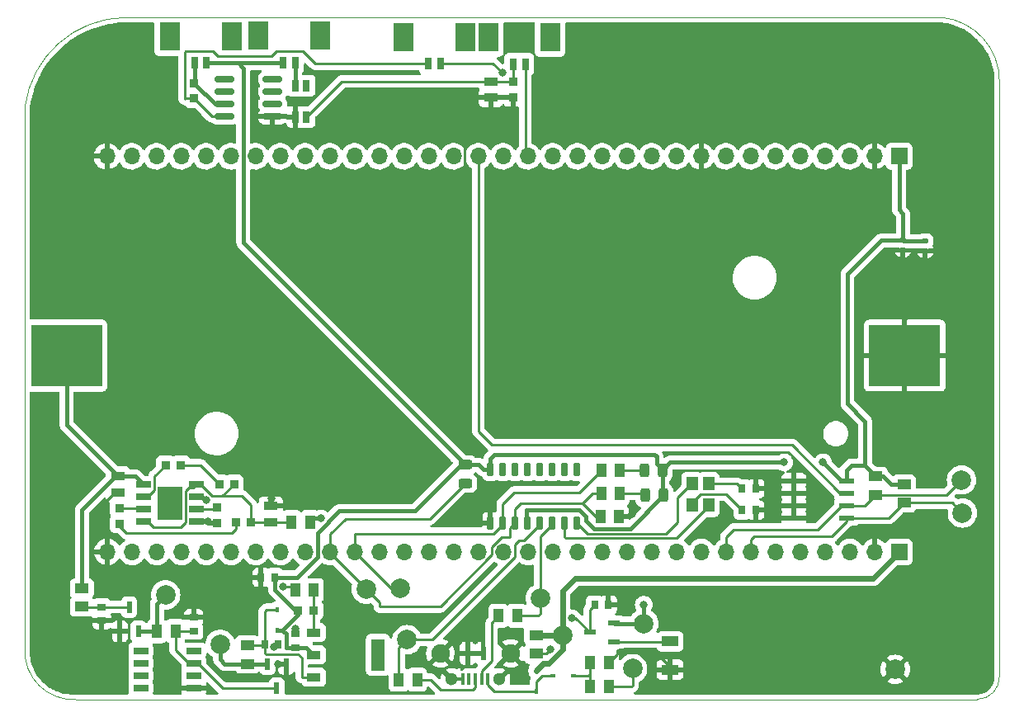
<source format=gbr>
%TF.GenerationSoftware,KiCad,Pcbnew,(6.0.2)*%
%TF.CreationDate,2022-03-20T21:01:56+02:00*%
%TF.ProjectId,main,6d61696e-2e6b-4696-9361-645f70636258,rev?*%
%TF.SameCoordinates,Original*%
%TF.FileFunction,Copper,L1,Top*%
%TF.FilePolarity,Positive*%
%FSLAX46Y46*%
G04 Gerber Fmt 4.6, Leading zero omitted, Abs format (unit mm)*
G04 Created by KiCad (PCBNEW (6.0.2)) date 2022-03-20 21:01:56*
%MOMM*%
%LPD*%
G01*
G04 APERTURE LIST*
G04 Aperture macros list*
%AMRoundRect*
0 Rectangle with rounded corners*
0 $1 Rounding radius*
0 $2 $3 $4 $5 $6 $7 $8 $9 X,Y pos of 4 corners*
0 Add a 4 corners polygon primitive as box body*
4,1,4,$2,$3,$4,$5,$6,$7,$8,$9,$2,$3,0*
0 Add four circle primitives for the rounded corners*
1,1,$1+$1,$2,$3*
1,1,$1+$1,$4,$5*
1,1,$1+$1,$6,$7*
1,1,$1+$1,$8,$9*
0 Add four rect primitives between the rounded corners*
20,1,$1+$1,$2,$3,$4,$5,0*
20,1,$1+$1,$4,$5,$6,$7,0*
20,1,$1+$1,$6,$7,$8,$9,0*
20,1,$1+$1,$8,$9,$2,$3,0*%
G04 Aperture macros list end*
%TA.AperFunction,Profile*%
%ADD10C,0.100000*%
%TD*%
%TA.AperFunction,SMDPad,CuDef*%
%ADD11R,0.730000X0.940000*%
%TD*%
%TA.AperFunction,SMDPad,CuDef*%
%ADD12R,1.750000X1.050000*%
%TD*%
%TA.AperFunction,SMDPad,CuDef*%
%ADD13R,0.900000X0.950000*%
%TD*%
%TA.AperFunction,SMDPad,CuDef*%
%ADD14R,0.450000X0.600000*%
%TD*%
%TA.AperFunction,SMDPad,CuDef*%
%ADD15R,1.470000X0.970000*%
%TD*%
%TA.AperFunction,SMDPad,CuDef*%
%ADD16R,0.940000X0.730000*%
%TD*%
%TA.AperFunction,SMDPad,CuDef*%
%ADD17R,7.340000X6.350000*%
%TD*%
%TA.AperFunction,SMDPad,CuDef*%
%ADD18C,2.000000*%
%TD*%
%TA.AperFunction,SMDPad,CuDef*%
%ADD19R,1.525000X0.700000*%
%TD*%
%TA.AperFunction,SMDPad,CuDef*%
%ADD20R,2.513000X3.402000*%
%TD*%
%TA.AperFunction,SMDPad,CuDef*%
%ADD21R,0.600000X0.450000*%
%TD*%
%TA.AperFunction,SMDPad,CuDef*%
%ADD22R,0.400000X1.250000*%
%TD*%
%TA.AperFunction,ComponentPad*%
%ADD23C,1.300000*%
%TD*%
%TA.AperFunction,ComponentPad*%
%ADD24C,1.900000*%
%TD*%
%TA.AperFunction,SMDPad,CuDef*%
%ADD25R,0.600000X1.350000*%
%TD*%
%TA.AperFunction,SMDPad,CuDef*%
%ADD26RoundRect,0.049600X0.260400X-0.605400X0.260400X0.605400X-0.260400X0.605400X-0.260400X-0.605400X0*%
%TD*%
%TA.AperFunction,SMDPad,CuDef*%
%ADD27R,1.000000X1.450000*%
%TD*%
%TA.AperFunction,SMDPad,CuDef*%
%ADD28R,1.450000X1.000000*%
%TD*%
%TA.AperFunction,SMDPad,CuDef*%
%ADD29RoundRect,0.243750X-0.243750X-0.456250X0.243750X-0.456250X0.243750X0.456250X-0.243750X0.456250X0*%
%TD*%
%TA.AperFunction,SMDPad,CuDef*%
%ADD30R,0.600000X1.200000*%
%TD*%
%TA.AperFunction,SMDPad,CuDef*%
%ADD31RoundRect,0.140000X0.170000X-0.140000X0.170000X0.140000X-0.170000X0.140000X-0.170000X-0.140000X0*%
%TD*%
%TA.AperFunction,SMDPad,CuDef*%
%ADD32R,1.200000X1.400000*%
%TD*%
%TA.AperFunction,SMDPad,CuDef*%
%ADD33R,1.550000X0.600000*%
%TD*%
%TA.AperFunction,SMDPad,CuDef*%
%ADD34RoundRect,0.243750X0.456250X-0.243750X0.456250X0.243750X-0.456250X0.243750X-0.456250X-0.243750X0*%
%TD*%
%TA.AperFunction,SMDPad,CuDef*%
%ADD35R,0.800000X1.300000*%
%TD*%
%TA.AperFunction,SMDPad,CuDef*%
%ADD36R,2.100000X3.000000*%
%TD*%
%TA.AperFunction,SMDPad,CuDef*%
%ADD37R,0.950000X0.900000*%
%TD*%
%TA.AperFunction,SMDPad,CuDef*%
%ADD38RoundRect,0.150000X-0.825000X-0.150000X0.825000X-0.150000X0.825000X0.150000X-0.825000X0.150000X0*%
%TD*%
%TA.AperFunction,SMDPad,CuDef*%
%ADD39R,1.200000X0.600000*%
%TD*%
%TA.AperFunction,SMDPad,CuDef*%
%ADD40R,0.800000X1.200000*%
%TD*%
%TA.AperFunction,SMDPad,CuDef*%
%ADD41R,1.450000X0.950000*%
%TD*%
%TA.AperFunction,SMDPad,CuDef*%
%ADD42R,1.450000X3.250000*%
%TD*%
%TA.AperFunction,ComponentPad*%
%ADD43R,1.700000X1.700000*%
%TD*%
%TA.AperFunction,ComponentPad*%
%ADD44O,1.700000X1.700000*%
%TD*%
%TA.AperFunction,ViaPad*%
%ADD45C,0.800000*%
%TD*%
%TA.AperFunction,Conductor*%
%ADD46C,0.400000*%
%TD*%
%TA.AperFunction,Conductor*%
%ADD47C,0.250000*%
%TD*%
%TA.AperFunction,Conductor*%
%ADD48C,0.600000*%
%TD*%
%TA.AperFunction,Conductor*%
%ADD49C,0.560000*%
%TD*%
G04 APERTURE END LIST*
D10*
X189700000Y-76480000D02*
X189700000Y-137400000D01*
X100060000Y-69849999D02*
G75*
G03*
X89700000Y-79080000I93771J-10534423D01*
G01*
X89700000Y-134650000D02*
X89700000Y-79080000D01*
X187390000Y-139830000D02*
G75*
G03*
X189700000Y-137400000I17847J2295998D01*
G01*
X100060000Y-69850000D02*
X183790000Y-69850000D01*
X189700000Y-76480000D02*
G75*
G03*
X183790000Y-69850000I-6555369J105621D01*
G01*
X187390000Y-139830000D02*
X94910000Y-139830000D01*
X89700000Y-134650000D02*
G75*
G03*
X94910000Y-139830000I4932314J-249207D01*
G01*
D11*
%TO.P,C5,1*%
%TO.N,Net-(C5-Pad1)*%
X114290000Y-134225000D03*
%TO.P,C5,2*%
%TO.N,GND*%
X115710000Y-134225000D03*
%TD*%
D12*
%TO.P,R5,1*%
%TO.N,Net-(Q1-Pad1)*%
X155900000Y-133875000D03*
%TO.P,R5,2*%
%TO.N,GND*%
X155900000Y-136775000D03*
%TD*%
D13*
%TO.P,D3,1,K*%
%TO.N,Net-(D3-Pad1)*%
X109675000Y-117725000D03*
%TO.P,D3,2,A*%
%TO.N,Net-(C2-Pad1)*%
X111175000Y-117725000D03*
%TD*%
%TO.P,R8,1*%
%TO.N,Net-(D3-Pad1)*%
X105725000Y-115800000D03*
%TO.P,R8,2*%
%TO.N,Net-(IC1-Pad6)*%
X104125000Y-115800000D03*
%TD*%
D14*
%TO.P,D1,1,K*%
%TO.N,+5V*%
X142150000Y-136875000D03*
%TO.P,D1,2,A*%
%TO.N,Net-(D1-Pad2)*%
X142150000Y-138975000D03*
%TD*%
D15*
%TO.P,C2,1*%
%TO.N,Net-(C2-Pad1)*%
X114950000Y-121655000D03*
%TO.P,C2,2*%
%TO.N,GND*%
X114950000Y-119995000D03*
%TD*%
D16*
%TO.P,C6,1*%
%TO.N,+3V0*%
X117450000Y-134485000D03*
%TO.P,C6,2*%
%TO.N,GND*%
X117450000Y-133065000D03*
%TD*%
D17*
%TO.P,BT1,1,+*%
%TO.N,/Power/BAT +*%
X93975000Y-104550000D03*
%TO.P,BT1,2,-*%
%TO.N,GND*%
X179975000Y-104550000D03*
%TD*%
D18*
%TO.P,TP2,1,1*%
%TO.N,/Power/USBDETECT*%
X152050000Y-136675000D03*
%TD*%
D19*
%TO.P,IC1,1,TEMP*%
%TO.N,GND*%
X107287000Y-121580000D03*
%TO.P,IC1,2,PROG*%
%TO.N,Net-(IC1-Pad2)*%
X107287000Y-120310000D03*
%TO.P,IC1,3,GND*%
%TO.N,GND*%
X107287000Y-119040000D03*
%TO.P,IC1,4,VCC*%
%TO.N,Net-(C2-Pad1)*%
X107287000Y-117770000D03*
%TO.P,IC1,5,BAT*%
%TO.N,/Power/BAT +*%
X101863000Y-117770000D03*
%TO.P,IC1,6,~{STDBY}*%
%TO.N,Net-(IC1-Pad6)*%
X101863000Y-119040000D03*
%TO.P,IC1,7,~{CHRG}*%
%TO.N,Net-(IC1-Pad7)*%
X101863000Y-120310000D03*
%TO.P,IC1,8,CE*%
%TO.N,Net-(C2-Pad1)*%
X101863000Y-121580000D03*
D20*
%TO.P,IC1,9,EP*%
%TO.N,unconnected-(IC1-Pad9)*%
X104575000Y-119675000D03*
%TD*%
D21*
%TO.P,D2,1,K*%
%TO.N,Net-(D2-Pad1)*%
X146000000Y-137400000D03*
%TO.P,D2,2,A*%
%TO.N,Net-(D1-Pad2)*%
X143900000Y-137400000D03*
%TD*%
D19*
%TO.P,U1,1*%
%TO.N,GND*%
X107012000Y-138655000D03*
%TO.P,U1,2,-*%
%TO.N,/Power/VRegulated*%
X107012000Y-137385000D03*
%TO.P,U1,3,+*%
%TO.N,Net-(C7-Pad1)*%
X107012000Y-136115000D03*
%TO.P,U1,4*%
%TO.N,N/C*%
X107012000Y-134845000D03*
%TO.P,U1,5*%
X101588000Y-134845000D03*
%TO.P,U1,6*%
X101588000Y-136115000D03*
%TO.P,U1,7*%
X101588000Y-137385000D03*
%TO.P,U1,8*%
X101588000Y-138655000D03*
%TD*%
D22*
%TO.P,J5,1,1*%
%TO.N,Net-(D1-Pad2)*%
X137225000Y-137750000D03*
%TO.P,J5,2,2*%
%TO.N,Net-(J5-Pad2)*%
X136575000Y-137750000D03*
%TO.P,J5,3,3*%
%TO.N,Net-(J5-Pad3)*%
X135925000Y-137750000D03*
%TO.P,J5,4,4*%
%TO.N,unconnected-(J5-Pad4)*%
X135275000Y-137750000D03*
%TO.P,J5,5,5*%
%TO.N,GND*%
X134625000Y-137750000D03*
D23*
%TO.P,J5,MH1,MH1*%
X138350000Y-137775000D03*
%TO.P,J5,MH2,MH2*%
X133500000Y-137775000D03*
D24*
%TO.P,J5,MH3,MH3*%
X139525000Y-135105000D03*
%TO.P,J5,MH4,MH4*%
X132325000Y-135105000D03*
D25*
%TO.P,J5,MP1,MP1*%
X136725000Y-135100000D03*
%TO.P,J5,MP2,MP2*%
X135125000Y-135100000D03*
%TD*%
D26*
%TO.P,U4,1,GND*%
%TO.N,GND*%
X137455000Y-121750000D03*
%TO.P,U4,2,TXD*%
%TO.N,/PA10*%
X138725000Y-121750000D03*
%TO.P,U4,3,RXD*%
%TO.N,/PA9*%
X139995000Y-121750000D03*
%TO.P,U4,4,V3*%
%TO.N,+3V0*%
X141265000Y-121750000D03*
%TO.P,U4,5,UD+*%
%TO.N,/Power/USB (D+)*%
X142535000Y-121750000D03*
%TO.P,U4,6,UD-*%
%TO.N,/Power/USB (D-)*%
X143805000Y-121750000D03*
%TO.P,U4,7,XI*%
%TO.N,Net-(U4-Pad7)*%
X145075000Y-121750000D03*
%TO.P,U4,8,XO*%
%TO.N,Net-(U4-Pad8)*%
X146345000Y-121750000D03*
%TO.P,U4,9,~{CTS}*%
%TO.N,unconnected-(U4-Pad9)*%
X146345000Y-116250000D03*
%TO.P,U4,10,~{DSR}*%
%TO.N,unconnected-(U4-Pad10)*%
X145075000Y-116250000D03*
%TO.P,U4,11,~{RI}*%
%TO.N,unconnected-(U4-Pad11)*%
X143805000Y-116250000D03*
%TO.P,U4,12,~{DCD}*%
%TO.N,unconnected-(U4-Pad12)*%
X142535000Y-116250000D03*
%TO.P,U4,13,~{DTR}*%
%TO.N,unconnected-(U4-Pad13)*%
X141265000Y-116250000D03*
%TO.P,U4,14,~{RTS}*%
%TO.N,unconnected-(U4-Pad14)*%
X139995000Y-116250000D03*
%TO.P,U4,15,R232*%
%TO.N,unconnected-(U4-Pad15)*%
X138725000Y-116250000D03*
%TO.P,U4,16,VCC*%
%TO.N,+3V0*%
X137455000Y-116250000D03*
%TD*%
D16*
%TO.P,C7,1*%
%TO.N,Net-(C7-Pad1)*%
X107025000Y-132835000D03*
%TO.P,C7,2*%
%TO.N,GND*%
X107025000Y-131415000D03*
%TD*%
D27*
%TO.P,R7,1*%
%TO.N,/Power/USBDETECT*%
X149625000Y-138525000D03*
%TO.P,R7,2*%
%TO.N,Net-(D2-Pad1)*%
X147725000Y-138525000D03*
%TD*%
D28*
%TO.P,R19,1*%
%TO.N,/PB6*%
X177000000Y-118850000D03*
%TO.P,R19,2*%
%TO.N,+3V0*%
X177000000Y-116950000D03*
%TD*%
D29*
%TO.P,D7,1,K*%
%TO.N,Net-(D7-Pad1)*%
X153262500Y-116300000D03*
%TO.P,D7,2,A*%
%TO.N,+3V0*%
X155137500Y-116300000D03*
%TD*%
D30*
%TO.P,Q3,1,G*%
%TO.N,GND*%
X116500000Y-136175000D03*
%TO.P,Q3,2,S*%
%TO.N,/Power/UVLO_OUT*%
X114600000Y-136175000D03*
%TO.P,Q3,3,D*%
%TO.N,Net-(C7-Pad1)*%
X115550000Y-138675000D03*
%TD*%
D29*
%TO.P,D6,1,K*%
%TO.N,Net-(D6-Pad1)*%
X153362500Y-118900000D03*
%TO.P,D6,2,A*%
%TO.N,+3V0*%
X155237500Y-118900000D03*
%TD*%
D27*
%TO.P,R1,1*%
%TO.N,Net-(C2-Pad1)*%
X117075000Y-121650000D03*
%TO.P,R1,2*%
%TO.N,/Power/VPolarity*%
X118975000Y-121650000D03*
%TD*%
D31*
%TO.P,C10,1*%
%TO.N,GND*%
X179800000Y-93680000D03*
%TO.P,C10,2*%
%TO.N,+3V0*%
X179800000Y-92720000D03*
%TD*%
D18*
%TO.P,TP12,1,1*%
%TO.N,/PA9*%
X124700000Y-128500000D03*
%TD*%
D32*
%TO.P,Y1,1,CRYSTAL_1*%
%TO.N,Net-(U4-Pad7)*%
X159850000Y-119900000D03*
%TO.P,Y1,2,GND_1*%
%TO.N,Net-(C13-Pad2)*%
X159850000Y-117700000D03*
%TO.P,Y1,3,CRYSTAL_2*%
%TO.N,Net-(U4-Pad8)*%
X158150000Y-117700000D03*
%TO.P,Y1,4,GND_2*%
%TO.N,Net-(C12-Pad2)*%
X158150000Y-119900000D03*
%TD*%
D30*
%TO.P,Q2,1,G*%
%TO.N,GND*%
X99450000Y-132850000D03*
%TO.P,Q2,2,S*%
%TO.N,/Power/BATOUT*%
X101350000Y-132850000D03*
%TO.P,Q2,3,D*%
%TO.N,Net-(C4-Pad1)*%
X100400000Y-130350000D03*
%TD*%
D27*
%TO.P,R6,1*%
%TO.N,Net-(D2-Pad1)*%
X147725000Y-136075000D03*
%TO.P,R6,2*%
%TO.N,GND*%
X149625000Y-136075000D03*
%TD*%
D16*
%TO.P,C4,1*%
%TO.N,Net-(C4-Pad1)*%
X97600000Y-130340000D03*
%TO.P,C4,2*%
%TO.N,GND*%
X97600000Y-131760000D03*
%TD*%
D33*
%TO.P,IC3,1,A0*%
%TO.N,GND*%
X168600000Y-117395000D03*
%TO.P,IC3,2,A1*%
X168600000Y-118665000D03*
%TO.P,IC3,3,A2*%
X168600000Y-119935000D03*
%TO.P,IC3,4,GND*%
X168600000Y-121205000D03*
%TO.P,IC3,5,SDA*%
%TO.N,/PB7*%
X174000000Y-121205000D03*
%TO.P,IC3,6,SCL*%
%TO.N,/PB6*%
X174000000Y-119935000D03*
%TO.P,IC3,7,WP*%
%TO.N,/PA3*%
X174000000Y-118665000D03*
%TO.P,IC3,8,VCC*%
%TO.N,+3V0*%
X174000000Y-117395000D03*
%TD*%
D27*
%TO.P,R20,1*%
%TO.N,/PA9*%
X148850000Y-118700000D03*
%TO.P,R20,2*%
%TO.N,Net-(D6-Pad1)*%
X150750000Y-118700000D03*
%TD*%
D34*
%TO.P,D8,1,K*%
%TO.N,/PA9*%
X134900000Y-117637500D03*
%TO.P,D8,2,A*%
%TO.N,+3V0*%
X134900000Y-115762500D03*
%TD*%
D28*
%TO.P,R2,1*%
%TO.N,Net-(C1-Pad1)*%
X142150000Y-135150000D03*
%TO.P,R2,2*%
%TO.N,+5V*%
X142150000Y-133250000D03*
%TD*%
D18*
%TO.P,TP7,1,1*%
%TO.N,/Power/UVLO_OUT*%
X109725000Y-134175000D03*
%TD*%
D35*
%TO.P,J6,1,Pin_1*%
%TO.N,+3V0*%
X108350000Y-74534500D03*
%TO.P,J6,2,Pin_2*%
%TO.N,Net-(J6-Pad2)*%
X107100000Y-74534500D03*
D36*
%TO.P,J6,3*%
%TO.N,N/C*%
X110900000Y-71784500D03*
%TO.P,J6,4*%
X104550000Y-71784500D03*
%TD*%
D37*
%TO.P,R17,1*%
%TO.N,Net-(C8-Pad1)*%
X139800000Y-76450000D03*
%TO.P,R17,2*%
%TO.N,GND*%
X139800000Y-78050000D03*
%TD*%
D28*
%TO.P,R10,1*%
%TO.N,Net-(C4-Pad1)*%
X95550000Y-130325000D03*
%TO.P,R10,2*%
%TO.N,/Power/BAT +*%
X95550000Y-128425000D03*
%TD*%
D18*
%TO.P,TP13,1,1*%
%TO.N,/PA10*%
X128200000Y-128400000D03*
%TD*%
D11*
%TO.P,C12,1*%
%TO.N,GND*%
X164710000Y-120400000D03*
%TO.P,C12,2*%
%TO.N,Net-(C12-Pad2)*%
X163290000Y-120400000D03*
%TD*%
D27*
%TO.P,R22,1*%
%TO.N,GND*%
X150650000Y-121100000D03*
%TO.P,R22,2*%
%TO.N,/PA9*%
X148750000Y-121100000D03*
%TD*%
%TO.P,R15,1*%
%TO.N,Net-(C7-Pad1)*%
X105150000Y-132825000D03*
%TO.P,R15,2*%
%TO.N,/Power/BATOUT*%
X103250000Y-132825000D03*
%TD*%
D37*
%TO.P,R16,1*%
%TO.N,Net-(J6-Pad2)*%
X107075000Y-76575000D03*
%TO.P,R16,2*%
%TO.N,Net-(J8-Pad2)*%
X107075000Y-78175000D03*
%TD*%
D18*
%TO.P,TP4,1,1*%
%TO.N,/Power/USB (D-)*%
X142600000Y-129450000D03*
%TD*%
%TO.P,TP8,1,1*%
%TO.N,GND*%
X179000000Y-136750000D03*
%TD*%
D13*
%TO.P,D4,1,K*%
%TO.N,Net-(D4-Pad1)*%
X111375000Y-121625000D03*
%TO.P,D4,2,A*%
%TO.N,Net-(C2-Pad1)*%
X112875000Y-121625000D03*
%TD*%
D18*
%TO.P,TP11,1,1*%
%TO.N,/PB7*%
X185900000Y-120700000D03*
%TD*%
D13*
%TO.P,R13,1*%
%TO.N,Net-(IC2-Pad1)*%
X119350000Y-130675000D03*
%TO.P,R13,2*%
%TO.N,+3V0*%
X117750000Y-130675000D03*
%TD*%
D27*
%TO.P,R21,1*%
%TO.N,/PA10*%
X148850000Y-116300000D03*
%TO.P,R21,2*%
%TO.N,Net-(D7-Pad1)*%
X150750000Y-116300000D03*
%TD*%
D11*
%TO.P,C13,1*%
%TO.N,GND*%
X164710000Y-118200000D03*
%TO.P,C13,2*%
%TO.N,Net-(C13-Pad2)*%
X163290000Y-118200000D03*
%TD*%
D15*
%TO.P,C8,1*%
%TO.N,Net-(C8-Pad1)*%
X137500000Y-76420000D03*
%TO.P,C8,2*%
%TO.N,GND*%
X137500000Y-78080000D03*
%TD*%
D11*
%TO.P,C1,1*%
%TO.N,Net-(C1-Pad1)*%
X148150000Y-130125000D03*
%TO.P,C1,2*%
%TO.N,GND*%
X149570000Y-130125000D03*
%TD*%
D38*
%TO.P,U2,1,NC*%
%TO.N,unconnected-(U2-Pad1)*%
X110175000Y-76195000D03*
%TO.P,U2,2,NC*%
%TO.N,unconnected-(U2-Pad2)*%
X110175000Y-77465000D03*
%TO.P,U2,3,VDD*%
%TO.N,Net-(J6-Pad2)*%
X110175000Y-78735000D03*
%TO.P,U2,4,DQ*%
%TO.N,Net-(J8-Pad2)*%
X110175000Y-80005000D03*
%TO.P,U2,5,GND*%
%TO.N,GND*%
X115125000Y-80005000D03*
%TO.P,U2,6,NC*%
%TO.N,unconnected-(U2-Pad6)*%
X115125000Y-78735000D03*
%TO.P,U2,7,NC*%
%TO.N,unconnected-(U2-Pad7)*%
X115125000Y-77465000D03*
%TO.P,U2,8,NC*%
%TO.N,unconnected-(U2-Pad8)*%
X115125000Y-76195000D03*
%TD*%
D18*
%TO.P,TP1,1,1*%
%TO.N,+5V*%
X144900000Y-133275000D03*
%TD*%
D39*
%TO.P,Q1,1,G*%
%TO.N,Net-(Q1-Pad1)*%
X150150000Y-133900000D03*
%TO.P,Q1,2,S*%
%TO.N,/Power/VPolarity*%
X150150000Y-132000000D03*
%TO.P,Q1,3,D*%
%TO.N,Net-(C1-Pad1)*%
X147650000Y-132950000D03*
%TD*%
D18*
%TO.P,TP5,1,1*%
%TO.N,/Power/VPolarity*%
X153200000Y-132050000D03*
%TD*%
D14*
%TO.P,D5,1,K*%
%TO.N,Net-(C5-Pad1)*%
X115600000Y-130625000D03*
%TO.P,D5,2,A*%
%TO.N,+3V0*%
X115600000Y-132725000D03*
%TD*%
D40*
%TO.P,U3,1,OUT*%
%TO.N,Net-(C8-Pad1)*%
X118600000Y-80050000D03*
%TO.P,U3,2,GND*%
%TO.N,GND*%
X117450000Y-80050000D03*
%TO.P,U3,3,Vs*%
%TO.N,Net-(J7-Pad1)*%
X117450000Y-76850000D03*
%TO.P,U3,4*%
%TO.N,N/C*%
X118600000Y-76850000D03*
%TD*%
D11*
%TO.P,C9,1*%
%TO.N,GND*%
X113940000Y-127300000D03*
%TO.P,C9,2*%
%TO.N,+3V0*%
X115360000Y-127300000D03*
%TD*%
D15*
%TO.P,C3,1*%
%TO.N,/Power/BAT +*%
X99250000Y-116920000D03*
%TO.P,C3,2*%
%TO.N,GND*%
X99250000Y-118580000D03*
%TD*%
D28*
%TO.P,R12,1*%
%TO.N,Net-(C5-Pad1)*%
X112525000Y-134275000D03*
%TO.P,R12,2*%
%TO.N,/Power/UVLO_OUT*%
X112525000Y-136175000D03*
%TD*%
%TO.P,R18,1*%
%TO.N,/PB7*%
X179900000Y-119650000D03*
%TO.P,R18,2*%
%TO.N,+3V0*%
X179900000Y-117750000D03*
%TD*%
D27*
%TO.P,R4,1*%
%TO.N,/Power/USB (D-)*%
X140200000Y-131250000D03*
%TO.P,R4,2*%
%TO.N,Net-(J5-Pad2)*%
X138300000Y-131250000D03*
%TD*%
D18*
%TO.P,TP3,1,1*%
%TO.N,/Power/USB (D+)*%
X128900000Y-133700000D03*
%TD*%
%TO.P,TP10,1,1*%
%TO.N,/PB6*%
X185800000Y-117300000D03*
%TD*%
D35*
%TO.P,J7,1,Pin_1*%
%TO.N,Net-(J7-Pad1)*%
X117425000Y-74484500D03*
%TO.P,J7,2,Pin_2*%
%TO.N,+3V0*%
X116175000Y-74484500D03*
D36*
%TO.P,J7,3*%
%TO.N,N/C*%
X119975000Y-71734500D03*
%TO.P,J7,4*%
X113625000Y-71734500D03*
%TD*%
D37*
%TO.P,R11,1*%
%TO.N,Net-(IC1-Pad2)*%
X109450000Y-120150000D03*
%TO.P,R11,2*%
%TO.N,GND*%
X109450000Y-121750000D03*
%TD*%
D35*
%TO.P,J8,1,Pin_1*%
%TO.N,/PA2*%
X132350000Y-74584500D03*
%TO.P,J8,2,Pin_2*%
%TO.N,Net-(J8-Pad2)*%
X131100000Y-74584500D03*
D36*
%TO.P,J8,3*%
%TO.N,N/C*%
X134900000Y-71834500D03*
%TO.P,J8,4*%
X128550000Y-71834500D03*
%TD*%
D27*
%TO.P,R14,1*%
%TO.N,GND*%
X117450000Y-128625000D03*
%TO.P,R14,2*%
%TO.N,Net-(IC2-Pad1)*%
X119350000Y-128625000D03*
%TD*%
D31*
%TO.P,C11,1*%
%TO.N,GND*%
X182100000Y-93760000D03*
%TO.P,C11,2*%
%TO.N,+3V0*%
X182100000Y-92800000D03*
%TD*%
D27*
%TO.P,R3,1*%
%TO.N,/Power/USB (D+)*%
X128050000Y-137800000D03*
%TO.P,R3,2*%
%TO.N,Net-(J5-Pad3)*%
X129950000Y-137800000D03*
%TD*%
D41*
%TO.P,IC2,1,GND/ADJ*%
%TO.N,Net-(IC2-Pad1)*%
X119325000Y-132960000D03*
%TO.P,IC2,2,VOUT*%
%TO.N,+3V0*%
X119325000Y-135250000D03*
%TO.P,IC2,3,VIN*%
%TO.N,Net-(C5-Pad1)*%
X119325000Y-137540000D03*
D42*
%TO.P,IC2,4,NC*%
%TO.N,unconnected-(IC2-Pad4)*%
X125925000Y-135250000D03*
%TD*%
D37*
%TO.P,R9,1*%
%TO.N,Net-(D4-Pad1)*%
X99400000Y-121800000D03*
%TO.P,R9,2*%
%TO.N,Net-(IC1-Pad7)*%
X99400000Y-120200000D03*
%TD*%
D35*
%TO.P,J9,1,Pin_1*%
%TO.N,/PA1*%
X141050000Y-74634500D03*
%TO.P,J9,2,Pin_2*%
%TO.N,Net-(C8-Pad1)*%
X139800000Y-74634500D03*
D36*
%TO.P,J9,3*%
%TO.N,N/C*%
X143600000Y-71884500D03*
%TO.P,J9,4*%
X137250000Y-71884500D03*
%TD*%
D18*
%TO.P,TP6,1,1*%
%TO.N,/Power/BATOUT*%
X104150000Y-129100000D03*
%TD*%
D43*
%TO.P,J2,1,Pin_1*%
%TO.N,+3V0*%
X179400000Y-84100000D03*
D44*
%TO.P,J2,2,Pin_2*%
%TO.N,GND*%
X176860000Y-84100000D03*
%TO.P,J2,3,Pin_3*%
%TO.N,/VBAT*%
X174320000Y-84100000D03*
%TO.P,J2,4,Pin_4*%
%TO.N,/PC13*%
X171780000Y-84100000D03*
%TO.P,J2,5,Pin_5*%
%TO.N,/PC14*%
X169240000Y-84100000D03*
%TO.P,J2,6,Pin_6*%
%TO.N,/PC15*%
X166700000Y-84100000D03*
%TO.P,J2,7,Pin_7*%
%TO.N,/PF0*%
X164160000Y-84100000D03*
%TO.P,J2,8,Pin_8*%
%TO.N,/PF1*%
X161620000Y-84100000D03*
%TO.P,J2,9,Pin_9*%
%TO.N,GND*%
X159080000Y-84100000D03*
%TO.P,J2,10,Pin_10*%
%TO.N,/NRST*%
X156540000Y-84100000D03*
%TO.P,J2,11,Pin_11*%
%TO.N,/PC0*%
X154000000Y-84100000D03*
%TO.P,J2,12,Pin_12*%
%TO.N,/PC1*%
X151460000Y-84100000D03*
%TO.P,J2,13,Pin_13*%
%TO.N,/PC2*%
X148920000Y-84100000D03*
%TO.P,J2,14,Pin_14*%
%TO.N,/PC3*%
X146380000Y-84100000D03*
%TO.P,J2,15,Pin_15*%
%TO.N,/PA0*%
X143840000Y-84100000D03*
%TO.P,J2,16,Pin_16*%
%TO.N,/PA1*%
X141300000Y-84100000D03*
%TO.P,J2,17,Pin_17*%
%TO.N,/PA2*%
X138760000Y-84100000D03*
%TO.P,J2,18,Pin_18*%
%TO.N,/PA3*%
X136220000Y-84100000D03*
%TO.P,J2,19,Pin_19*%
%TO.N,/PF4*%
X133680000Y-84100000D03*
%TO.P,J2,20,Pin_20*%
%TO.N,/PF5*%
X131140000Y-84100000D03*
%TO.P,J2,21,Pin_21*%
%TO.N,/PA4*%
X128600000Y-84100000D03*
%TO.P,J2,22,Pin_22*%
%TO.N,/PA5*%
X126060000Y-84100000D03*
%TO.P,J2,23,Pin_23*%
%TO.N,/PA6*%
X123520000Y-84100000D03*
%TO.P,J2,24,Pin_24*%
%TO.N,/PA7*%
X120980000Y-84100000D03*
%TO.P,J2,25,Pin_25*%
%TO.N,/PC4*%
X118440000Y-84100000D03*
%TO.P,J2,26,Pin_26*%
%TO.N,/PC5*%
X115900000Y-84100000D03*
%TO.P,J2,27,Pin_27*%
%TO.N,/PB0*%
X113360000Y-84100000D03*
%TO.P,J2,28,Pin_28*%
%TO.N,/PB1*%
X110820000Y-84100000D03*
%TO.P,J2,29,Pin_29*%
%TO.N,/PB2*%
X108280000Y-84100000D03*
%TO.P,J2,30,Pin_30*%
%TO.N,/PB10*%
X105740000Y-84100000D03*
%TO.P,J2,31,Pin_31*%
%TO.N,/PB11*%
X103200000Y-84100000D03*
%TO.P,J2,32,Pin_32*%
%TO.N,/PB12*%
X100660000Y-84100000D03*
%TO.P,J2,33,Pin_33*%
%TO.N,GND*%
X98120000Y-84100000D03*
%TD*%
D43*
%TO.P,J3,1,Pin_1*%
%TO.N,+5V*%
X179440000Y-124700000D03*
D44*
%TO.P,J3,2,Pin_2*%
%TO.N,GND*%
X176900000Y-124700000D03*
%TO.P,J3,3,Pin_3*%
%TO.N,/PB9*%
X174360000Y-124700000D03*
%TO.P,J3,4,Pin_4*%
%TO.N,/PB8*%
X171820000Y-124700000D03*
%TO.P,J3,5,Pin_5*%
%TO.N,VDD*%
X169280000Y-124700000D03*
%TO.P,J3,6,Pin_6*%
%TO.N,/BOOT*%
X166740000Y-124700000D03*
%TO.P,J3,7,Pin_7*%
%TO.N,/PB7*%
X164200000Y-124700000D03*
%TO.P,J3,8,Pin_8*%
%TO.N,/PB6*%
X161660000Y-124700000D03*
%TO.P,J3,9,Pin_9*%
%TO.N,/PB5*%
X159120000Y-124700000D03*
%TO.P,J3,10,Pin_10*%
%TO.N,/PB4*%
X156580000Y-124700000D03*
%TO.P,J3,11,Pin_11*%
%TO.N,/PB3*%
X154040000Y-124700000D03*
%TO.P,J3,12,Pin_12*%
%TO.N,/PD2*%
X151500000Y-124700000D03*
%TO.P,J3,13,Pin_13*%
%TO.N,/PC12*%
X148960000Y-124700000D03*
%TO.P,J3,14,Pin_14*%
%TO.N,/PC11*%
X146420000Y-124700000D03*
%TO.P,J3,15,Pin_15*%
%TO.N,/PC10*%
X143880000Y-124700000D03*
%TO.P,J3,16,Pin_16*%
%TO.N,/PA15*%
X141340000Y-124700000D03*
%TO.P,J3,17,Pin_17*%
%TO.N,/PA14*%
X138800000Y-124700000D03*
%TO.P,J3,18,Pin_18*%
%TO.N,/PF7*%
X136260000Y-124700000D03*
%TO.P,J3,19,Pin_19*%
%TO.N,/PF6*%
X133720000Y-124700000D03*
%TO.P,J3,20,Pin_20*%
%TO.N,/PA13*%
X131180000Y-124700000D03*
%TO.P,J3,21,Pin_21*%
%TO.N,/PA12*%
X128640000Y-124700000D03*
%TO.P,J3,22,Pin_22*%
%TO.N,/PA11*%
X126100000Y-124700000D03*
%TO.P,J3,23,Pin_23*%
%TO.N,/PA10*%
X123560000Y-124700000D03*
%TO.P,J3,24,Pin_24*%
%TO.N,/PA9*%
X121020000Y-124700000D03*
%TO.P,J3,25,Pin_25*%
%TO.N,/PA8*%
X118480000Y-124700000D03*
%TO.P,J3,26,Pin_26*%
%TO.N,/PC9*%
X115940000Y-124700000D03*
%TO.P,J3,27,Pin_27*%
%TO.N,/PC8*%
X113400000Y-124700000D03*
%TO.P,J3,28,Pin_28*%
%TO.N,/PC7*%
X110860000Y-124700000D03*
%TO.P,J3,29,Pin_29*%
%TO.N,/PC6*%
X108320000Y-124700000D03*
%TO.P,J3,30,Pin_30*%
%TO.N,/PB15*%
X105780000Y-124700000D03*
%TO.P,J3,31,Pin_31*%
%TO.N,/PB14*%
X103240000Y-124700000D03*
%TO.P,J3,32,Pin_32*%
%TO.N,/PB13*%
X100700000Y-124700000D03*
%TO.P,J3,33,Pin_33*%
%TO.N,GND*%
X98160000Y-124700000D03*
%TD*%
D45*
%TO.N,+3V0*%
X171600000Y-115500000D03*
X167600000Y-115500000D03*
%TO.N,GND*%
X103900000Y-134600000D03*
X115100000Y-81200000D03*
X117440332Y-132540332D03*
X152000000Y-120800000D03*
X115700000Y-136200000D03*
X115254502Y-134450500D03*
X108302451Y-119397549D03*
X116195390Y-128263747D03*
X170300000Y-121200000D03*
X137400000Y-120100000D03*
X115000000Y-119200000D03*
X108500000Y-121600000D03*
X176900000Y-122900000D03*
%TO.N,/PA2*%
X138676673Y-75529628D03*
%TO.N,/Power/VPolarity*%
X153200000Y-130100000D03*
X120058695Y-121258695D03*
%TO.N,Net-(C1-Pad1)*%
X143622705Y-134722705D03*
X145779500Y-131500000D03*
%TD*%
D46*
%TO.N,+3V0*%
X175905489Y-115805489D02*
X175905489Y-111305489D01*
X121948054Y-120500000D02*
X119729511Y-122718543D01*
X112165500Y-74534500D02*
X112634500Y-74534500D01*
X179800000Y-90000000D02*
X179800000Y-92720000D01*
X115360000Y-127300000D02*
X115360000Y-128559022D01*
X112100000Y-75379022D02*
X112110489Y-75389511D01*
X116500000Y-133100000D02*
X116500000Y-134475000D01*
X177000000Y-116950000D02*
X177000000Y-116900000D01*
X116125000Y-74534500D02*
X116175000Y-74484500D01*
X151837500Y-122300000D02*
X148100000Y-122300000D01*
X111586478Y-74534500D02*
X108350000Y-74534500D01*
X129700000Y-120500000D02*
X121948054Y-120500000D01*
X112110489Y-92972989D02*
X112110489Y-75389511D01*
D47*
X141265000Y-121750000D02*
X141265000Y-121625115D01*
D46*
X115360000Y-128559022D02*
X117475978Y-130675000D01*
X117647076Y-127300000D02*
X115360000Y-127300000D01*
X177000000Y-116900000D02*
X175905489Y-115805489D01*
X134900000Y-115762500D02*
X134437500Y-115762500D01*
X177580000Y-92720000D02*
X179800000Y-92720000D01*
X154500000Y-115662500D02*
X154500000Y-114900000D01*
X112110489Y-75389511D02*
X112110489Y-75058511D01*
X116125000Y-132725000D02*
X117750000Y-131100000D01*
X116510000Y-134485000D02*
X117450000Y-134485000D01*
X115600000Y-132725000D02*
X116125000Y-132725000D01*
X155237500Y-118900000D02*
X151837500Y-122300000D01*
X118560000Y-134485000D02*
X119325000Y-135250000D01*
X155137500Y-118800000D02*
X155237500Y-118900000D01*
X155137500Y-116300000D02*
X154500000Y-115662500D01*
X108350000Y-74534500D02*
X112165500Y-74534500D01*
X141200000Y-120400000D02*
X141200000Y-121685000D01*
X178550000Y-117750000D02*
X179900000Y-117750000D01*
X134900000Y-115762500D02*
X136262500Y-115762500D01*
X177000000Y-116950000D02*
X177750000Y-116950000D01*
X112634500Y-74534500D02*
X116125000Y-74534500D01*
X155937500Y-115500000D02*
X155137500Y-116300000D01*
X175905489Y-111305489D02*
X174100000Y-109500000D01*
X112110489Y-75058511D02*
X111586478Y-74534500D01*
X119729511Y-122718543D02*
X119729511Y-125217565D01*
X179400000Y-89600000D02*
X179800000Y-90000000D01*
X175905489Y-115805489D02*
X174494511Y-115805489D01*
X154300000Y-114700000D02*
X137900000Y-114700000D01*
X155137500Y-116300000D02*
X155137500Y-118800000D01*
X137455000Y-115145000D02*
X137455000Y-116250000D01*
X134437500Y-115762500D02*
X129700000Y-120500000D01*
X182100000Y-92800000D02*
X179880000Y-92800000D01*
X179400000Y-84100000D02*
X179400000Y-89600000D01*
X173495000Y-117395000D02*
X171600000Y-115500000D01*
X141200000Y-121685000D02*
X141265000Y-121750000D01*
X117475978Y-130675000D02*
X117750000Y-130675000D01*
X147300000Y-121500000D02*
X147300000Y-121100000D01*
X119729511Y-125217565D02*
X117647076Y-127300000D01*
X134900000Y-115762500D02*
X112110489Y-92972989D01*
X174100000Y-109500000D02*
X174100000Y-96200000D01*
X147300000Y-121100000D02*
X146600000Y-120400000D01*
X177750000Y-116950000D02*
X178550000Y-117750000D01*
X174000000Y-116300000D02*
X174000000Y-117395000D01*
X136750000Y-116250000D02*
X137455000Y-116250000D01*
X136262500Y-115762500D02*
X136750000Y-116250000D01*
X137900000Y-114700000D02*
X137455000Y-115145000D01*
X154500000Y-114900000D02*
X154300000Y-114700000D01*
X174000000Y-117395000D02*
X173495000Y-117395000D01*
X146600000Y-120400000D02*
X141200000Y-120400000D01*
X117450000Y-134485000D02*
X118560000Y-134485000D01*
X116125000Y-132725000D02*
X116500000Y-133100000D01*
X174100000Y-96200000D02*
X177580000Y-92720000D01*
X174494511Y-115805489D02*
X174000000Y-116300000D01*
X116500000Y-134475000D02*
X116510000Y-134485000D01*
X148100000Y-122300000D02*
X147300000Y-121500000D01*
X167600000Y-115500000D02*
X155937500Y-115500000D01*
X117750000Y-131100000D02*
X117750000Y-130675000D01*
D47*
%TO.N,GND*%
X116500000Y-136175000D02*
X115725000Y-136175000D01*
X117088747Y-128263747D02*
X117450000Y-128625000D01*
X135829022Y-78080000D02*
X137500000Y-78080000D01*
X154100000Y-134700000D02*
X155900000Y-136500000D01*
X115125000Y-80005000D02*
X115125000Y-81175000D01*
X137400000Y-121695000D02*
X137455000Y-121750000D01*
X134854511Y-79054511D02*
X135829022Y-78080000D01*
X114000000Y-127360000D02*
X113940000Y-127300000D01*
X115125000Y-81175000D02*
X115100000Y-81200000D01*
X150500000Y-135200000D02*
X150500000Y-134900000D01*
X117440332Y-133055332D02*
X117450000Y-133065000D01*
X170295000Y-121205000D02*
X170300000Y-121200000D01*
X108500000Y-121600000D02*
X107307000Y-121600000D01*
X155900000Y-136500000D02*
X155900000Y-136775000D01*
X134625000Y-137750000D02*
X133525000Y-137750000D01*
X107944902Y-119040000D02*
X107287000Y-119040000D01*
X133525000Y-137750000D02*
X133500000Y-137775000D01*
X98920000Y-118580000D02*
X98000000Y-119500000D01*
X109300000Y-121600000D02*
X109450000Y-121750000D01*
X149625000Y-136075000D02*
X150500000Y-135200000D01*
X168600000Y-121205000D02*
X170295000Y-121205000D01*
X107944902Y-119040000D02*
X108302451Y-119397549D01*
X137500000Y-78080000D02*
X137530000Y-78050000D01*
X107307000Y-121600000D02*
X107287000Y-121580000D01*
X150500000Y-134900000D02*
X150700000Y-134700000D01*
X114000000Y-128600000D02*
X114000000Y-127360000D01*
X99250000Y-118580000D02*
X98920000Y-118580000D01*
X149595000Y-130100000D02*
X149570000Y-130125000D01*
X134854511Y-85845489D02*
X134854511Y-79054511D01*
X117440332Y-132540332D02*
X117440332Y-133055332D01*
X137400000Y-120100000D02*
X137400000Y-121695000D01*
X115484500Y-134450500D02*
X115710000Y-134225000D01*
X115254502Y-134450500D02*
X115484500Y-134450500D01*
X116195390Y-128263747D02*
X117088747Y-128263747D01*
X151700000Y-121100000D02*
X152000000Y-120800000D01*
X150700000Y-134700000D02*
X154100000Y-134700000D01*
X108500000Y-121600000D02*
X109300000Y-121600000D01*
X176900000Y-122900000D02*
X176900000Y-124700000D01*
X115725000Y-136175000D02*
X115700000Y-136200000D01*
X137530000Y-78050000D02*
X139800000Y-78050000D01*
X150650000Y-121100000D02*
X151700000Y-121100000D01*
%TO.N,/PA1*%
X141050000Y-74634500D02*
X141050000Y-83850000D01*
X141050000Y-83850000D02*
X141300000Y-84100000D01*
%TO.N,/PA2*%
X138676673Y-75529628D02*
X137731545Y-74584500D01*
X137731545Y-74584500D02*
X132350000Y-74584500D01*
%TO.N,/PA3*%
X168400000Y-113700000D02*
X137600000Y-113700000D01*
X174000000Y-118665000D02*
X173365000Y-118665000D01*
X173365000Y-118665000D02*
X168400000Y-113700000D01*
X137600000Y-113700000D02*
X136220000Y-112320000D01*
X136220000Y-112320000D02*
X136220000Y-84100000D01*
D48*
%TO.N,+5V*%
X144900000Y-133275000D02*
X144900000Y-134689213D01*
D49*
X143439702Y-136149511D02*
X142875489Y-136149511D01*
X144900000Y-134689213D02*
X143439702Y-136149511D01*
X142150000Y-133250000D02*
X144875000Y-133250000D01*
X144900000Y-128675000D02*
X146150000Y-127425000D01*
X176715000Y-127425000D02*
X179440000Y-124700000D01*
X146150000Y-127425000D02*
X176715000Y-127425000D01*
X144900000Y-133275000D02*
X144900000Y-128675000D01*
X142875489Y-136149511D02*
X142150000Y-136875000D01*
D48*
X144875000Y-133250000D02*
X144900000Y-133275000D01*
D47*
%TO.N,/PB7*%
X179900000Y-119650000D02*
X184850000Y-119650000D01*
X164500000Y-123100000D02*
X172500000Y-123100000D01*
X178345000Y-121205000D02*
X179900000Y-119650000D01*
X164200000Y-124700000D02*
X164200000Y-123400000D01*
X184850000Y-119650000D02*
X185900000Y-120700000D01*
X172500000Y-123100000D02*
X174000000Y-121600000D01*
X174000000Y-121600000D02*
X174000000Y-121205000D01*
X164200000Y-123400000D02*
X164500000Y-123100000D01*
X174000000Y-121205000D02*
X178345000Y-121205000D01*
%TO.N,/PB6*%
X177024511Y-118825489D02*
X184274511Y-118825489D01*
X162400000Y-122400000D02*
X161660000Y-123140000D01*
X171060000Y-122400000D02*
X162400000Y-122400000D01*
X174000000Y-119935000D02*
X175915000Y-119935000D01*
X174000000Y-119935000D02*
X173525000Y-119935000D01*
X177000000Y-118850000D02*
X177024511Y-118825489D01*
X175915000Y-119935000D02*
X177000000Y-118850000D01*
X161660000Y-123140000D02*
X161660000Y-124700000D01*
X184274511Y-118825489D02*
X185800000Y-117300000D01*
X173525000Y-119935000D02*
X171060000Y-122400000D01*
%TO.N,/PA10*%
X138725000Y-121750000D02*
X138725000Y-121874885D01*
X146550000Y-118600000D02*
X139900000Y-118600000D01*
X148850000Y-116300000D02*
X146550000Y-118600000D01*
X123560000Y-122840000D02*
X123560000Y-124700000D01*
X137799885Y-122800000D02*
X123600000Y-122800000D01*
X138725000Y-119775000D02*
X138725000Y-121750000D01*
X123600000Y-122800000D02*
X123560000Y-122840000D01*
X138725000Y-121874885D02*
X137799885Y-122800000D01*
X139900000Y-118600000D02*
X138725000Y-119775000D01*
X127260000Y-128400000D02*
X123560000Y-124700000D01*
X128200000Y-128400000D02*
X127260000Y-128400000D01*
%TO.N,/PA9*%
X146900000Y-119700000D02*
X148300000Y-121100000D01*
X121020000Y-124700000D02*
X121020000Y-122880000D01*
X138638990Y-123200000D02*
X137625489Y-124213501D01*
X139500000Y-122245000D02*
X139500000Y-123200000D01*
X121020000Y-124700000D02*
X121020000Y-124820000D01*
X148850000Y-118700000D02*
X147900000Y-118700000D01*
X122600000Y-121300000D02*
X131237500Y-121300000D01*
X131237500Y-121300000D02*
X134900000Y-117637500D01*
X146900000Y-119700000D02*
X140600000Y-119700000D01*
X147900000Y-118700000D02*
X146900000Y-119700000D01*
X137625489Y-124213501D02*
X137625489Y-124995521D01*
X121020000Y-122880000D02*
X122600000Y-121300000D01*
X148300000Y-121100000D02*
X148750000Y-121100000D01*
X139995000Y-120305000D02*
X139995000Y-121750000D01*
X139995000Y-121750000D02*
X139500000Y-122245000D01*
X140600000Y-119700000D02*
X139995000Y-120305000D01*
X137625489Y-124995521D02*
X132321010Y-130300000D01*
X132321010Y-130300000D02*
X126100000Y-130300000D01*
X139500000Y-123200000D02*
X138638990Y-123200000D01*
X126100000Y-130300000D02*
X126100000Y-129900000D01*
X126100000Y-129900000D02*
X124700000Y-128500000D01*
X121020000Y-124820000D02*
X124700000Y-128500000D01*
%TO.N,/Power/USBDETECT*%
X152050000Y-138400000D02*
X152050000Y-136675000D01*
X149625000Y-138525000D02*
X151925000Y-138525000D01*
X151925000Y-138525000D02*
X152050000Y-138400000D01*
%TO.N,/Power/USB (D+)*%
X128050000Y-134550000D02*
X128900000Y-133700000D01*
X142535000Y-121750000D02*
X142535000Y-121874885D01*
X128050000Y-137800000D02*
X128050000Y-134550000D01*
X142535000Y-121874885D02*
X140884396Y-123525489D01*
X139974511Y-125225489D02*
X131500000Y-133700000D01*
X140884396Y-123525489D02*
X140374511Y-123525489D01*
X139974511Y-123925489D02*
X139974511Y-125225489D01*
X131500000Y-133700000D02*
X128900000Y-133700000D01*
X140374511Y-123525489D02*
X139974511Y-123925489D01*
%TO.N,/Power/USB (D-)*%
X142600000Y-123079885D02*
X142600000Y-129450000D01*
X143805000Y-121750000D02*
X143805000Y-121874885D01*
X142600000Y-131025000D02*
X142600000Y-129450000D01*
X140200000Y-131250000D02*
X142375000Y-131250000D01*
X142375000Y-131250000D02*
X142600000Y-131025000D01*
X143805000Y-121874885D02*
X142600000Y-123079885D01*
D46*
%TO.N,/Power/VPolarity*%
X150150000Y-132000000D02*
X150200000Y-132050000D01*
X120058695Y-121258695D02*
X119366305Y-121258695D01*
X119366305Y-121258695D02*
X118975000Y-121650000D01*
X153200000Y-132050000D02*
X153200000Y-130100000D01*
X153200000Y-132050000D02*
X150200000Y-132050000D01*
%TO.N,/Power/BATOUT*%
X101350000Y-132850000D02*
X103225000Y-132850000D01*
X103250000Y-132825000D02*
X103250000Y-130000000D01*
X103250000Y-130000000D02*
X104150000Y-129100000D01*
X103225000Y-132850000D02*
X103250000Y-132825000D01*
%TO.N,/Power/UVLO_OUT*%
X110200000Y-136175000D02*
X112525000Y-136175000D01*
X112525000Y-136175000D02*
X114600000Y-136175000D01*
X109725000Y-135700000D02*
X110200000Y-136175000D01*
X109725000Y-134175000D02*
X109725000Y-135700000D01*
D47*
%TO.N,Net-(IC1-Pad2)*%
X107287000Y-120310000D02*
X109290000Y-120310000D01*
X109290000Y-120310000D02*
X109450000Y-120150000D01*
%TO.N,Net-(C2-Pad1)*%
X117070000Y-121655000D02*
X117075000Y-121650000D01*
X105676522Y-122180000D02*
X106200000Y-121656522D01*
X101863000Y-121580000D02*
X102275500Y-121580000D01*
X102275500Y-121580000D02*
X102875500Y-122180000D01*
X109950000Y-118950000D02*
X111175000Y-117725000D01*
X106932000Y-118125000D02*
X107287000Y-117770000D01*
X114950000Y-121655000D02*
X117070000Y-121655000D01*
X106550000Y-118125000D02*
X106932000Y-118125000D01*
X112875000Y-119875000D02*
X112875000Y-121625000D01*
X114920000Y-121625000D02*
X114950000Y-121655000D01*
X109950000Y-118950000D02*
X111950000Y-118950000D01*
X107699500Y-117770000D02*
X108879500Y-118950000D01*
X102875500Y-122180000D02*
X105676522Y-122180000D01*
X108879500Y-118950000D02*
X109950000Y-118950000D01*
X107287000Y-117770000D02*
X107699500Y-117770000D01*
X111950000Y-118950000D02*
X112875000Y-119875000D01*
X106200000Y-118475000D02*
X106550000Y-118125000D01*
X112875000Y-121625000D02*
X114920000Y-121625000D01*
X106200000Y-121656522D02*
X106200000Y-118475000D01*
D46*
%TO.N,/Power/BAT +*%
X99000000Y-116920000D02*
X95550000Y-120370000D01*
X99250000Y-116920000D02*
X101013000Y-116920000D01*
X93975000Y-104550000D02*
X93975000Y-111645000D01*
X99250000Y-116920000D02*
X99000000Y-116920000D01*
X95550000Y-120370000D02*
X95550000Y-128425000D01*
X101013000Y-116920000D02*
X101863000Y-117770000D01*
X93975000Y-111645000D02*
X99250000Y-116920000D01*
D47*
%TO.N,Net-(IC1-Pad6)*%
X102993989Y-118321511D02*
X102993989Y-116931011D01*
X101863000Y-119040000D02*
X102275500Y-119040000D01*
X102993989Y-116931011D02*
X104125000Y-115800000D01*
X102275500Y-119040000D02*
X102993989Y-118321511D01*
%TO.N,Net-(IC1-Pad7)*%
X99400000Y-120200000D02*
X101753000Y-120200000D01*
X101753000Y-120200000D02*
X101863000Y-120310000D01*
%TO.N,Net-(D4-Pad1)*%
X100075000Y-122750000D02*
X110925000Y-122750000D01*
X110925000Y-122750000D02*
X111375000Y-122300000D01*
X99400000Y-121800000D02*
X99400000Y-122075000D01*
X99400000Y-122075000D02*
X100075000Y-122750000D01*
X111375000Y-122300000D02*
X111375000Y-121625000D01*
D46*
%TO.N,Net-(J6-Pad2)*%
X107100000Y-76550000D02*
X107075000Y-76575000D01*
X109235000Y-78735000D02*
X110175000Y-78735000D01*
X107100000Y-74534500D02*
X107100000Y-76550000D01*
X107075000Y-76575000D02*
X109235000Y-78735000D01*
D47*
%TO.N,Net-(J8-Pad2)*%
X106100000Y-73400000D02*
X106100000Y-78200000D01*
X106100000Y-78200000D02*
X106125000Y-78175000D01*
X106200000Y-73300000D02*
X106100000Y-73400000D01*
X119484500Y-74584500D02*
X118200000Y-73300000D01*
X131100000Y-74584500D02*
X119484500Y-74584500D01*
X115500000Y-73300000D02*
X115000000Y-73800000D01*
X118200000Y-73300000D02*
X115500000Y-73300000D01*
X109500000Y-73800000D02*
X109000000Y-73300000D01*
X108905000Y-80005000D02*
X110175000Y-80005000D01*
X106125000Y-78175000D02*
X107075000Y-78175000D01*
X107075000Y-78175000D02*
X108905000Y-80005000D01*
X109000000Y-73300000D02*
X106200000Y-73300000D01*
X115000000Y-73800000D02*
X109500000Y-73800000D01*
%TO.N,Net-(C8-Pad1)*%
X118600000Y-80050000D02*
X122230000Y-76420000D01*
X137500000Y-76420000D02*
X139770000Y-76420000D01*
X139800000Y-74634500D02*
X139800000Y-76450000D01*
X139770000Y-76420000D02*
X139800000Y-76450000D01*
X122230000Y-76420000D02*
X137500000Y-76420000D01*
D46*
%TO.N,Net-(J7-Pad1)*%
X117425000Y-76825000D02*
X117450000Y-76850000D01*
X117425000Y-74484500D02*
X117425000Y-76825000D01*
D47*
%TO.N,Net-(D1-Pad2)*%
X142150000Y-138025000D02*
X142775000Y-137400000D01*
X142775000Y-137400000D02*
X143900000Y-137400000D01*
X137875000Y-138975000D02*
X142150000Y-138975000D01*
X137225000Y-138325000D02*
X137875000Y-138975000D01*
X137225000Y-137750000D02*
X137225000Y-138325000D01*
X142150000Y-138975000D02*
X142150000Y-138025000D01*
%TO.N,Net-(J5-Pad2)*%
X137600000Y-131950000D02*
X138300000Y-131250000D01*
X137600000Y-135850000D02*
X137600000Y-131950000D01*
X136575000Y-136875000D02*
X137600000Y-135850000D01*
X136575000Y-137750000D02*
X136575000Y-136875000D01*
%TO.N,Net-(J5-Pad3)*%
X132400000Y-138850000D02*
X135649022Y-138850000D01*
X131350000Y-137800000D02*
X132400000Y-138850000D01*
X135649022Y-138850000D02*
X135925000Y-138574022D01*
X129950000Y-137800000D02*
X131350000Y-137800000D01*
X135925000Y-138574022D02*
X135925000Y-137750000D01*
%TO.N,Net-(C7-Pad1)*%
X106520478Y-136115000D02*
X105150000Y-134744522D01*
X107012000Y-136115000D02*
X106520478Y-136115000D01*
X115550000Y-138675000D02*
X109984500Y-138675000D01*
X105150000Y-132825000D02*
X107015000Y-132825000D01*
X107015000Y-132825000D02*
X107025000Y-132835000D01*
X107424500Y-136115000D02*
X107012000Y-136115000D01*
X109984500Y-138675000D02*
X107424500Y-136115000D01*
X105150000Y-134744522D02*
X105150000Y-132825000D01*
%TO.N,Net-(D6-Pad1)*%
X153162500Y-118700000D02*
X153362500Y-118900000D01*
X150750000Y-118700000D02*
X153162500Y-118700000D01*
%TO.N,Net-(D7-Pad1)*%
X150750000Y-116300000D02*
X153262500Y-116300000D01*
%TO.N,Net-(D3-Pad1)*%
X105725000Y-115800000D02*
X107750000Y-115800000D01*
X107750000Y-115800000D02*
X109675000Y-117725000D01*
%TO.N,Net-(C5-Pad1)*%
X118100000Y-137525000D02*
X118115000Y-137540000D01*
X114450000Y-135175000D02*
X117750000Y-135175000D01*
X114240000Y-134275000D02*
X114290000Y-134225000D01*
X114475000Y-130625000D02*
X114290000Y-130810000D01*
X117750000Y-135175000D02*
X118100000Y-135525000D01*
X114290000Y-134225000D02*
X114290000Y-135015000D01*
X114290000Y-135015000D02*
X114450000Y-135175000D01*
X114290000Y-130810000D02*
X114290000Y-134225000D01*
X112525000Y-134275000D02*
X114240000Y-134275000D01*
X115600000Y-130625000D02*
X114475000Y-130625000D01*
X118115000Y-137540000D02*
X119325000Y-137540000D01*
X118100000Y-135525000D02*
X118100000Y-137525000D01*
%TO.N,Net-(D2-Pad1)*%
X147725000Y-137175000D02*
X147725000Y-138525000D01*
X147500000Y-137400000D02*
X147725000Y-137175000D01*
X146000000Y-137400000D02*
X147500000Y-137400000D01*
X147725000Y-137175000D02*
X147725000Y-136075000D01*
%TO.N,Net-(Q1-Pad1)*%
X150150000Y-133900000D02*
X155875000Y-133900000D01*
X155875000Y-133900000D02*
X155900000Y-133875000D01*
%TO.N,Net-(C1-Pad1)*%
X145779500Y-131500000D02*
X146200000Y-131500000D01*
X142150000Y-135150000D02*
X143195410Y-135150000D01*
X143195410Y-135150000D02*
X143622705Y-134722705D01*
X147650000Y-132950000D02*
X147650000Y-130625000D01*
X147650000Y-130625000D02*
X148150000Y-130125000D01*
X146200000Y-131500000D02*
X147650000Y-132950000D01*
%TO.N,Net-(C4-Pad1)*%
X97610000Y-130350000D02*
X97600000Y-130340000D01*
X97600000Y-130340000D02*
X95565000Y-130340000D01*
X95565000Y-130340000D02*
X95550000Y-130325000D01*
X100400000Y-130350000D02*
X97610000Y-130350000D01*
%TO.N,Net-(IC2-Pad1)*%
X119325000Y-132960000D02*
X119325000Y-130700000D01*
X119325000Y-130700000D02*
X119350000Y-130675000D01*
X119350000Y-130675000D02*
X119350000Y-128625000D01*
%TO.N,Net-(U4-Pad7)*%
X159850000Y-119900000D02*
X159850000Y-120000000D01*
X145200000Y-123300000D02*
X145075000Y-123175000D01*
X159850000Y-120000000D02*
X156550000Y-123300000D01*
X145075000Y-123175000D02*
X145075000Y-121750000D01*
X156550000Y-123300000D02*
X145200000Y-123300000D01*
%TO.N,Net-(C13-Pad2)*%
X159850000Y-117700000D02*
X162790000Y-117700000D01*
X162790000Y-117700000D02*
X163290000Y-118200000D01*
%TO.N,Net-(U4-Pad8)*%
X158100000Y-117700000D02*
X158150000Y-117700000D01*
X147445480Y-122850480D02*
X155500000Y-122850480D01*
X156700000Y-121650480D02*
X156700000Y-119100000D01*
X155500000Y-122850480D02*
X156700000Y-121650480D01*
X146345000Y-121750000D02*
X147445480Y-122850480D01*
X156700000Y-119100000D02*
X158100000Y-117700000D01*
%TO.N,Net-(C12-Pad2)*%
X161690000Y-118800000D02*
X163290000Y-120400000D01*
X159000978Y-118800000D02*
X161690000Y-118800000D01*
X158150000Y-119650978D02*
X159000978Y-118800000D01*
X158150000Y-119900000D02*
X158150000Y-119650978D01*
%TD*%
%TA.AperFunction,Conductor*%
%TO.N,GND*%
G36*
X93208621Y-108253502D02*
G01*
X93255114Y-108307158D01*
X93266500Y-108359500D01*
X93266500Y-111616088D01*
X93266208Y-111624658D01*
X93262275Y-111682352D01*
X93263580Y-111689829D01*
X93263580Y-111689830D01*
X93273261Y-111745299D01*
X93274223Y-111751821D01*
X93281898Y-111815242D01*
X93284581Y-111822343D01*
X93285222Y-111824952D01*
X93289685Y-111841262D01*
X93290450Y-111843798D01*
X93291757Y-111851284D01*
X93313485Y-111900780D01*
X93317442Y-111909795D01*
X93319933Y-111915899D01*
X93342513Y-111975656D01*
X93346817Y-111981919D01*
X93348054Y-111984285D01*
X93356299Y-111999097D01*
X93357632Y-112001351D01*
X93360685Y-112008305D01*
X93398508Y-112057595D01*
X93399579Y-112058991D01*
X93403459Y-112064332D01*
X93435339Y-112110720D01*
X93435344Y-112110725D01*
X93439643Y-112116981D01*
X93445313Y-112122032D01*
X93445314Y-112122034D01*
X93486170Y-112158435D01*
X93491446Y-112163416D01*
X97969595Y-116641565D01*
X98003621Y-116703877D01*
X98006500Y-116730660D01*
X98006500Y-116859340D01*
X97986498Y-116927461D01*
X97969595Y-116948435D01*
X95069480Y-119848550D01*
X95063215Y-119854404D01*
X95019615Y-119892439D01*
X95015248Y-119898653D01*
X94982872Y-119944719D01*
X94978939Y-119950014D01*
X94939524Y-120000282D01*
X94936401Y-120007198D01*
X94935017Y-120009484D01*
X94926643Y-120024165D01*
X94925378Y-120026525D01*
X94921010Y-120032739D01*
X94918250Y-120039818D01*
X94918249Y-120039820D01*
X94897798Y-120092275D01*
X94895247Y-120098344D01*
X94868955Y-120156573D01*
X94867571Y-120164040D01*
X94866770Y-120166595D01*
X94862141Y-120182848D01*
X94861478Y-120185428D01*
X94858718Y-120192509D01*
X94853466Y-120232406D01*
X94850379Y-120255852D01*
X94849348Y-120262359D01*
X94837704Y-120325186D01*
X94838141Y-120332766D01*
X94838141Y-120332767D01*
X94841291Y-120387392D01*
X94841500Y-120394646D01*
X94841500Y-127296425D01*
X94821498Y-127364546D01*
X94767842Y-127411039D01*
X94729108Y-127421688D01*
X94728037Y-127421804D01*
X94714684Y-127423255D01*
X94578295Y-127474385D01*
X94461739Y-127561739D01*
X94374385Y-127678295D01*
X94323255Y-127814684D01*
X94316500Y-127876866D01*
X94316500Y-128973134D01*
X94323255Y-129035316D01*
X94374385Y-129171705D01*
X94461739Y-129288261D01*
X94462974Y-129289187D01*
X94495208Y-129348217D01*
X94490143Y-129419032D01*
X94463586Y-129460355D01*
X94461739Y-129461739D01*
X94374385Y-129578295D01*
X94323255Y-129714684D01*
X94316500Y-129776866D01*
X94316500Y-130873134D01*
X94323255Y-130935316D01*
X94374385Y-131071705D01*
X94461739Y-131188261D01*
X94578295Y-131275615D01*
X94714684Y-131326745D01*
X94776866Y-131333500D01*
X96323134Y-131333500D01*
X96385316Y-131326745D01*
X96451772Y-131301832D01*
X96522577Y-131296649D01*
X96584946Y-131330569D01*
X96619075Y-131392824D01*
X96622000Y-131419814D01*
X96622000Y-131487885D01*
X96626475Y-131503124D01*
X96627865Y-131504329D01*
X96635548Y-131506000D01*
X98559884Y-131506000D01*
X98575123Y-131501525D01*
X98576328Y-131500135D01*
X98577999Y-131492452D01*
X98577999Y-131350331D01*
X98577629Y-131343510D01*
X98572105Y-131292648D01*
X98568479Y-131277397D01*
X98522118Y-131153730D01*
X98516935Y-131082923D01*
X98550856Y-131020554D01*
X98613111Y-130986424D01*
X98640100Y-130983500D01*
X99482130Y-130983500D01*
X99550251Y-131003502D01*
X99596744Y-131057158D01*
X99600112Y-131065270D01*
X99623689Y-131128162D01*
X99649385Y-131196705D01*
X99736739Y-131313261D01*
X99853295Y-131400615D01*
X99989684Y-131451745D01*
X100051866Y-131458500D01*
X100748134Y-131458500D01*
X100810316Y-131451745D01*
X100946705Y-131400615D01*
X101063261Y-131313261D01*
X101150615Y-131196705D01*
X101201745Y-131060316D01*
X101208500Y-130998134D01*
X101208500Y-129701866D01*
X101201745Y-129639684D01*
X101150615Y-129503295D01*
X101063261Y-129386739D01*
X100946705Y-129299385D01*
X100810316Y-129248255D01*
X100748134Y-129241500D01*
X100051866Y-129241500D01*
X99989684Y-129248255D01*
X99853295Y-129299385D01*
X99736739Y-129386739D01*
X99649385Y-129503295D01*
X99646233Y-129511703D01*
X99600112Y-129634730D01*
X99557470Y-129691494D01*
X99490909Y-129716194D01*
X99482130Y-129716500D01*
X98574802Y-129716500D01*
X98506681Y-129696498D01*
X98473976Y-129666065D01*
X98471483Y-129662739D01*
X98433261Y-129611739D01*
X98316705Y-129524385D01*
X98180316Y-129473255D01*
X98118134Y-129466500D01*
X97081866Y-129466500D01*
X97019684Y-129473255D01*
X96883295Y-129524385D01*
X96857280Y-129543882D01*
X96790777Y-129568729D01*
X96721394Y-129553677D01*
X96680891Y-129518620D01*
X96673410Y-129508638D01*
X96638261Y-129461739D01*
X96637026Y-129460813D01*
X96604792Y-129401783D01*
X96609857Y-129330968D01*
X96636414Y-129289645D01*
X96638261Y-129288261D01*
X96725615Y-129171705D01*
X96776745Y-129035316D01*
X96783500Y-128973134D01*
X96783500Y-127876866D01*
X96776745Y-127814684D01*
X96725615Y-127678295D01*
X96638261Y-127561739D01*
X96521705Y-127474385D01*
X96385316Y-127423255D01*
X96371963Y-127421804D01*
X96370892Y-127421688D01*
X96305330Y-127394446D01*
X96264904Y-127336083D01*
X96258500Y-127296425D01*
X96258500Y-127027885D01*
X113067000Y-127027885D01*
X113071475Y-127043124D01*
X113072865Y-127044329D01*
X113080548Y-127046000D01*
X113667885Y-127046000D01*
X113683124Y-127041525D01*
X113684329Y-127040135D01*
X113686000Y-127032452D01*
X113686000Y-126340116D01*
X113681525Y-126324877D01*
X113680135Y-126323672D01*
X113672452Y-126322001D01*
X113530331Y-126322001D01*
X113523510Y-126322371D01*
X113472648Y-126327895D01*
X113457396Y-126331521D01*
X113336946Y-126376676D01*
X113321351Y-126385214D01*
X113219276Y-126461715D01*
X113206715Y-126474276D01*
X113130214Y-126576351D01*
X113121676Y-126591946D01*
X113076522Y-126712394D01*
X113072895Y-126727649D01*
X113067369Y-126778514D01*
X113067000Y-126785328D01*
X113067000Y-127027885D01*
X96258500Y-127027885D01*
X96258500Y-124967966D01*
X96828257Y-124967966D01*
X96858565Y-125102446D01*
X96861645Y-125112275D01*
X96941770Y-125309603D01*
X96946413Y-125318794D01*
X97057694Y-125500388D01*
X97063777Y-125508699D01*
X97203213Y-125669667D01*
X97210580Y-125676883D01*
X97374434Y-125812916D01*
X97382881Y-125818831D01*
X97566756Y-125926279D01*
X97576042Y-125930729D01*
X97775001Y-126006703D01*
X97784899Y-126009579D01*
X97888250Y-126030606D01*
X97902299Y-126029410D01*
X97906000Y-126019065D01*
X97906000Y-124972115D01*
X97901525Y-124956876D01*
X97900135Y-124955671D01*
X97892452Y-124954000D01*
X96843225Y-124954000D01*
X96829694Y-124957973D01*
X96828257Y-124967966D01*
X96258500Y-124967966D01*
X96258500Y-124434183D01*
X96824389Y-124434183D01*
X96825912Y-124442607D01*
X96838292Y-124446000D01*
X97887885Y-124446000D01*
X97903124Y-124441525D01*
X97904329Y-124440135D01*
X97906000Y-124432452D01*
X97906000Y-123383102D01*
X97902082Y-123369758D01*
X97887806Y-123367771D01*
X97849324Y-123373660D01*
X97839288Y-123376051D01*
X97636868Y-123442212D01*
X97627359Y-123446209D01*
X97438463Y-123544542D01*
X97429738Y-123550036D01*
X97259433Y-123677905D01*
X97251726Y-123684748D01*
X97104590Y-123838717D01*
X97098104Y-123846727D01*
X96978098Y-124022649D01*
X96973000Y-124031623D01*
X96883338Y-124224783D01*
X96879775Y-124234470D01*
X96824389Y-124434183D01*
X96258500Y-124434183D01*
X96258500Y-120715660D01*
X96278502Y-120647539D01*
X96295405Y-120626565D01*
X97803782Y-119118188D01*
X97866094Y-119084162D01*
X97936909Y-119089227D01*
X97993745Y-119131774D01*
X98015462Y-119178145D01*
X98016523Y-119182610D01*
X98061676Y-119303054D01*
X98070214Y-119318649D01*
X98146715Y-119420724D01*
X98159276Y-119433285D01*
X98261351Y-119509786D01*
X98276948Y-119518325D01*
X98338599Y-119541437D01*
X98395364Y-119584078D01*
X98420064Y-119650640D01*
X98419633Y-119673025D01*
X98416500Y-119701866D01*
X98416500Y-120698134D01*
X98423255Y-120760316D01*
X98474385Y-120896705D01*
X98487884Y-120914717D01*
X98495168Y-120924436D01*
X98520015Y-120990943D01*
X98504961Y-121060325D01*
X98495168Y-121075564D01*
X98474385Y-121103295D01*
X98423255Y-121239684D01*
X98416500Y-121301866D01*
X98416500Y-122298134D01*
X98423255Y-122360316D01*
X98474385Y-122496705D01*
X98561739Y-122613261D01*
X98678295Y-122700615D01*
X98814684Y-122751745D01*
X98876866Y-122758500D01*
X99135406Y-122758500D01*
X99203527Y-122778502D01*
X99224501Y-122795405D01*
X99571343Y-123142247D01*
X99578887Y-123150537D01*
X99583000Y-123157018D01*
X99588777Y-123162443D01*
X99632667Y-123203658D01*
X99635509Y-123206413D01*
X99655230Y-123226134D01*
X99658425Y-123228612D01*
X99667447Y-123236318D01*
X99699679Y-123266586D01*
X99706628Y-123270406D01*
X99717432Y-123276346D01*
X99733956Y-123287199D01*
X99749959Y-123299613D01*
X99790543Y-123317176D01*
X99801173Y-123322383D01*
X99839940Y-123343695D01*
X99847617Y-123345666D01*
X99847622Y-123345668D01*
X99859558Y-123348732D01*
X99878266Y-123355137D01*
X99886260Y-123358596D01*
X99896857Y-123363182D01*
X99896054Y-123365038D01*
X99946916Y-123397519D01*
X99976594Y-123462015D01*
X99966691Y-123532318D01*
X99927581Y-123581064D01*
X99808252Y-123670659D01*
X99794965Y-123680635D01*
X99640629Y-123842138D01*
X99637720Y-123846403D01*
X99637714Y-123846411D01*
X99628526Y-123859880D01*
X99533204Y-123999618D01*
X99532898Y-124000066D01*
X99477987Y-124045069D01*
X99407462Y-124053240D01*
X99343715Y-124021986D01*
X99323018Y-123997502D01*
X99242426Y-123872926D01*
X99236136Y-123864757D01*
X99092806Y-123707240D01*
X99085273Y-123700215D01*
X98918139Y-123568222D01*
X98909552Y-123562517D01*
X98723117Y-123459599D01*
X98713705Y-123455369D01*
X98512959Y-123384280D01*
X98502988Y-123381646D01*
X98431837Y-123368972D01*
X98418540Y-123370432D01*
X98414000Y-123384989D01*
X98414000Y-126018517D01*
X98418064Y-126032359D01*
X98431478Y-126034393D01*
X98438184Y-126033534D01*
X98448262Y-126031392D01*
X98652255Y-125970191D01*
X98661842Y-125966433D01*
X98853095Y-125872739D01*
X98861945Y-125867464D01*
X99035328Y-125743792D01*
X99043200Y-125737139D01*
X99194052Y-125586812D01*
X99200730Y-125578965D01*
X99328022Y-125401819D01*
X99329279Y-125402722D01*
X99376373Y-125359362D01*
X99446311Y-125347145D01*
X99511751Y-125374678D01*
X99539579Y-125406511D01*
X99599987Y-125505088D01*
X99746250Y-125673938D01*
X99918126Y-125816632D01*
X100111000Y-125929338D01*
X100115825Y-125931180D01*
X100115826Y-125931181D01*
X100188612Y-125958975D01*
X100319692Y-126009030D01*
X100324760Y-126010061D01*
X100324763Y-126010062D01*
X100419862Y-126029410D01*
X100538597Y-126053567D01*
X100543772Y-126053757D01*
X100543774Y-126053757D01*
X100756673Y-126061564D01*
X100756677Y-126061564D01*
X100761837Y-126061753D01*
X100766957Y-126061097D01*
X100766959Y-126061097D01*
X100978288Y-126034025D01*
X100978289Y-126034025D01*
X100983416Y-126033368D01*
X100988369Y-126031882D01*
X101192429Y-125970661D01*
X101192434Y-125970659D01*
X101197384Y-125969174D01*
X101397994Y-125870896D01*
X101579860Y-125741173D01*
X101583721Y-125737326D01*
X101723400Y-125598134D01*
X101738096Y-125583489D01*
X101868453Y-125402077D01*
X101869776Y-125403028D01*
X101916645Y-125359857D01*
X101986580Y-125347625D01*
X102052026Y-125375144D01*
X102079875Y-125406994D01*
X102139987Y-125505088D01*
X102286250Y-125673938D01*
X102458126Y-125816632D01*
X102651000Y-125929338D01*
X102655825Y-125931180D01*
X102655826Y-125931181D01*
X102728612Y-125958975D01*
X102859692Y-126009030D01*
X102864760Y-126010061D01*
X102864763Y-126010062D01*
X102959862Y-126029410D01*
X103078597Y-126053567D01*
X103083772Y-126053757D01*
X103083774Y-126053757D01*
X103296673Y-126061564D01*
X103296677Y-126061564D01*
X103301837Y-126061753D01*
X103306957Y-126061097D01*
X103306959Y-126061097D01*
X103518288Y-126034025D01*
X103518289Y-126034025D01*
X103523416Y-126033368D01*
X103528369Y-126031882D01*
X103732429Y-125970661D01*
X103732434Y-125970659D01*
X103737384Y-125969174D01*
X103937994Y-125870896D01*
X104119860Y-125741173D01*
X104123721Y-125737326D01*
X104263400Y-125598134D01*
X104278096Y-125583489D01*
X104408453Y-125402077D01*
X104409776Y-125403028D01*
X104456645Y-125359857D01*
X104526580Y-125347625D01*
X104592026Y-125375144D01*
X104619875Y-125406994D01*
X104679987Y-125505088D01*
X104826250Y-125673938D01*
X104998126Y-125816632D01*
X105191000Y-125929338D01*
X105195825Y-125931180D01*
X105195826Y-125931181D01*
X105268612Y-125958975D01*
X105399692Y-126009030D01*
X105404760Y-126010061D01*
X105404763Y-126010062D01*
X105499862Y-126029410D01*
X105618597Y-126053567D01*
X105623772Y-126053757D01*
X105623774Y-126053757D01*
X105836673Y-126061564D01*
X105836677Y-126061564D01*
X105841837Y-126061753D01*
X105846957Y-126061097D01*
X105846959Y-126061097D01*
X106058288Y-126034025D01*
X106058289Y-126034025D01*
X106063416Y-126033368D01*
X106068369Y-126031882D01*
X106272429Y-125970661D01*
X106272434Y-125970659D01*
X106277384Y-125969174D01*
X106477994Y-125870896D01*
X106659860Y-125741173D01*
X106663721Y-125737326D01*
X106803400Y-125598134D01*
X106818096Y-125583489D01*
X106948453Y-125402077D01*
X106949776Y-125403028D01*
X106996645Y-125359857D01*
X107066580Y-125347625D01*
X107132026Y-125375144D01*
X107159875Y-125406994D01*
X107219987Y-125505088D01*
X107366250Y-125673938D01*
X107538126Y-125816632D01*
X107731000Y-125929338D01*
X107735825Y-125931180D01*
X107735826Y-125931181D01*
X107808612Y-125958975D01*
X107939692Y-126009030D01*
X107944760Y-126010061D01*
X107944763Y-126010062D01*
X108039862Y-126029410D01*
X108158597Y-126053567D01*
X108163772Y-126053757D01*
X108163774Y-126053757D01*
X108376673Y-126061564D01*
X108376677Y-126061564D01*
X108381837Y-126061753D01*
X108386957Y-126061097D01*
X108386959Y-126061097D01*
X108598288Y-126034025D01*
X108598289Y-126034025D01*
X108603416Y-126033368D01*
X108608369Y-126031882D01*
X108812429Y-125970661D01*
X108812434Y-125970659D01*
X108817384Y-125969174D01*
X109017994Y-125870896D01*
X109199860Y-125741173D01*
X109203721Y-125737326D01*
X109343400Y-125598134D01*
X109358096Y-125583489D01*
X109488453Y-125402077D01*
X109489776Y-125403028D01*
X109536645Y-125359857D01*
X109606580Y-125347625D01*
X109672026Y-125375144D01*
X109699875Y-125406994D01*
X109759987Y-125505088D01*
X109906250Y-125673938D01*
X110078126Y-125816632D01*
X110271000Y-125929338D01*
X110275825Y-125931180D01*
X110275826Y-125931181D01*
X110348612Y-125958975D01*
X110479692Y-126009030D01*
X110484760Y-126010061D01*
X110484763Y-126010062D01*
X110579862Y-126029410D01*
X110698597Y-126053567D01*
X110703772Y-126053757D01*
X110703774Y-126053757D01*
X110916673Y-126061564D01*
X110916677Y-126061564D01*
X110921837Y-126061753D01*
X110926957Y-126061097D01*
X110926959Y-126061097D01*
X111138288Y-126034025D01*
X111138289Y-126034025D01*
X111143416Y-126033368D01*
X111148369Y-126031882D01*
X111352429Y-125970661D01*
X111352434Y-125970659D01*
X111357384Y-125969174D01*
X111557994Y-125870896D01*
X111739860Y-125741173D01*
X111743721Y-125737326D01*
X111883400Y-125598134D01*
X111898096Y-125583489D01*
X112028453Y-125402077D01*
X112029776Y-125403028D01*
X112076645Y-125359857D01*
X112146580Y-125347625D01*
X112212026Y-125375144D01*
X112239875Y-125406994D01*
X112299987Y-125505088D01*
X112446250Y-125673938D01*
X112618126Y-125816632D01*
X112811000Y-125929338D01*
X112815825Y-125931180D01*
X112815826Y-125931181D01*
X112888612Y-125958975D01*
X113019692Y-126009030D01*
X113024760Y-126010061D01*
X113024763Y-126010062D01*
X113119862Y-126029410D01*
X113238597Y-126053567D01*
X113243772Y-126053757D01*
X113243774Y-126053757D01*
X113456673Y-126061564D01*
X113456677Y-126061564D01*
X113461837Y-126061753D01*
X113466957Y-126061097D01*
X113466959Y-126061097D01*
X113678288Y-126034025D01*
X113678289Y-126034025D01*
X113683416Y-126033368D01*
X113688369Y-126031882D01*
X113892429Y-125970661D01*
X113892434Y-125970659D01*
X113897384Y-125969174D01*
X114097994Y-125870896D01*
X114279860Y-125741173D01*
X114283721Y-125737326D01*
X114423400Y-125598134D01*
X114438096Y-125583489D01*
X114568453Y-125402077D01*
X114569776Y-125403028D01*
X114616645Y-125359857D01*
X114686580Y-125347625D01*
X114752026Y-125375144D01*
X114779875Y-125406994D01*
X114839987Y-125505088D01*
X114986250Y-125673938D01*
X115158126Y-125816632D01*
X115351000Y-125929338D01*
X115355825Y-125931180D01*
X115355826Y-125931181D01*
X115428612Y-125958975D01*
X115559692Y-126009030D01*
X115564760Y-126010061D01*
X115564763Y-126010062D01*
X115659862Y-126029410D01*
X115778597Y-126053567D01*
X115783772Y-126053757D01*
X115783774Y-126053757D01*
X115996673Y-126061564D01*
X115996677Y-126061564D01*
X116001837Y-126061753D01*
X116006957Y-126061097D01*
X116006959Y-126061097D01*
X116218288Y-126034025D01*
X116218289Y-126034025D01*
X116223416Y-126033368D01*
X116228369Y-126031882D01*
X116432429Y-125970661D01*
X116432434Y-125970659D01*
X116437384Y-125969174D01*
X116637994Y-125870896D01*
X116819860Y-125741173D01*
X116823721Y-125737326D01*
X116963400Y-125598134D01*
X116978096Y-125583489D01*
X117108453Y-125402077D01*
X117109776Y-125403028D01*
X117156645Y-125359857D01*
X117226580Y-125347625D01*
X117292026Y-125375144D01*
X117319875Y-125406994D01*
X117379987Y-125505088D01*
X117526250Y-125673938D01*
X117698126Y-125816632D01*
X117749032Y-125846379D01*
X117828741Y-125892957D01*
X117877465Y-125944595D01*
X117890536Y-126014378D01*
X117863805Y-126080150D01*
X117854266Y-126090840D01*
X117390511Y-126554595D01*
X117328199Y-126588621D01*
X117301416Y-126591500D01*
X116244791Y-126591500D01*
X116176670Y-126571498D01*
X116143965Y-126541065D01*
X116093642Y-126473919D01*
X116088261Y-126466739D01*
X115971705Y-126379385D01*
X115835316Y-126328255D01*
X115773134Y-126321500D01*
X114946866Y-126321500D01*
X114884684Y-126328255D01*
X114748295Y-126379385D01*
X114725149Y-126396732D01*
X114658643Y-126421580D01*
X114589260Y-126406527D01*
X114574020Y-126396733D01*
X114558646Y-126385211D01*
X114543059Y-126376678D01*
X114422606Y-126331522D01*
X114407351Y-126327895D01*
X114356486Y-126322369D01*
X114349672Y-126322000D01*
X114212115Y-126322000D01*
X114196876Y-126326475D01*
X114195671Y-126327865D01*
X114194000Y-126335548D01*
X114194000Y-128259884D01*
X114198475Y-128275123D01*
X114199865Y-128276328D01*
X114207548Y-128277999D01*
X114349669Y-128277999D01*
X114356490Y-128277629D01*
X114407352Y-128272105D01*
X114422604Y-128268479D01*
X114481270Y-128246486D01*
X114552078Y-128241303D01*
X114614447Y-128275224D01*
X114648576Y-128337479D01*
X114651500Y-128364468D01*
X114651500Y-128530110D01*
X114651208Y-128538680D01*
X114649428Y-128564798D01*
X114647275Y-128596374D01*
X114648580Y-128603851D01*
X114648580Y-128603852D01*
X114658261Y-128659321D01*
X114659223Y-128665843D01*
X114666898Y-128729264D01*
X114669581Y-128736365D01*
X114670222Y-128738974D01*
X114674685Y-128755284D01*
X114675450Y-128757820D01*
X114676757Y-128765306D01*
X114679811Y-128772263D01*
X114702442Y-128823817D01*
X114704933Y-128829921D01*
X114727513Y-128889678D01*
X114731817Y-128895941D01*
X114733054Y-128898307D01*
X114741299Y-128913119D01*
X114742632Y-128915373D01*
X114745685Y-128922327D01*
X114783930Y-128972167D01*
X114784579Y-128973013D01*
X114788459Y-128978354D01*
X114820339Y-129024742D01*
X114820344Y-129024747D01*
X114824643Y-129031003D01*
X114830313Y-129036054D01*
X114830314Y-129036056D01*
X114871170Y-129072457D01*
X114876446Y-129077438D01*
X115401268Y-129602260D01*
X115435294Y-129664572D01*
X115430229Y-129735387D01*
X115387682Y-129792223D01*
X115325780Y-129816618D01*
X115272540Y-129822401D01*
X115272536Y-129822402D01*
X115264684Y-129823255D01*
X115128295Y-129874385D01*
X115011739Y-129961739D01*
X115010537Y-129960135D01*
X114958370Y-129988621D01*
X114931587Y-129991500D01*
X114553768Y-129991500D01*
X114542585Y-129990973D01*
X114535092Y-129989298D01*
X114527166Y-129989547D01*
X114527165Y-129989547D01*
X114467002Y-129991438D01*
X114463044Y-129991500D01*
X114435144Y-129991500D01*
X114431154Y-129992004D01*
X114419320Y-129992936D01*
X114375111Y-129994326D01*
X114367495Y-129996539D01*
X114367493Y-129996539D01*
X114355652Y-129999979D01*
X114336293Y-130003988D01*
X114334983Y-130004154D01*
X114316203Y-130006526D01*
X114308837Y-130009442D01*
X114308831Y-130009444D01*
X114275098Y-130022800D01*
X114263868Y-130026645D01*
X114229017Y-130036770D01*
X114221407Y-130038981D01*
X114214584Y-130043016D01*
X114203966Y-130049295D01*
X114186213Y-130057992D01*
X114178568Y-130061019D01*
X114167383Y-130065448D01*
X114160968Y-130070109D01*
X114131612Y-130091437D01*
X114121695Y-130097951D01*
X114083638Y-130120458D01*
X114069314Y-130134782D01*
X114054287Y-130147617D01*
X114037893Y-130159528D01*
X114032840Y-130165636D01*
X114009708Y-130193597D01*
X114001720Y-130202375D01*
X113897744Y-130306352D01*
X113889462Y-130313888D01*
X113882982Y-130318000D01*
X113877555Y-130323779D01*
X113877554Y-130323780D01*
X113836356Y-130367652D01*
X113833601Y-130370494D01*
X113813865Y-130390230D01*
X113811385Y-130393427D01*
X113803682Y-130402447D01*
X113773414Y-130434679D01*
X113769595Y-130441625D01*
X113769593Y-130441628D01*
X113763652Y-130452434D01*
X113752801Y-130468953D01*
X113740386Y-130484959D01*
X113737241Y-130492228D01*
X113737238Y-130492232D01*
X113722826Y-130525537D01*
X113717609Y-130536187D01*
X113696305Y-130574940D01*
X113694334Y-130582615D01*
X113694334Y-130582616D01*
X113691267Y-130594562D01*
X113684863Y-130613266D01*
X113676819Y-130631855D01*
X113675580Y-130639678D01*
X113675577Y-130639688D01*
X113669901Y-130675524D01*
X113667495Y-130687144D01*
X113658472Y-130722289D01*
X113656500Y-130729970D01*
X113656500Y-130750224D01*
X113654949Y-130769934D01*
X113651780Y-130789943D01*
X113655288Y-130827048D01*
X113655941Y-130833961D01*
X113656500Y-130845819D01*
X113656500Y-133202491D01*
X113636498Y-133270612D01*
X113582842Y-133317105D01*
X113512568Y-133327209D01*
X113486271Y-133320473D01*
X113367718Y-133276029D01*
X113367712Y-133276027D01*
X113360316Y-133273255D01*
X113298134Y-133266500D01*
X111751866Y-133266500D01*
X111689684Y-133273255D01*
X111553295Y-133324385D01*
X111436739Y-133411739D01*
X111349385Y-133528295D01*
X111346233Y-133536704D01*
X111346231Y-133536707D01*
X111338254Y-133557984D01*
X111295612Y-133614748D01*
X111229050Y-133639447D01*
X111159702Y-133624239D01*
X111109584Y-133573952D01*
X111103864Y-133561970D01*
X111075137Y-133492615D01*
X111075133Y-133492607D01*
X111073240Y-133488037D01*
X111069715Y-133482285D01*
X110951759Y-133289798D01*
X110951755Y-133289792D01*
X110949176Y-133285584D01*
X110805080Y-133116869D01*
X110798177Y-133108787D01*
X110794969Y-133105031D01*
X110614416Y-132950824D01*
X110610208Y-132948245D01*
X110610202Y-132948241D01*
X110416183Y-132829346D01*
X110411963Y-132826760D01*
X110407393Y-132824867D01*
X110407389Y-132824865D01*
X110197167Y-132737789D01*
X110197165Y-132737788D01*
X110192594Y-132735895D01*
X110065086Y-132705283D01*
X109966524Y-132681620D01*
X109966518Y-132681619D01*
X109961711Y-132680465D01*
X109725000Y-132661835D01*
X109488289Y-132680465D01*
X109483482Y-132681619D01*
X109483476Y-132681620D01*
X109384914Y-132705283D01*
X109257406Y-132735895D01*
X109252835Y-132737788D01*
X109252833Y-132737789D01*
X109042611Y-132824865D01*
X109042607Y-132824867D01*
X109038037Y-132826760D01*
X109033817Y-132829346D01*
X108839798Y-132948241D01*
X108839792Y-132948245D01*
X108835584Y-132950824D01*
X108655031Y-133105031D01*
X108651823Y-133108787D01*
X108644920Y-133116869D01*
X108500824Y-133285584D01*
X108498245Y-133289792D01*
X108498241Y-133289798D01*
X108380285Y-133482285D01*
X108376760Y-133488037D01*
X108374867Y-133492607D01*
X108374865Y-133492611D01*
X108287789Y-133702833D01*
X108285895Y-133707406D01*
X108273579Y-133758707D01*
X108234161Y-133922895D01*
X108230465Y-133938289D01*
X108230077Y-133943224D01*
X108230075Y-133943234D01*
X108228887Y-133958324D01*
X108203601Y-134024664D01*
X108146462Y-134066803D01*
X108075612Y-134071361D01*
X108036642Y-134053381D01*
X108036260Y-134054079D01*
X108028392Y-134049771D01*
X108021205Y-134044385D01*
X107884816Y-133993255D01*
X107822634Y-133986500D01*
X106207885Y-133986500D01*
X106139764Y-133966498D01*
X106093271Y-133912842D01*
X106083167Y-133842568D01*
X106096735Y-133801882D01*
X106100615Y-133796705D01*
X106114938Y-133758500D01*
X106130858Y-133716032D01*
X106173499Y-133659267D01*
X106240061Y-133634567D01*
X106306213Y-133649055D01*
X106308295Y-133650615D01*
X106444684Y-133701745D01*
X106506866Y-133708500D01*
X107543134Y-133708500D01*
X107605316Y-133701745D01*
X107741705Y-133650615D01*
X107858261Y-133563261D01*
X107945615Y-133446705D01*
X107996745Y-133310316D01*
X108003500Y-133248134D01*
X108003500Y-132421866D01*
X107996745Y-132359684D01*
X107945615Y-132223295D01*
X107928268Y-132200149D01*
X107903420Y-132133643D01*
X107918473Y-132064260D01*
X107928267Y-132049020D01*
X107939789Y-132033646D01*
X107948322Y-132018059D01*
X107993478Y-131897606D01*
X107997105Y-131882351D01*
X108002631Y-131831486D01*
X108003000Y-131824672D01*
X108003000Y-131687115D01*
X107998525Y-131671876D01*
X107997135Y-131670671D01*
X107989452Y-131669000D01*
X106065116Y-131669000D01*
X106023475Y-131681227D01*
X105952479Y-131681227D01*
X105912411Y-131661156D01*
X105903892Y-131654771D01*
X105903890Y-131654770D01*
X105896705Y-131649385D01*
X105760316Y-131598255D01*
X105698134Y-131591500D01*
X104601866Y-131591500D01*
X104539684Y-131598255D01*
X104403295Y-131649385D01*
X104286739Y-131736739D01*
X104285813Y-131737974D01*
X104226783Y-131770208D01*
X104155968Y-131765143D01*
X104114645Y-131738586D01*
X104113261Y-131736739D01*
X104008935Y-131658551D01*
X103966420Y-131601692D01*
X103958500Y-131557725D01*
X103958500Y-131142885D01*
X106047000Y-131142885D01*
X106051475Y-131158124D01*
X106052865Y-131159329D01*
X106060548Y-131161000D01*
X106752885Y-131161000D01*
X106768124Y-131156525D01*
X106769329Y-131155135D01*
X106771000Y-131147452D01*
X106771000Y-131142885D01*
X107279000Y-131142885D01*
X107283475Y-131158124D01*
X107284865Y-131159329D01*
X107292548Y-131161000D01*
X107984884Y-131161000D01*
X108000123Y-131156525D01*
X108001328Y-131155135D01*
X108002999Y-131147452D01*
X108002999Y-131005331D01*
X108002629Y-130998510D01*
X107997105Y-130947648D01*
X107993479Y-130932396D01*
X107948324Y-130811946D01*
X107939786Y-130796351D01*
X107863285Y-130694276D01*
X107850724Y-130681715D01*
X107748649Y-130605214D01*
X107733054Y-130596676D01*
X107612606Y-130551522D01*
X107597351Y-130547895D01*
X107546486Y-130542369D01*
X107539672Y-130542000D01*
X107297115Y-130542000D01*
X107281876Y-130546475D01*
X107280671Y-130547865D01*
X107279000Y-130555548D01*
X107279000Y-131142885D01*
X106771000Y-131142885D01*
X106771000Y-130560116D01*
X106766525Y-130544877D01*
X106765135Y-130543672D01*
X106757452Y-130542001D01*
X106510331Y-130542001D01*
X106503510Y-130542371D01*
X106452648Y-130547895D01*
X106437396Y-130551521D01*
X106316946Y-130596676D01*
X106301351Y-130605214D01*
X106199276Y-130681715D01*
X106186715Y-130694276D01*
X106110214Y-130796351D01*
X106101676Y-130811946D01*
X106056522Y-130932394D01*
X106052895Y-130947649D01*
X106047369Y-130998514D01*
X106047000Y-131005328D01*
X106047000Y-131142885D01*
X103958500Y-131142885D01*
X103958500Y-130734400D01*
X103978502Y-130666279D01*
X104032158Y-130619786D01*
X104094386Y-130608788D01*
X104145070Y-130612777D01*
X104150000Y-130613165D01*
X104386711Y-130594535D01*
X104391518Y-130593381D01*
X104391524Y-130593380D01*
X104549104Y-130555548D01*
X104617594Y-130539105D01*
X104622167Y-130537211D01*
X104832389Y-130450135D01*
X104832393Y-130450133D01*
X104836963Y-130448240D01*
X104852346Y-130438813D01*
X105035202Y-130326759D01*
X105035208Y-130326755D01*
X105039416Y-130324176D01*
X105219969Y-130169969D01*
X105228887Y-130159528D01*
X105262255Y-130120458D01*
X105374176Y-129989416D01*
X105376755Y-129985208D01*
X105376759Y-129985202D01*
X105495654Y-129791183D01*
X105498240Y-129786963D01*
X105502423Y-129776866D01*
X105587211Y-129572167D01*
X105587212Y-129572165D01*
X105589105Y-129567594D01*
X105613287Y-129466869D01*
X105643380Y-129341524D01*
X105643381Y-129341518D01*
X105644535Y-129336711D01*
X105663165Y-129100000D01*
X105644535Y-128863289D01*
X105636526Y-128829926D01*
X105606062Y-128703038D01*
X105589105Y-128632406D01*
X105586054Y-128625040D01*
X105500135Y-128417611D01*
X105500133Y-128417607D01*
X105498240Y-128413037D01*
X105487230Y-128395070D01*
X105376759Y-128214798D01*
X105376755Y-128214792D01*
X105374176Y-128210584D01*
X105219969Y-128030031D01*
X105039416Y-127875824D01*
X105035208Y-127873245D01*
X105035202Y-127873241D01*
X104939621Y-127814669D01*
X113067001Y-127814669D01*
X113067371Y-127821490D01*
X113072895Y-127872352D01*
X113076521Y-127887604D01*
X113121676Y-128008054D01*
X113130214Y-128023649D01*
X113206715Y-128125724D01*
X113219276Y-128138285D01*
X113321351Y-128214786D01*
X113336946Y-128223324D01*
X113457394Y-128268478D01*
X113472649Y-128272105D01*
X113523514Y-128277631D01*
X113530328Y-128278000D01*
X113667885Y-128278000D01*
X113683124Y-128273525D01*
X113684329Y-128272135D01*
X113686000Y-128264452D01*
X113686000Y-127572115D01*
X113681525Y-127556876D01*
X113680135Y-127555671D01*
X113672452Y-127554000D01*
X113085116Y-127554000D01*
X113069877Y-127558475D01*
X113068672Y-127559865D01*
X113067001Y-127567548D01*
X113067001Y-127814669D01*
X104939621Y-127814669D01*
X104841183Y-127754346D01*
X104836963Y-127751760D01*
X104832393Y-127749867D01*
X104832389Y-127749865D01*
X104622167Y-127662789D01*
X104622165Y-127662788D01*
X104617594Y-127660895D01*
X104537391Y-127641640D01*
X104391524Y-127606620D01*
X104391518Y-127606619D01*
X104386711Y-127605465D01*
X104150000Y-127586835D01*
X103913289Y-127605465D01*
X103908482Y-127606619D01*
X103908476Y-127606620D01*
X103762609Y-127641640D01*
X103682406Y-127660895D01*
X103677835Y-127662788D01*
X103677833Y-127662789D01*
X103467611Y-127749865D01*
X103467607Y-127749867D01*
X103463037Y-127751760D01*
X103458817Y-127754346D01*
X103264798Y-127873241D01*
X103264792Y-127873245D01*
X103260584Y-127875824D01*
X103080031Y-128030031D01*
X102925824Y-128210584D01*
X102923245Y-128214792D01*
X102923241Y-128214798D01*
X102812770Y-128395070D01*
X102801760Y-128413037D01*
X102799867Y-128417607D01*
X102799865Y-128417611D01*
X102713946Y-128625040D01*
X102710895Y-128632406D01*
X102693938Y-128703038D01*
X102663475Y-128829926D01*
X102655465Y-128863289D01*
X102636835Y-129100000D01*
X102655465Y-129336711D01*
X102656619Y-129341518D01*
X102656620Y-129341524D01*
X102691468Y-129486674D01*
X102687921Y-129557582D01*
X102668105Y-129593831D01*
X102639524Y-129630282D01*
X102636402Y-129637198D01*
X102635017Y-129639484D01*
X102626643Y-129654165D01*
X102625378Y-129656525D01*
X102621010Y-129662739D01*
X102618250Y-129669818D01*
X102618249Y-129669820D01*
X102597798Y-129722275D01*
X102595247Y-129728344D01*
X102568955Y-129786573D01*
X102567571Y-129794040D01*
X102566770Y-129796595D01*
X102562141Y-129812848D01*
X102561478Y-129815428D01*
X102558718Y-129822509D01*
X102557727Y-129830040D01*
X102557726Y-129830042D01*
X102555671Y-129845654D01*
X102551180Y-129879771D01*
X102550379Y-129885852D01*
X102549348Y-129892359D01*
X102537704Y-129955186D01*
X102538141Y-129962766D01*
X102538141Y-129962767D01*
X102541291Y-130017392D01*
X102541500Y-130024646D01*
X102541500Y-131557725D01*
X102521498Y-131625846D01*
X102491065Y-131658551D01*
X102386739Y-131736739D01*
X102299385Y-131853295D01*
X102296233Y-131861703D01*
X102276413Y-131914572D01*
X102233771Y-131971336D01*
X102167209Y-131996036D01*
X102097861Y-131980828D01*
X102057605Y-131945907D01*
X102030645Y-131909935D01*
X102013261Y-131886739D01*
X101896705Y-131799385D01*
X101760316Y-131748255D01*
X101698134Y-131741500D01*
X101001866Y-131741500D01*
X100939684Y-131748255D01*
X100803295Y-131799385D01*
X100686739Y-131886739D01*
X100599385Y-132003295D01*
X100548255Y-132139684D01*
X100541500Y-132201866D01*
X100541500Y-133498134D01*
X100548255Y-133560316D01*
X100599385Y-133696705D01*
X100686739Y-133813261D01*
X100689631Y-133815428D01*
X100722364Y-133875373D01*
X100717299Y-133946188D01*
X100674752Y-134003024D01*
X100643473Y-134020138D01*
X100591214Y-134039729D01*
X100578795Y-134044385D01*
X100462239Y-134131739D01*
X100374885Y-134248295D01*
X100323755Y-134384684D01*
X100317000Y-134446866D01*
X100317000Y-135243134D01*
X100323755Y-135305316D01*
X100326527Y-135312712D01*
X100326529Y-135312718D01*
X100372660Y-135435771D01*
X100377843Y-135506578D01*
X100372660Y-135524229D01*
X100326529Y-135647282D01*
X100326527Y-135647288D01*
X100323755Y-135654684D01*
X100317000Y-135716866D01*
X100317000Y-136513134D01*
X100323755Y-136575316D01*
X100326527Y-136582712D01*
X100326529Y-136582718D01*
X100372660Y-136705771D01*
X100377843Y-136776578D01*
X100372660Y-136794229D01*
X100326529Y-136917282D01*
X100326527Y-136917288D01*
X100323755Y-136924684D01*
X100317000Y-136986866D01*
X100317000Y-137783134D01*
X100323755Y-137845316D01*
X100326527Y-137852712D01*
X100326529Y-137852718D01*
X100372660Y-137975771D01*
X100377843Y-138046578D01*
X100372660Y-138064229D01*
X100326529Y-138187282D01*
X100326527Y-138187288D01*
X100323755Y-138194684D01*
X100317000Y-138256866D01*
X100317000Y-139053134D01*
X100323755Y-139115316D01*
X100326527Y-139122712D01*
X100326529Y-139122718D01*
X100337421Y-139151771D01*
X100342604Y-139222578D01*
X100308683Y-139284947D01*
X100246428Y-139319076D01*
X100219439Y-139322000D01*
X94941578Y-139322000D01*
X94929224Y-139321393D01*
X94896339Y-139318153D01*
X94896338Y-139318153D01*
X94887405Y-139317273D01*
X94878583Y-139318936D01*
X94878581Y-139318936D01*
X94867268Y-139321068D01*
X94845457Y-139323239D01*
X94721039Y-139324746D01*
X94495966Y-139327472D01*
X94484870Y-139327116D01*
X94106026Y-139298200D01*
X94095002Y-139296867D01*
X93720188Y-139234659D01*
X93709308Y-139232355D01*
X93341468Y-139137347D01*
X93330834Y-139134094D01*
X93069841Y-139041462D01*
X92972784Y-139007014D01*
X92962479Y-139002836D01*
X92935474Y-138990472D01*
X92903023Y-138975615D01*
X92617036Y-138844681D01*
X92607139Y-138839610D01*
X92276990Y-138651614D01*
X92267578Y-138645690D01*
X92037380Y-138486192D01*
X91955282Y-138429308D01*
X91946435Y-138422582D01*
X91944665Y-138421108D01*
X91654442Y-138179510D01*
X91646220Y-138172027D01*
X91376793Y-137904152D01*
X91369260Y-137895971D01*
X91124508Y-137605387D01*
X91117726Y-137596573D01*
X90899550Y-137285540D01*
X90893572Y-137276163D01*
X90703668Y-136947097D01*
X90698540Y-136937228D01*
X90538398Y-136592713D01*
X90534160Y-136582432D01*
X90511352Y-136519329D01*
X90405012Y-136225117D01*
X90401700Y-136214509D01*
X90401095Y-136212218D01*
X90319555Y-135903891D01*
X90304566Y-135847212D01*
X90302200Y-135836345D01*
X90237833Y-135461918D01*
X90236434Y-135450886D01*
X90219648Y-135246531D01*
X90205330Y-135072220D01*
X90204910Y-135061114D01*
X90204937Y-135056901D01*
X90207077Y-134719049D01*
X90209712Y-134694202D01*
X90210096Y-134692358D01*
X90212216Y-134682158D01*
X90208398Y-134634262D01*
X90208000Y-134624251D01*
X90208000Y-133494669D01*
X98642001Y-133494669D01*
X98642371Y-133501490D01*
X98647895Y-133552352D01*
X98651521Y-133567604D01*
X98696676Y-133688054D01*
X98705214Y-133703649D01*
X98781715Y-133805724D01*
X98794276Y-133818285D01*
X98896351Y-133894786D01*
X98911946Y-133903324D01*
X99032394Y-133948478D01*
X99047649Y-133952105D01*
X99098514Y-133957631D01*
X99105328Y-133958000D01*
X99177885Y-133958000D01*
X99193124Y-133953525D01*
X99194329Y-133952135D01*
X99196000Y-133944452D01*
X99196000Y-133939884D01*
X99704000Y-133939884D01*
X99708475Y-133955123D01*
X99709865Y-133956328D01*
X99717548Y-133957999D01*
X99794669Y-133957999D01*
X99801490Y-133957629D01*
X99852352Y-133952105D01*
X99867604Y-133948479D01*
X99988054Y-133903324D01*
X100003649Y-133894786D01*
X100105724Y-133818285D01*
X100118285Y-133805724D01*
X100194786Y-133703649D01*
X100203324Y-133688054D01*
X100248478Y-133567606D01*
X100252105Y-133552351D01*
X100257631Y-133501486D01*
X100258000Y-133494672D01*
X100258000Y-133122115D01*
X100253525Y-133106876D01*
X100252135Y-133105671D01*
X100244452Y-133104000D01*
X99722115Y-133104000D01*
X99706876Y-133108475D01*
X99705671Y-133109865D01*
X99704000Y-133117548D01*
X99704000Y-133939884D01*
X99196000Y-133939884D01*
X99196000Y-133122115D01*
X99191525Y-133106876D01*
X99190135Y-133105671D01*
X99182452Y-133104000D01*
X98660116Y-133104000D01*
X98644877Y-133108475D01*
X98643672Y-133109865D01*
X98642001Y-133117548D01*
X98642001Y-133494669D01*
X90208000Y-133494669D01*
X90208000Y-132169669D01*
X96622001Y-132169669D01*
X96622371Y-132176490D01*
X96627895Y-132227352D01*
X96631521Y-132242604D01*
X96676676Y-132363054D01*
X96685214Y-132378649D01*
X96761715Y-132480724D01*
X96774276Y-132493285D01*
X96876351Y-132569786D01*
X96891946Y-132578324D01*
X97012394Y-132623478D01*
X97027649Y-132627105D01*
X97078514Y-132632631D01*
X97085328Y-132633000D01*
X97327885Y-132633000D01*
X97343124Y-132628525D01*
X97344329Y-132627135D01*
X97346000Y-132619452D01*
X97346000Y-132614884D01*
X97854000Y-132614884D01*
X97858475Y-132630123D01*
X97859865Y-132631328D01*
X97867548Y-132632999D01*
X98114669Y-132632999D01*
X98121490Y-132632629D01*
X98172352Y-132627105D01*
X98187604Y-132623479D01*
X98308054Y-132578324D01*
X98323649Y-132569786D01*
X98425724Y-132493285D01*
X98426905Y-132492104D01*
X98428360Y-132491309D01*
X98432904Y-132487904D01*
X98433396Y-132488560D01*
X98489217Y-132458078D01*
X98560032Y-132463143D01*
X98616868Y-132505690D01*
X98641679Y-132572210D01*
X98641865Y-132577426D01*
X98646475Y-132593124D01*
X98647865Y-132594329D01*
X98655548Y-132596000D01*
X99177885Y-132596000D01*
X99193124Y-132591525D01*
X99194329Y-132590135D01*
X99196000Y-132582452D01*
X99196000Y-132577885D01*
X99704000Y-132577885D01*
X99708475Y-132593124D01*
X99709865Y-132594329D01*
X99717548Y-132596000D01*
X100239884Y-132596000D01*
X100255123Y-132591525D01*
X100256328Y-132590135D01*
X100257999Y-132582452D01*
X100257999Y-132205331D01*
X100257629Y-132198510D01*
X100252105Y-132147648D01*
X100248479Y-132132396D01*
X100203324Y-132011946D01*
X100194786Y-131996351D01*
X100118285Y-131894276D01*
X100105724Y-131881715D01*
X100003649Y-131805214D01*
X99988054Y-131796676D01*
X99867606Y-131751522D01*
X99852351Y-131747895D01*
X99801486Y-131742369D01*
X99794672Y-131742000D01*
X99722115Y-131742000D01*
X99706876Y-131746475D01*
X99705671Y-131747865D01*
X99704000Y-131755548D01*
X99704000Y-132577885D01*
X99196000Y-132577885D01*
X99196000Y-131760116D01*
X99191525Y-131744877D01*
X99190135Y-131743672D01*
X99182452Y-131742001D01*
X99105331Y-131742001D01*
X99098510Y-131742371D01*
X99047648Y-131747895D01*
X99032396Y-131751521D01*
X98911946Y-131796676D01*
X98896351Y-131805214D01*
X98794276Y-131881715D01*
X98781715Y-131894276D01*
X98722643Y-131973096D01*
X98665784Y-132015611D01*
X98595036Y-132020652D01*
X98564455Y-132014000D01*
X97872115Y-132014000D01*
X97856876Y-132018475D01*
X97855671Y-132019865D01*
X97854000Y-132027548D01*
X97854000Y-132614884D01*
X97346000Y-132614884D01*
X97346000Y-132032115D01*
X97341525Y-132016876D01*
X97340135Y-132015671D01*
X97332452Y-132014000D01*
X96640116Y-132014000D01*
X96624877Y-132018475D01*
X96623672Y-132019865D01*
X96622001Y-132027548D01*
X96622001Y-132169669D01*
X90208000Y-132169669D01*
X90208000Y-108359500D01*
X90228002Y-108291379D01*
X90281658Y-108244886D01*
X90334000Y-108233500D01*
X93140500Y-108233500D01*
X93208621Y-108253502D01*
G37*
%TD.AperFunction*%
%TA.AperFunction,Conductor*%
G36*
X141983621Y-70378002D02*
G01*
X142030114Y-70431658D01*
X142041500Y-70484000D01*
X142041500Y-73432634D01*
X142048255Y-73494816D01*
X142069426Y-73551289D01*
X142074609Y-73622096D01*
X142057835Y-73652938D01*
X142092391Y-73655352D01*
X142149382Y-73697916D01*
X142181357Y-73740580D01*
X142186739Y-73747761D01*
X142303295Y-73835115D01*
X142439684Y-73886245D01*
X142501866Y-73893000D01*
X144698134Y-73893000D01*
X144760316Y-73886245D01*
X144896705Y-73835115D01*
X145013261Y-73747761D01*
X145100615Y-73631205D01*
X145151745Y-73494816D01*
X145158500Y-73432634D01*
X145158500Y-70484000D01*
X145178502Y-70415879D01*
X145232158Y-70369386D01*
X145284500Y-70358000D01*
X183719106Y-70358000D01*
X183726884Y-70358431D01*
X183733244Y-70360076D01*
X183742216Y-70359794D01*
X183742217Y-70359794D01*
X183754782Y-70359399D01*
X183776044Y-70360531D01*
X184204257Y-70419899D01*
X184213970Y-70421635D01*
X184302750Y-70441124D01*
X184666979Y-70521080D01*
X184676512Y-70523568D01*
X184952104Y-70607138D01*
X185120334Y-70658152D01*
X185129657Y-70661383D01*
X185345618Y-70745832D01*
X185561584Y-70830283D01*
X185570618Y-70834230D01*
X185975015Y-71030121D01*
X185988012Y-71036417D01*
X185996701Y-71041055D01*
X186373597Y-71261592D01*
X186396993Y-71275282D01*
X186405307Y-71280595D01*
X186786030Y-71545419D01*
X186793904Y-71551366D01*
X187152744Y-71845176D01*
X187160128Y-71851721D01*
X187327503Y-72012216D01*
X187473511Y-72152222D01*
X187494877Y-72172710D01*
X187501721Y-72179807D01*
X187653896Y-72350523D01*
X187810326Y-72526011D01*
X187816598Y-72533628D01*
X188097157Y-72902904D01*
X188102813Y-72910986D01*
X188343936Y-73286031D01*
X188353623Y-73301099D01*
X188358627Y-73309595D01*
X188543219Y-73653142D01*
X188578146Y-73718146D01*
X188582472Y-73727015D01*
X188732553Y-74067914D01*
X188769338Y-74151470D01*
X188772953Y-74160638D01*
X188926042Y-74598444D01*
X188928921Y-74607845D01*
X189031618Y-74996943D01*
X189047279Y-75056278D01*
X189049421Y-75065907D01*
X189077054Y-75218000D01*
X189132325Y-75522222D01*
X189133707Y-75531992D01*
X189180626Y-75993167D01*
X189180647Y-75993375D01*
X189181261Y-76003215D01*
X189187235Y-76262291D01*
X189191055Y-76427950D01*
X189189259Y-76452245D01*
X189186982Y-76465463D01*
X189188002Y-76474379D01*
X189188002Y-76474381D01*
X189191183Y-76502180D01*
X189192000Y-76516503D01*
X189192000Y-137369099D01*
X189191419Y-137381184D01*
X189188325Y-137413297D01*
X189187323Y-137423691D01*
X189189005Y-137432512D01*
X189190302Y-137439315D01*
X189192526Y-137464150D01*
X189190558Y-137664759D01*
X189189219Y-137681882D01*
X189174810Y-137779717D01*
X189156780Y-137902144D01*
X189156216Y-137905971D01*
X189152563Y-137922747D01*
X189089839Y-138138732D01*
X189089389Y-138140281D01*
X189083488Y-138156404D01*
X188991317Y-138363327D01*
X188983277Y-138378500D01*
X188952625Y-138427886D01*
X188863828Y-138570956D01*
X188853798Y-138584897D01*
X188709286Y-138759323D01*
X188697453Y-138771771D01*
X188530563Y-138924925D01*
X188517147Y-138935648D01*
X188487214Y-138956395D01*
X188347642Y-139053134D01*
X188330979Y-139064683D01*
X188316229Y-139073482D01*
X188114249Y-139175998D01*
X188098440Y-139182709D01*
X187884385Y-139256810D01*
X187867816Y-139261308D01*
X187701650Y-139294447D01*
X187645670Y-139305611D01*
X187628637Y-139307814D01*
X187435525Y-139319498D01*
X187414773Y-139318442D01*
X187409124Y-139318329D01*
X187400259Y-139316878D01*
X187372010Y-139320349D01*
X187366223Y-139321060D01*
X187350857Y-139322000D01*
X152289375Y-139322000D01*
X152221254Y-139301998D01*
X152174761Y-139248342D01*
X152164657Y-139178068D01*
X152194151Y-139113488D01*
X152227396Y-139086619D01*
X152232617Y-139084552D01*
X152268387Y-139058564D01*
X152278307Y-139052048D01*
X152309535Y-139033580D01*
X152309538Y-139033578D01*
X152316362Y-139029542D01*
X152330683Y-139015221D01*
X152345717Y-139002380D01*
X152355694Y-138995131D01*
X152362107Y-138990472D01*
X152390298Y-138956395D01*
X152398288Y-138947616D01*
X152442247Y-138903657D01*
X152450537Y-138896113D01*
X152457018Y-138892000D01*
X152503659Y-138842332D01*
X152506413Y-138839491D01*
X152526135Y-138819769D01*
X152528619Y-138816567D01*
X152536317Y-138807555D01*
X152561161Y-138781098D01*
X152566586Y-138775321D01*
X152576347Y-138757566D01*
X152587198Y-138741047D01*
X152599614Y-138725041D01*
X152617174Y-138684463D01*
X152622391Y-138673813D01*
X152643695Y-138635060D01*
X152648733Y-138615437D01*
X152655137Y-138596734D01*
X152660033Y-138585420D01*
X152660033Y-138585419D01*
X152663181Y-138578145D01*
X152664420Y-138570322D01*
X152664423Y-138570312D01*
X152670099Y-138534476D01*
X152672505Y-138522856D01*
X152681528Y-138487711D01*
X152681528Y-138487710D01*
X152683500Y-138480030D01*
X152683500Y-138459776D01*
X152685051Y-138440065D01*
X152685584Y-138436703D01*
X152688220Y-138420057D01*
X152684059Y-138376038D01*
X152683500Y-138364181D01*
X152683500Y-138126566D01*
X152703502Y-138058445D01*
X152743665Y-138019133D01*
X152803167Y-137982670D01*
X178132160Y-137982670D01*
X178137887Y-137990320D01*
X178309042Y-138095205D01*
X178317837Y-138099687D01*
X178527988Y-138186734D01*
X178537373Y-138189783D01*
X178758554Y-138242885D01*
X178768301Y-138244428D01*
X178995070Y-138262275D01*
X179004930Y-138262275D01*
X179231699Y-138244428D01*
X179241446Y-138242885D01*
X179462627Y-138189783D01*
X179472012Y-138186734D01*
X179682163Y-138099687D01*
X179690958Y-138095205D01*
X179858445Y-137992568D01*
X179867907Y-137982110D01*
X179864124Y-137973334D01*
X179012812Y-137122022D01*
X178998868Y-137114408D01*
X178997035Y-137114539D01*
X178990420Y-137118790D01*
X178138920Y-137970290D01*
X178132160Y-137982670D01*
X152803167Y-137982670D01*
X152935202Y-137901759D01*
X152935208Y-137901755D01*
X152939416Y-137899176D01*
X153119969Y-137744969D01*
X153274176Y-137564416D01*
X153276755Y-137560208D01*
X153276759Y-137560202D01*
X153395654Y-137366183D01*
X153398240Y-137361963D01*
X153404705Y-137346357D01*
X153405404Y-137344669D01*
X154517001Y-137344669D01*
X154517371Y-137351490D01*
X154522895Y-137402352D01*
X154526521Y-137417604D01*
X154571676Y-137538054D01*
X154580214Y-137553649D01*
X154656715Y-137655724D01*
X154669276Y-137668285D01*
X154771351Y-137744786D01*
X154786946Y-137753324D01*
X154907394Y-137798478D01*
X154922649Y-137802105D01*
X154973514Y-137807631D01*
X154980328Y-137808000D01*
X155627885Y-137808000D01*
X155643124Y-137803525D01*
X155644329Y-137802135D01*
X155646000Y-137794452D01*
X155646000Y-137789884D01*
X156154000Y-137789884D01*
X156158475Y-137805123D01*
X156159865Y-137806328D01*
X156167548Y-137807999D01*
X156819669Y-137807999D01*
X156826490Y-137807629D01*
X156877352Y-137802105D01*
X156892604Y-137798479D01*
X157013054Y-137753324D01*
X157028649Y-137744786D01*
X157130724Y-137668285D01*
X157143285Y-137655724D01*
X157219786Y-137553649D01*
X157228324Y-137538054D01*
X157273478Y-137417606D01*
X157277105Y-137402351D01*
X157282631Y-137351486D01*
X157283000Y-137344672D01*
X157283000Y-137047115D01*
X157278525Y-137031876D01*
X157277135Y-137030671D01*
X157269452Y-137029000D01*
X156172115Y-137029000D01*
X156156876Y-137033475D01*
X156155671Y-137034865D01*
X156154000Y-137042548D01*
X156154000Y-137789884D01*
X155646000Y-137789884D01*
X155646000Y-137047115D01*
X155641525Y-137031876D01*
X155640135Y-137030671D01*
X155632452Y-137029000D01*
X154535116Y-137029000D01*
X154519877Y-137033475D01*
X154518672Y-137034865D01*
X154517001Y-137042548D01*
X154517001Y-137344669D01*
X153405404Y-137344669D01*
X153487211Y-137147167D01*
X153487212Y-137147165D01*
X153489105Y-137142594D01*
X153515975Y-137030671D01*
X153543380Y-136916524D01*
X153543381Y-136916518D01*
X153544535Y-136911711D01*
X153556874Y-136754930D01*
X177487725Y-136754930D01*
X177505572Y-136981699D01*
X177507115Y-136991446D01*
X177560217Y-137212627D01*
X177563266Y-137222012D01*
X177650313Y-137432163D01*
X177654795Y-137440958D01*
X177757432Y-137608445D01*
X177767890Y-137617907D01*
X177776666Y-137614124D01*
X178627978Y-136762812D01*
X178634356Y-136751132D01*
X179364408Y-136751132D01*
X179364539Y-136752965D01*
X179368790Y-136759580D01*
X180220290Y-137611080D01*
X180232670Y-137617840D01*
X180240320Y-137612113D01*
X180345205Y-137440958D01*
X180349687Y-137432163D01*
X180436734Y-137222012D01*
X180439783Y-137212627D01*
X180492885Y-136991446D01*
X180494428Y-136981699D01*
X180512275Y-136754930D01*
X180512275Y-136745070D01*
X180494428Y-136518301D01*
X180492885Y-136508554D01*
X180439783Y-136287373D01*
X180436734Y-136277988D01*
X180349687Y-136067837D01*
X180345205Y-136059042D01*
X180242568Y-135891555D01*
X180232110Y-135882093D01*
X180223334Y-135885876D01*
X179372022Y-136737188D01*
X179364408Y-136751132D01*
X178634356Y-136751132D01*
X178635592Y-136748868D01*
X178635461Y-136747035D01*
X178631210Y-136740420D01*
X177779710Y-135888920D01*
X177767330Y-135882160D01*
X177759680Y-135887887D01*
X177654795Y-136059042D01*
X177650313Y-136067837D01*
X177563266Y-136277988D01*
X177560217Y-136287373D01*
X177507115Y-136508554D01*
X177505572Y-136518301D01*
X177487725Y-136745070D01*
X177487725Y-136754930D01*
X153556874Y-136754930D01*
X153563165Y-136675000D01*
X153549619Y-136502885D01*
X154517000Y-136502885D01*
X154521475Y-136518124D01*
X154522865Y-136519329D01*
X154530548Y-136521000D01*
X155627885Y-136521000D01*
X155643124Y-136516525D01*
X155644329Y-136515135D01*
X155646000Y-136507452D01*
X155646000Y-136502885D01*
X156154000Y-136502885D01*
X156158475Y-136518124D01*
X156159865Y-136519329D01*
X156167548Y-136521000D01*
X157264884Y-136521000D01*
X157280123Y-136516525D01*
X157281328Y-136515135D01*
X157282999Y-136507452D01*
X157282999Y-136205331D01*
X157282629Y-136198510D01*
X157277105Y-136147648D01*
X157273479Y-136132396D01*
X157228324Y-136011946D01*
X157219786Y-135996351D01*
X157143285Y-135894276D01*
X157130724Y-135881715D01*
X157028649Y-135805214D01*
X157013054Y-135796676D01*
X156892606Y-135751522D01*
X156877351Y-135747895D01*
X156826486Y-135742369D01*
X156819672Y-135742000D01*
X156172115Y-135742000D01*
X156156876Y-135746475D01*
X156155671Y-135747865D01*
X156154000Y-135755548D01*
X156154000Y-136502885D01*
X155646000Y-136502885D01*
X155646000Y-135760116D01*
X155641525Y-135744877D01*
X155640135Y-135743672D01*
X155632452Y-135742001D01*
X154980331Y-135742001D01*
X154973510Y-135742371D01*
X154922648Y-135747895D01*
X154907396Y-135751521D01*
X154786946Y-135796676D01*
X154771351Y-135805214D01*
X154669276Y-135881715D01*
X154656715Y-135894276D01*
X154580214Y-135996351D01*
X154571676Y-136011946D01*
X154526522Y-136132394D01*
X154522895Y-136147649D01*
X154517369Y-136198514D01*
X154517000Y-136205328D01*
X154517000Y-136502885D01*
X153549619Y-136502885D01*
X153544535Y-136438289D01*
X153543380Y-136433475D01*
X153497751Y-136243419D01*
X153489105Y-136207406D01*
X153482329Y-136191047D01*
X153400135Y-135992611D01*
X153400133Y-135992607D01*
X153398240Y-135988037D01*
X153387700Y-135970837D01*
X153276759Y-135789798D01*
X153276755Y-135789792D01*
X153274176Y-135785584D01*
X153119969Y-135605031D01*
X153017940Y-135517890D01*
X178132093Y-135517890D01*
X178135876Y-135526666D01*
X178987188Y-136377978D01*
X179001132Y-136385592D01*
X179002965Y-136385461D01*
X179009580Y-136381210D01*
X179861080Y-135529710D01*
X179867840Y-135517330D01*
X179862113Y-135509680D01*
X179690958Y-135404795D01*
X179682163Y-135400313D01*
X179472012Y-135313266D01*
X179462627Y-135310217D01*
X179241446Y-135257115D01*
X179231699Y-135255572D01*
X179004930Y-135237725D01*
X178995070Y-135237725D01*
X178768301Y-135255572D01*
X178758554Y-135257115D01*
X178537373Y-135310217D01*
X178527988Y-135313266D01*
X178317837Y-135400313D01*
X178309042Y-135404795D01*
X178141555Y-135507432D01*
X178132093Y-135517890D01*
X153017940Y-135517890D01*
X152939416Y-135450824D01*
X152935208Y-135448245D01*
X152935202Y-135448241D01*
X152741183Y-135329346D01*
X152736963Y-135326760D01*
X152732393Y-135324867D01*
X152732389Y-135324865D01*
X152522167Y-135237789D01*
X152522165Y-135237788D01*
X152517594Y-135235895D01*
X152422917Y-135213165D01*
X152291524Y-135181620D01*
X152291518Y-135181619D01*
X152286711Y-135180465D01*
X152050000Y-135161835D01*
X151813289Y-135180465D01*
X151808482Y-135181619D01*
X151808476Y-135181620D01*
X151677083Y-135213165D01*
X151582406Y-135235895D01*
X151577835Y-135237788D01*
X151577833Y-135237789D01*
X151367611Y-135324865D01*
X151367607Y-135324867D01*
X151363037Y-135326760D01*
X151358817Y-135329346D01*
X151164798Y-135448241D01*
X151164792Y-135448245D01*
X151160584Y-135450824D01*
X150980031Y-135605031D01*
X150976823Y-135608787D01*
X150854810Y-135751645D01*
X150795359Y-135790454D01*
X150724364Y-135790960D01*
X150664366Y-135753004D01*
X150634413Y-135688635D01*
X150632999Y-135669814D01*
X150632999Y-135305331D01*
X150632629Y-135298510D01*
X150627105Y-135247648D01*
X150623479Y-135232396D01*
X150578324Y-135111946D01*
X150569786Y-135096351D01*
X150493285Y-134994276D01*
X150480724Y-134981715D01*
X150418827Y-134935326D01*
X150376312Y-134878467D01*
X150371286Y-134807649D01*
X150405346Y-134745355D01*
X150467677Y-134711365D01*
X150494392Y-134708500D01*
X150798134Y-134708500D01*
X150860316Y-134701745D01*
X150996705Y-134650615D01*
X151113261Y-134563261D01*
X151114463Y-134564865D01*
X151166630Y-134536379D01*
X151193413Y-134533500D01*
X154444618Y-134533500D01*
X154512739Y-134553502D01*
X154559232Y-134607158D01*
X154562599Y-134615269D01*
X154571231Y-134638293D01*
X154574385Y-134646705D01*
X154661739Y-134763261D01*
X154778295Y-134850615D01*
X154914684Y-134901745D01*
X154976866Y-134908500D01*
X156823134Y-134908500D01*
X156885316Y-134901745D01*
X157021705Y-134850615D01*
X157138261Y-134763261D01*
X157225615Y-134646705D01*
X157276745Y-134510316D01*
X157283500Y-134448134D01*
X157283500Y-133301866D01*
X157276745Y-133239684D01*
X157225615Y-133103295D01*
X157138261Y-132986739D01*
X157021705Y-132899385D01*
X156885316Y-132848255D01*
X156823134Y-132841500D01*
X154976866Y-132841500D01*
X154914684Y-132848255D01*
X154778295Y-132899385D01*
X154771110Y-132904770D01*
X154771108Y-132904771D01*
X154696074Y-132961006D01*
X154629567Y-132985854D01*
X154560185Y-132970801D01*
X154509955Y-132920627D01*
X154494825Y-132851261D01*
X154513077Y-132794345D01*
X154545649Y-132741193D01*
X154545655Y-132741182D01*
X154548240Y-132736963D01*
X154561363Y-132705283D01*
X154637211Y-132522167D01*
X154637212Y-132522165D01*
X154639105Y-132517594D01*
X154669785Y-132389802D01*
X154693380Y-132291524D01*
X154693381Y-132291518D01*
X154694535Y-132286711D01*
X154713165Y-132050000D01*
X154694535Y-131813289D01*
X154692597Y-131805214D01*
X154644864Y-131606395D01*
X154639105Y-131582406D01*
X154637211Y-131577833D01*
X154550135Y-131367611D01*
X154550133Y-131367607D01*
X154548240Y-131363037D01*
X154535042Y-131341500D01*
X154426759Y-131164798D01*
X154426755Y-131164792D01*
X154424176Y-131160584D01*
X154277784Y-130989181D01*
X154273177Y-130983787D01*
X154269969Y-130980031D01*
X154089416Y-130825824D01*
X154085203Y-130823242D01*
X154085193Y-130823235D01*
X154002444Y-130772526D01*
X153954813Y-130719879D01*
X153943206Y-130649837D01*
X153959158Y-130602098D01*
X154034527Y-130471556D01*
X154093542Y-130289928D01*
X154094667Y-130279230D01*
X154112814Y-130106565D01*
X154113504Y-130100000D01*
X154110362Y-130070109D01*
X154094232Y-129916635D01*
X154094232Y-129916633D01*
X154093542Y-129910072D01*
X154034527Y-129728444D01*
X154027455Y-129716194D01*
X153972169Y-129620437D01*
X153939040Y-129563056D01*
X153929572Y-129552540D01*
X153815675Y-129426045D01*
X153815674Y-129426044D01*
X153811253Y-129421134D01*
X153656752Y-129308882D01*
X153650724Y-129306198D01*
X153650722Y-129306197D01*
X153488319Y-129233891D01*
X153488318Y-129233891D01*
X153482288Y-129231206D01*
X153381445Y-129209771D01*
X153301944Y-129192872D01*
X153301939Y-129192872D01*
X153295487Y-129191500D01*
X153104513Y-129191500D01*
X153098061Y-129192872D01*
X153098056Y-129192872D01*
X153018555Y-129209771D01*
X152917712Y-129231206D01*
X152911682Y-129233891D01*
X152911681Y-129233891D01*
X152749278Y-129306197D01*
X152749276Y-129306198D01*
X152743248Y-129308882D01*
X152588747Y-129421134D01*
X152584326Y-129426044D01*
X152584325Y-129426045D01*
X152470429Y-129552540D01*
X152460960Y-129563056D01*
X152427831Y-129620437D01*
X152372546Y-129716194D01*
X152365473Y-129728444D01*
X152306458Y-129910072D01*
X152305768Y-129916633D01*
X152305768Y-129916635D01*
X152289638Y-130070109D01*
X152286496Y-130100000D01*
X152287186Y-130106565D01*
X152305334Y-130279230D01*
X152306458Y-130289928D01*
X152365473Y-130471556D01*
X152440841Y-130602097D01*
X152457578Y-130671089D01*
X152434358Y-130738181D01*
X152397556Y-130772526D01*
X152314807Y-130823235D01*
X152314797Y-130823242D01*
X152310584Y-130825824D01*
X152130031Y-130980031D01*
X152126823Y-130983787D01*
X152122216Y-130989181D01*
X151975824Y-131160584D01*
X151973242Y-131164797D01*
X151973235Y-131164807D01*
X151901826Y-131281335D01*
X151849179Y-131328966D01*
X151794394Y-131341500D01*
X151161589Y-131341500D01*
X151093468Y-131321498D01*
X151086024Y-131316326D01*
X151055757Y-131293642D01*
X150996705Y-131249385D01*
X150860316Y-131198255D01*
X150798134Y-131191500D01*
X150364436Y-131191500D01*
X150296315Y-131171498D01*
X150249822Y-131117842D01*
X150239718Y-131047568D01*
X150269212Y-130982988D01*
X150288870Y-130964675D01*
X150290722Y-130963287D01*
X150303285Y-130950724D01*
X150379786Y-130848649D01*
X150388324Y-130833054D01*
X150433478Y-130712606D01*
X150437105Y-130697351D01*
X150442631Y-130646486D01*
X150443000Y-130639672D01*
X150443000Y-130397115D01*
X150438525Y-130381876D01*
X150437135Y-130380671D01*
X150429452Y-130379000D01*
X149442000Y-130379000D01*
X149373879Y-130358998D01*
X149327386Y-130305342D01*
X149316000Y-130253000D01*
X149316000Y-129852885D01*
X149824000Y-129852885D01*
X149828475Y-129868124D01*
X149829865Y-129869329D01*
X149837548Y-129871000D01*
X150424884Y-129871000D01*
X150440123Y-129866525D01*
X150441328Y-129865135D01*
X150442999Y-129857452D01*
X150442999Y-129610331D01*
X150442629Y-129603510D01*
X150437105Y-129552648D01*
X150433479Y-129537396D01*
X150388324Y-129416946D01*
X150379786Y-129401351D01*
X150303285Y-129299276D01*
X150290724Y-129286715D01*
X150188649Y-129210214D01*
X150173054Y-129201676D01*
X150052606Y-129156522D01*
X150037351Y-129152895D01*
X149986486Y-129147369D01*
X149979672Y-129147000D01*
X149842115Y-129147000D01*
X149826876Y-129151475D01*
X149825671Y-129152865D01*
X149824000Y-129160548D01*
X149824000Y-129852885D01*
X149316000Y-129852885D01*
X149316000Y-129165116D01*
X149311525Y-129149877D01*
X149310135Y-129148672D01*
X149302452Y-129147001D01*
X149160331Y-129147001D01*
X149153510Y-129147371D01*
X149102648Y-129152895D01*
X149087396Y-129156521D01*
X148966941Y-129201678D01*
X148951354Y-129210211D01*
X148935980Y-129221733D01*
X148869473Y-129246580D01*
X148800090Y-129231526D01*
X148784851Y-129221732D01*
X148780169Y-129218223D01*
X148761705Y-129204385D01*
X148625316Y-129153255D01*
X148563134Y-129146500D01*
X147736866Y-129146500D01*
X147674684Y-129153255D01*
X147538295Y-129204385D01*
X147421739Y-129291739D01*
X147334385Y-129408295D01*
X147283255Y-129544684D01*
X147276500Y-129606866D01*
X147276500Y-130047420D01*
X147256498Y-130115541D01*
X147242350Y-130133673D01*
X147215995Y-130161739D01*
X147196357Y-130182651D01*
X147193602Y-130185493D01*
X147173865Y-130205230D01*
X147171385Y-130208427D01*
X147163682Y-130217447D01*
X147133414Y-130249679D01*
X147129595Y-130256625D01*
X147129593Y-130256628D01*
X147123652Y-130267434D01*
X147112801Y-130283953D01*
X147100386Y-130299959D01*
X147097241Y-130307228D01*
X147097238Y-130307232D01*
X147082826Y-130340537D01*
X147077609Y-130351187D01*
X147056305Y-130389940D01*
X147054334Y-130397615D01*
X147054334Y-130397616D01*
X147051267Y-130409562D01*
X147044863Y-130428266D01*
X147036819Y-130446855D01*
X147035580Y-130454678D01*
X147035577Y-130454688D01*
X147029901Y-130490524D01*
X147027495Y-130502144D01*
X147019190Y-130534492D01*
X147016500Y-130544970D01*
X147016500Y-130565224D01*
X147014949Y-130584934D01*
X147011780Y-130604943D01*
X147012526Y-130612835D01*
X147015941Y-130648961D01*
X147016500Y-130660819D01*
X147016500Y-131116405D01*
X146996498Y-131184526D01*
X146942842Y-131231019D01*
X146872568Y-131241123D01*
X146807988Y-131211629D01*
X146801405Y-131205500D01*
X146703652Y-131107747D01*
X146696112Y-131099461D01*
X146692000Y-131092982D01*
X146683262Y-131084776D01*
X146642349Y-131046357D01*
X146639507Y-131043602D01*
X146619770Y-131023865D01*
X146616573Y-131021385D01*
X146607551Y-131013680D01*
X146598657Y-131005328D01*
X146575321Y-130983414D01*
X146568375Y-130979595D01*
X146568372Y-130979593D01*
X146557566Y-130973652D01*
X146541047Y-130962801D01*
X146531307Y-130955246D01*
X146531306Y-130955245D01*
X146525041Y-130950386D01*
X146517765Y-130947237D01*
X146510941Y-130943202D01*
X146511674Y-130941962D01*
X146477315Y-130917271D01*
X146395175Y-130826045D01*
X146395174Y-130826044D01*
X146390753Y-130821134D01*
X146282058Y-130742162D01*
X146241594Y-130712763D01*
X146241593Y-130712762D01*
X146236252Y-130708882D01*
X146230224Y-130706198D01*
X146230222Y-130706197D01*
X146067819Y-130633891D01*
X146067818Y-130633891D01*
X146061788Y-130631206D01*
X145968387Y-130611353D01*
X145881444Y-130592872D01*
X145881439Y-130592872D01*
X145874987Y-130591500D01*
X145814500Y-130591500D01*
X145746379Y-130571498D01*
X145699886Y-130517842D01*
X145688500Y-130465500D01*
X145688500Y-129053798D01*
X145708502Y-128985677D01*
X145725405Y-128964703D01*
X146439703Y-128250405D01*
X146502015Y-128216379D01*
X146528798Y-128213500D01*
X176705997Y-128213500D01*
X176707315Y-128213507D01*
X176795187Y-128214427D01*
X176802067Y-128212939D01*
X176802072Y-128212939D01*
X176836357Y-128205526D01*
X176848933Y-128203466D01*
X176890796Y-128198770D01*
X176897447Y-128196454D01*
X176897451Y-128196453D01*
X176921509Y-128188075D01*
X176936306Y-128183915D01*
X176968090Y-128177043D01*
X177006275Y-128159237D01*
X177018052Y-128154455D01*
X177057855Y-128140594D01*
X177067610Y-128134499D01*
X177085426Y-128123366D01*
X177098943Y-128116027D01*
X177122027Y-128105262D01*
X177122028Y-128105261D01*
X177128415Y-128102283D01*
X177133986Y-128097962D01*
X177161699Y-128076466D01*
X177172150Y-128069174D01*
X177207874Y-128046852D01*
X177222422Y-128032406D01*
X177235962Y-128018960D01*
X177236569Y-128018391D01*
X177237227Y-128017881D01*
X177262799Y-127992309D01*
X177333396Y-127922203D01*
X177334038Y-127921192D01*
X177335100Y-127920008D01*
X179159703Y-126095405D01*
X179222015Y-126061379D01*
X179248798Y-126058500D01*
X180338134Y-126058500D01*
X180400316Y-126051745D01*
X180536705Y-126000615D01*
X180653261Y-125913261D01*
X180740615Y-125796705D01*
X180791745Y-125660316D01*
X180798500Y-125598134D01*
X180798500Y-123801866D01*
X180791745Y-123739684D01*
X180740615Y-123603295D01*
X180653261Y-123486739D01*
X180536705Y-123399385D01*
X180400316Y-123348255D01*
X180338134Y-123341500D01*
X178541866Y-123341500D01*
X178479684Y-123348255D01*
X178343295Y-123399385D01*
X178226739Y-123486739D01*
X178139385Y-123603295D01*
X178136233Y-123611703D01*
X178136232Y-123611705D01*
X178094722Y-123722433D01*
X178052081Y-123779198D01*
X177985519Y-123803898D01*
X177916170Y-123788691D01*
X177883546Y-123763004D01*
X177832799Y-123707234D01*
X177825273Y-123700215D01*
X177658139Y-123568222D01*
X177649552Y-123562517D01*
X177463117Y-123459599D01*
X177453705Y-123455369D01*
X177252959Y-123384280D01*
X177242988Y-123381646D01*
X177171837Y-123368972D01*
X177158540Y-123370432D01*
X177154000Y-123384989D01*
X177154000Y-124828000D01*
X177133998Y-124896121D01*
X177080342Y-124942614D01*
X177028000Y-124954000D01*
X176772000Y-124954000D01*
X176703879Y-124933998D01*
X176657386Y-124880342D01*
X176646000Y-124828000D01*
X176646000Y-123383102D01*
X176642082Y-123369758D01*
X176627806Y-123367771D01*
X176589324Y-123373660D01*
X176579288Y-123376051D01*
X176376868Y-123442212D01*
X176367359Y-123446209D01*
X176178463Y-123544542D01*
X176169738Y-123550036D01*
X175999433Y-123677905D01*
X175991726Y-123684748D01*
X175844590Y-123838717D01*
X175838109Y-123846722D01*
X175733498Y-124000074D01*
X175678587Y-124045076D01*
X175608062Y-124053247D01*
X175544315Y-124021993D01*
X175523618Y-123997509D01*
X175442822Y-123872617D01*
X175442820Y-123872614D01*
X175440014Y-123868277D01*
X175289670Y-123703051D01*
X175285619Y-123699852D01*
X175285615Y-123699848D01*
X175118414Y-123567800D01*
X175118410Y-123567798D01*
X175114359Y-123564598D01*
X175109831Y-123562098D01*
X175010306Y-123507158D01*
X174918789Y-123456638D01*
X174913920Y-123454914D01*
X174913916Y-123454912D01*
X174713087Y-123383795D01*
X174713083Y-123383794D01*
X174708212Y-123382069D01*
X174703119Y-123381162D01*
X174703116Y-123381161D01*
X174493373Y-123343800D01*
X174493367Y-123343799D01*
X174488284Y-123342894D01*
X174414452Y-123341992D01*
X174270081Y-123340228D01*
X174270079Y-123340228D01*
X174264911Y-123340165D01*
X174044091Y-123373955D01*
X173831756Y-123443357D01*
X173795914Y-123462015D01*
X173657975Y-123533822D01*
X173633607Y-123546507D01*
X173629474Y-123549610D01*
X173629471Y-123549612D01*
X173464320Y-123673611D01*
X173454965Y-123680635D01*
X173300629Y-123842138D01*
X173193201Y-123999621D01*
X173138293Y-124044621D01*
X173067768Y-124052792D01*
X173004021Y-124021538D01*
X172983324Y-123997054D01*
X172902822Y-123872617D01*
X172902820Y-123872614D01*
X172900014Y-123868277D01*
X172896532Y-123864450D01*
X172845127Y-123807956D01*
X172814075Y-123744110D01*
X172822470Y-123673611D01*
X172867646Y-123618843D01*
X172874165Y-123614712D01*
X172891362Y-123604542D01*
X172905683Y-123590221D01*
X172920717Y-123577380D01*
X172930694Y-123570131D01*
X172937107Y-123565472D01*
X172965298Y-123531395D01*
X172973288Y-123522616D01*
X174392247Y-122103657D01*
X174400537Y-122096113D01*
X174407018Y-122092000D01*
X174443409Y-122053248D01*
X174504621Y-122017282D01*
X174535259Y-122013500D01*
X174823134Y-122013500D01*
X174885316Y-122006745D01*
X175021705Y-121955615D01*
X175138261Y-121868261D01*
X175139463Y-121869865D01*
X175191630Y-121841379D01*
X175218413Y-121838500D01*
X178266233Y-121838500D01*
X178277416Y-121839027D01*
X178284909Y-121840702D01*
X178292835Y-121840453D01*
X178292836Y-121840453D01*
X178352986Y-121838562D01*
X178356945Y-121838500D01*
X178384856Y-121838500D01*
X178388791Y-121838003D01*
X178388856Y-121837995D01*
X178400693Y-121837062D01*
X178432951Y-121836048D01*
X178436970Y-121835922D01*
X178444889Y-121835673D01*
X178464343Y-121830021D01*
X178483700Y-121826013D01*
X178495930Y-121824468D01*
X178495931Y-121824468D01*
X178503797Y-121823474D01*
X178511168Y-121820555D01*
X178511170Y-121820555D01*
X178544912Y-121807196D01*
X178556142Y-121803351D01*
X178590983Y-121793229D01*
X178590984Y-121793229D01*
X178598593Y-121791018D01*
X178605412Y-121786985D01*
X178605417Y-121786983D01*
X178616028Y-121780707D01*
X178633776Y-121772012D01*
X178652617Y-121764552D01*
X178688387Y-121738564D01*
X178698307Y-121732048D01*
X178729535Y-121713580D01*
X178729538Y-121713578D01*
X178736362Y-121709542D01*
X178750683Y-121695221D01*
X178765717Y-121682380D01*
X178782107Y-121670472D01*
X178787157Y-121664368D01*
X178787162Y-121664363D01*
X178810293Y-121636402D01*
X178818283Y-121627621D01*
X179750501Y-120695404D01*
X179812813Y-120661379D01*
X179839596Y-120658500D01*
X180673134Y-120658500D01*
X180735316Y-120651745D01*
X180871705Y-120600615D01*
X180988261Y-120513261D01*
X181075615Y-120396705D01*
X181078769Y-120388293D01*
X181087401Y-120365269D01*
X181130043Y-120308505D01*
X181196605Y-120283806D01*
X181205382Y-120283500D01*
X184288798Y-120283500D01*
X184356919Y-120303502D01*
X184403412Y-120357158D01*
X184413516Y-120427432D01*
X184411317Y-120438914D01*
X184406738Y-120457988D01*
X184405465Y-120463289D01*
X184386835Y-120700000D01*
X184405465Y-120936711D01*
X184406619Y-120941518D01*
X184406620Y-120941524D01*
X184435142Y-121060325D01*
X184460895Y-121167594D01*
X184462788Y-121172165D01*
X184462789Y-121172167D01*
X184548255Y-121378500D01*
X184551760Y-121386963D01*
X184554346Y-121391183D01*
X184673241Y-121585202D01*
X184673245Y-121585208D01*
X184675824Y-121589416D01*
X184781870Y-121713580D01*
X184825188Y-121764298D01*
X184830031Y-121769969D01*
X185010584Y-121924176D01*
X185014792Y-121926755D01*
X185014798Y-121926759D01*
X185201067Y-122040905D01*
X185213037Y-122048240D01*
X185217607Y-122050133D01*
X185217611Y-122050135D01*
X185377832Y-122116500D01*
X185432406Y-122139105D01*
X185512609Y-122158360D01*
X185658476Y-122193380D01*
X185658482Y-122193381D01*
X185663289Y-122194535D01*
X185900000Y-122213165D01*
X186136711Y-122194535D01*
X186141518Y-122193381D01*
X186141524Y-122193380D01*
X186287391Y-122158360D01*
X186367594Y-122139105D01*
X186422168Y-122116500D01*
X186582389Y-122050135D01*
X186582393Y-122050133D01*
X186586963Y-122048240D01*
X186598933Y-122040905D01*
X186785202Y-121926759D01*
X186785208Y-121926755D01*
X186789416Y-121924176D01*
X186969969Y-121769969D01*
X186974813Y-121764298D01*
X187018130Y-121713580D01*
X187124176Y-121589416D01*
X187126755Y-121585208D01*
X187126759Y-121585202D01*
X187245654Y-121391183D01*
X187248240Y-121386963D01*
X187251746Y-121378500D01*
X187337211Y-121172167D01*
X187337212Y-121172165D01*
X187339105Y-121167594D01*
X187364858Y-121060325D01*
X187393380Y-120941524D01*
X187393381Y-120941518D01*
X187394535Y-120936711D01*
X187413165Y-120700000D01*
X187394535Y-120463289D01*
X187393263Y-120457988D01*
X187351445Y-120283806D01*
X187339105Y-120232406D01*
X187337211Y-120227833D01*
X187250135Y-120017611D01*
X187250133Y-120017607D01*
X187248240Y-120013037D01*
X187212343Y-119954458D01*
X187126759Y-119814798D01*
X187126755Y-119814792D01*
X187124176Y-119810584D01*
X186969969Y-119630031D01*
X186789416Y-119475824D01*
X186785208Y-119473245D01*
X186785202Y-119473241D01*
X186591183Y-119354346D01*
X186586963Y-119351760D01*
X186582393Y-119349867D01*
X186582389Y-119349865D01*
X186372167Y-119262789D01*
X186372165Y-119262788D01*
X186367594Y-119260895D01*
X186279219Y-119239678D01*
X186141524Y-119206620D01*
X186141518Y-119206619D01*
X186136711Y-119205465D01*
X185910796Y-119187685D01*
X185904930Y-119187223D01*
X185900000Y-119186835D01*
X185895070Y-119187223D01*
X185889204Y-119187685D01*
X185663289Y-119205465D01*
X185658482Y-119206619D01*
X185658476Y-119206620D01*
X185441706Y-119258662D01*
X185370798Y-119255115D01*
X185326041Y-119227994D01*
X185292351Y-119196358D01*
X185289507Y-119193602D01*
X185269770Y-119173865D01*
X185266573Y-119171385D01*
X185257551Y-119163680D01*
X185225321Y-119133414D01*
X185218375Y-119129595D01*
X185218372Y-119129593D01*
X185207566Y-119123652D01*
X185191047Y-119112801D01*
X185190583Y-119112441D01*
X185175041Y-119100386D01*
X185150098Y-119089592D01*
X185095524Y-119044180D01*
X185074164Y-118976473D01*
X185092801Y-118907966D01*
X185111044Y-118884860D01*
X185221540Y-118774364D01*
X185283852Y-118740338D01*
X185340049Y-118740940D01*
X185558476Y-118793380D01*
X185558482Y-118793381D01*
X185563289Y-118794535D01*
X185800000Y-118813165D01*
X186036711Y-118794535D01*
X186041518Y-118793381D01*
X186041524Y-118793380D01*
X186198583Y-118755673D01*
X186267594Y-118739105D01*
X186301623Y-118725010D01*
X186482389Y-118650135D01*
X186482393Y-118650133D01*
X186486963Y-118648240D01*
X186506318Y-118636379D01*
X186685202Y-118526759D01*
X186685208Y-118526755D01*
X186689416Y-118524176D01*
X186869969Y-118369969D01*
X187024176Y-118189416D01*
X187026755Y-118185208D01*
X187026759Y-118185202D01*
X187145654Y-117991183D01*
X187148240Y-117986963D01*
X187150904Y-117980533D01*
X187237211Y-117772167D01*
X187237212Y-117772165D01*
X187239105Y-117767594D01*
X187266169Y-117654865D01*
X187293380Y-117541524D01*
X187293381Y-117541518D01*
X187294535Y-117536711D01*
X187313165Y-117300000D01*
X187294535Y-117063289D01*
X187292963Y-117056739D01*
X187256051Y-116902990D01*
X187239105Y-116832406D01*
X187232771Y-116817114D01*
X187150135Y-116617611D01*
X187150133Y-116617607D01*
X187148240Y-116613037D01*
X187140587Y-116600548D01*
X187026759Y-116414798D01*
X187026755Y-116414792D01*
X187024176Y-116410584D01*
X186869969Y-116230031D01*
X186689416Y-116075824D01*
X186685208Y-116073245D01*
X186685202Y-116073241D01*
X186491183Y-115954346D01*
X186486963Y-115951760D01*
X186482393Y-115949867D01*
X186482389Y-115949865D01*
X186272167Y-115862789D01*
X186272165Y-115862788D01*
X186267594Y-115860895D01*
X186187391Y-115841640D01*
X186041524Y-115806620D01*
X186041518Y-115806619D01*
X186036711Y-115805465D01*
X185800000Y-115786835D01*
X185563289Y-115805465D01*
X185558482Y-115806619D01*
X185558476Y-115806620D01*
X185412609Y-115841640D01*
X185332406Y-115860895D01*
X185327835Y-115862788D01*
X185327833Y-115862789D01*
X185117611Y-115949865D01*
X185117607Y-115949867D01*
X185113037Y-115951760D01*
X185108817Y-115954346D01*
X184914798Y-116073241D01*
X184914792Y-116073245D01*
X184910584Y-116075824D01*
X184730031Y-116230031D01*
X184575824Y-116410584D01*
X184573245Y-116414792D01*
X184573241Y-116414798D01*
X184459413Y-116600548D01*
X184451760Y-116613037D01*
X184449867Y-116617607D01*
X184449865Y-116617611D01*
X184367229Y-116817114D01*
X184360895Y-116832406D01*
X184343949Y-116902990D01*
X184307038Y-117056739D01*
X184305465Y-117063289D01*
X184286835Y-117300000D01*
X184305465Y-117536711D01*
X184306619Y-117541518D01*
X184306620Y-117541524D01*
X184342626Y-117691500D01*
X184357880Y-117755033D01*
X184359060Y-117759950D01*
X184355513Y-117830858D01*
X184325636Y-117878459D01*
X184049011Y-118155084D01*
X183986699Y-118189110D01*
X183959916Y-118191989D01*
X181259500Y-118191989D01*
X181191379Y-118171987D01*
X181144886Y-118118331D01*
X181133500Y-118065989D01*
X181133500Y-117201866D01*
X181126745Y-117139684D01*
X181075615Y-117003295D01*
X180988261Y-116886739D01*
X180871705Y-116799385D01*
X180735316Y-116748255D01*
X180673134Y-116741500D01*
X179126866Y-116741500D01*
X179064684Y-116748255D01*
X178928295Y-116799385D01*
X178829595Y-116873357D01*
X178828829Y-116873931D01*
X178762322Y-116898778D01*
X178692940Y-116883725D01*
X178664169Y-116862199D01*
X178271450Y-116469480D01*
X178265593Y-116463210D01*
X178262581Y-116459757D01*
X178232270Y-116390541D01*
X178228752Y-116358160D01*
X178226745Y-116339684D01*
X178175615Y-116203295D01*
X178088261Y-116086739D01*
X177971705Y-115999385D01*
X177835316Y-115948255D01*
X177773134Y-115941500D01*
X177095660Y-115941500D01*
X177027539Y-115921498D01*
X177006565Y-115904595D01*
X176650894Y-115548924D01*
X176616868Y-115486612D01*
X176613989Y-115459829D01*
X176613989Y-111334401D01*
X176614281Y-111325831D01*
X176617698Y-111275713D01*
X176617698Y-111275709D01*
X176618214Y-111268137D01*
X176607227Y-111205186D01*
X176606265Y-111198664D01*
X176599503Y-111142787D01*
X176598591Y-111135247D01*
X176595908Y-111128146D01*
X176595267Y-111125537D01*
X176590804Y-111109227D01*
X176590039Y-111106691D01*
X176588732Y-111099205D01*
X176563045Y-111040689D01*
X176560554Y-111034585D01*
X176540662Y-110981941D01*
X176540661Y-110981940D01*
X176537976Y-110974833D01*
X176533672Y-110968570D01*
X176532435Y-110966204D01*
X176524190Y-110951392D01*
X176522857Y-110949138D01*
X176519804Y-110942184D01*
X176480902Y-110891487D01*
X176477030Y-110886157D01*
X176445150Y-110839769D01*
X176445145Y-110839764D01*
X176440846Y-110833508D01*
X176394318Y-110792053D01*
X176389043Y-110787073D01*
X174845405Y-109243435D01*
X174811379Y-109181123D01*
X174808500Y-109154340D01*
X174808500Y-107769669D01*
X175797001Y-107769669D01*
X175797371Y-107776490D01*
X175802895Y-107827352D01*
X175806521Y-107842604D01*
X175851676Y-107963054D01*
X175860214Y-107978649D01*
X175936715Y-108080724D01*
X175949276Y-108093285D01*
X176051351Y-108169786D01*
X176066946Y-108178324D01*
X176187394Y-108223478D01*
X176202649Y-108227105D01*
X176253514Y-108232631D01*
X176260328Y-108233000D01*
X179702885Y-108233000D01*
X179718124Y-108228525D01*
X179719329Y-108227135D01*
X179721000Y-108219452D01*
X179721000Y-108214884D01*
X180229000Y-108214884D01*
X180233475Y-108230123D01*
X180234865Y-108231328D01*
X180242548Y-108232999D01*
X183689669Y-108232999D01*
X183696490Y-108232629D01*
X183747352Y-108227105D01*
X183762604Y-108223479D01*
X183883054Y-108178324D01*
X183898649Y-108169786D01*
X184000724Y-108093285D01*
X184013285Y-108080724D01*
X184089786Y-107978649D01*
X184098324Y-107963054D01*
X184143478Y-107842606D01*
X184147105Y-107827351D01*
X184152631Y-107776486D01*
X184153000Y-107769672D01*
X184153000Y-104822115D01*
X184148525Y-104806876D01*
X184147135Y-104805671D01*
X184139452Y-104804000D01*
X180247115Y-104804000D01*
X180231876Y-104808475D01*
X180230671Y-104809865D01*
X180229000Y-104817548D01*
X180229000Y-108214884D01*
X179721000Y-108214884D01*
X179721000Y-104822115D01*
X179716525Y-104806876D01*
X179715135Y-104805671D01*
X179707452Y-104804000D01*
X175815116Y-104804000D01*
X175799877Y-104808475D01*
X175798672Y-104809865D01*
X175797001Y-104817548D01*
X175797001Y-107769669D01*
X174808500Y-107769669D01*
X174808500Y-104277885D01*
X175797000Y-104277885D01*
X175801475Y-104293124D01*
X175802865Y-104294329D01*
X175810548Y-104296000D01*
X179702885Y-104296000D01*
X179718124Y-104291525D01*
X179719329Y-104290135D01*
X179721000Y-104282452D01*
X179721000Y-104277885D01*
X180229000Y-104277885D01*
X180233475Y-104293124D01*
X180234865Y-104294329D01*
X180242548Y-104296000D01*
X184134884Y-104296000D01*
X184150123Y-104291525D01*
X184151328Y-104290135D01*
X184152999Y-104282452D01*
X184152999Y-101330331D01*
X184152629Y-101323510D01*
X184147105Y-101272648D01*
X184143479Y-101257396D01*
X184098324Y-101136946D01*
X184089786Y-101121351D01*
X184013285Y-101019276D01*
X184000724Y-101006715D01*
X183898649Y-100930214D01*
X183883054Y-100921676D01*
X183762606Y-100876522D01*
X183747351Y-100872895D01*
X183696486Y-100867369D01*
X183689672Y-100867000D01*
X180247115Y-100867000D01*
X180231876Y-100871475D01*
X180230671Y-100872865D01*
X180229000Y-100880548D01*
X180229000Y-104277885D01*
X179721000Y-104277885D01*
X179721000Y-100885116D01*
X179716525Y-100869877D01*
X179715135Y-100868672D01*
X179707452Y-100867001D01*
X176260331Y-100867001D01*
X176253510Y-100867371D01*
X176202648Y-100872895D01*
X176187396Y-100876521D01*
X176066946Y-100921676D01*
X176051351Y-100930214D01*
X175949276Y-101006715D01*
X175936715Y-101019276D01*
X175860214Y-101121351D01*
X175851676Y-101136946D01*
X175806522Y-101257394D01*
X175802895Y-101272649D01*
X175797369Y-101323514D01*
X175797000Y-101330328D01*
X175797000Y-104277885D01*
X174808500Y-104277885D01*
X174808500Y-96545660D01*
X174828502Y-96477539D01*
X174845405Y-96456565D01*
X177356100Y-93945871D01*
X178991776Y-93945871D01*
X179028357Y-94071784D01*
X179034604Y-94086220D01*
X179109876Y-94213499D01*
X179119516Y-94225926D01*
X179224074Y-94330484D01*
X179236501Y-94340124D01*
X179363780Y-94415396D01*
X179378216Y-94421643D01*
X179521641Y-94463312D01*
X179529609Y-94464768D01*
X179543031Y-94461948D01*
X179546000Y-94450487D01*
X179546000Y-94448424D01*
X180054000Y-94448424D01*
X180058344Y-94463219D01*
X180068775Y-94465063D01*
X180078359Y-94463312D01*
X180221784Y-94421643D01*
X180236220Y-94415396D01*
X180363499Y-94340124D01*
X180375926Y-94330484D01*
X180480484Y-94225926D01*
X180490124Y-94213499D01*
X180565396Y-94086220D01*
X180571643Y-94071784D01*
X180584982Y-94025871D01*
X181291776Y-94025871D01*
X181328357Y-94151784D01*
X181334604Y-94166220D01*
X181409876Y-94293499D01*
X181419516Y-94305926D01*
X181524074Y-94410484D01*
X181536501Y-94420124D01*
X181663780Y-94495396D01*
X181678216Y-94501643D01*
X181821641Y-94543312D01*
X181829609Y-94544768D01*
X181843031Y-94541948D01*
X181846000Y-94530487D01*
X181846000Y-94528424D01*
X182354000Y-94528424D01*
X182358344Y-94543219D01*
X182368775Y-94545063D01*
X182378359Y-94543312D01*
X182521784Y-94501643D01*
X182536220Y-94495396D01*
X182663499Y-94420124D01*
X182675926Y-94410484D01*
X182780484Y-94305926D01*
X182790124Y-94293499D01*
X182865396Y-94166220D01*
X182871643Y-94151784D01*
X182906619Y-94031395D01*
X182906579Y-94017295D01*
X182899309Y-94014000D01*
X182372115Y-94014000D01*
X182356876Y-94018475D01*
X182355671Y-94019865D01*
X182354000Y-94027548D01*
X182354000Y-94528424D01*
X181846000Y-94528424D01*
X181846000Y-94032115D01*
X181841525Y-94016876D01*
X181840135Y-94015671D01*
X181832452Y-94014000D01*
X181306442Y-94014000D01*
X181292911Y-94017973D01*
X181291776Y-94025871D01*
X180584982Y-94025871D01*
X180606619Y-93951395D01*
X180606579Y-93937295D01*
X180599309Y-93934000D01*
X180072115Y-93934000D01*
X180056876Y-93938475D01*
X180055671Y-93939865D01*
X180054000Y-93947548D01*
X180054000Y-94448424D01*
X179546000Y-94448424D01*
X179546000Y-93952115D01*
X179541525Y-93936876D01*
X179540135Y-93935671D01*
X179532452Y-93934000D01*
X179006442Y-93934000D01*
X178992911Y-93937973D01*
X178991776Y-93945871D01*
X177356100Y-93945871D01*
X177836566Y-93465405D01*
X177898878Y-93431379D01*
X177925661Y-93428500D01*
X179282849Y-93428500D01*
X179346988Y-93446047D01*
X179363575Y-93455856D01*
X179370403Y-93459894D01*
X179378014Y-93462105D01*
X179378016Y-93462106D01*
X179389372Y-93465405D01*
X179527746Y-93505606D01*
X179534151Y-93506110D01*
X179534156Y-93506111D01*
X179562060Y-93508307D01*
X179562068Y-93508307D01*
X179564516Y-93508500D01*
X181582849Y-93508500D01*
X181646988Y-93526047D01*
X181663575Y-93535856D01*
X181670403Y-93539894D01*
X181678014Y-93542105D01*
X181678016Y-93542106D01*
X181728995Y-93556916D01*
X181827746Y-93585606D01*
X181834151Y-93586110D01*
X181834156Y-93586111D01*
X181862060Y-93588307D01*
X181862068Y-93588307D01*
X181864516Y-93588500D01*
X182335484Y-93588500D01*
X182337932Y-93588307D01*
X182337940Y-93588307D01*
X182365844Y-93586111D01*
X182365849Y-93586110D01*
X182372254Y-93585606D01*
X182471005Y-93556916D01*
X182521984Y-93542106D01*
X182521986Y-93542105D01*
X182529597Y-93539894D01*
X182557240Y-93523546D01*
X182621379Y-93506000D01*
X182893558Y-93506000D01*
X182907089Y-93502027D01*
X182908224Y-93494129D01*
X182871643Y-93368216D01*
X182865395Y-93353778D01*
X182859984Y-93344628D01*
X182842526Y-93275812D01*
X182859985Y-93216353D01*
X182865857Y-93206423D01*
X182869894Y-93199597D01*
X182873778Y-93186230D01*
X182913811Y-93048431D01*
X182915606Y-93042254D01*
X182917530Y-93017819D01*
X182918307Y-93007940D01*
X182918307Y-93007932D01*
X182918500Y-93005484D01*
X182918500Y-92594516D01*
X182915606Y-92557746D01*
X182869894Y-92400403D01*
X182786488Y-92259371D01*
X182670629Y-92143512D01*
X182599219Y-92101280D01*
X182536420Y-92064141D01*
X182536419Y-92064141D01*
X182529597Y-92060106D01*
X182521986Y-92057895D01*
X182521984Y-92057894D01*
X182442086Y-92034682D01*
X182372254Y-92014394D01*
X182365849Y-92013890D01*
X182365844Y-92013889D01*
X182337940Y-92011693D01*
X182337932Y-92011693D01*
X182335484Y-92011500D01*
X181864516Y-92011500D01*
X181862068Y-92011693D01*
X181862060Y-92011693D01*
X181834156Y-92013889D01*
X181834151Y-92013890D01*
X181827746Y-92014394D01*
X181757914Y-92034682D01*
X181678016Y-92057894D01*
X181678014Y-92057895D01*
X181670403Y-92060106D01*
X181663576Y-92064144D01*
X181663575Y-92064144D01*
X181646988Y-92073953D01*
X181582849Y-92091500D01*
X180634500Y-92091500D01*
X180566379Y-92071498D01*
X180519886Y-92017842D01*
X180508500Y-91965500D01*
X180508500Y-90028911D01*
X180508792Y-90020342D01*
X180512209Y-89970223D01*
X180512209Y-89970219D01*
X180512725Y-89962647D01*
X180501736Y-89899685D01*
X180500777Y-89893182D01*
X180497708Y-89867816D01*
X180493102Y-89829758D01*
X180490416Y-89822649D01*
X180489784Y-89820078D01*
X180485324Y-89803772D01*
X180484549Y-89801204D01*
X180483242Y-89793716D01*
X180457561Y-89735212D01*
X180455069Y-89729105D01*
X180435173Y-89676452D01*
X180435173Y-89676451D01*
X180432487Y-89669344D01*
X180428184Y-89663083D01*
X180426947Y-89660717D01*
X180418720Y-89645937D01*
X180417369Y-89643652D01*
X180414315Y-89636695D01*
X180409695Y-89630675D01*
X180409692Y-89630669D01*
X180375421Y-89586009D01*
X180371541Y-89580668D01*
X180339661Y-89534280D01*
X180339656Y-89534275D01*
X180335357Y-89528019D01*
X180288829Y-89486564D01*
X180283554Y-89481584D01*
X180145405Y-89343435D01*
X180111379Y-89281123D01*
X180108500Y-89254340D01*
X180108500Y-85584500D01*
X180128502Y-85516379D01*
X180182158Y-85469886D01*
X180234500Y-85458500D01*
X180298134Y-85458500D01*
X180360316Y-85451745D01*
X180496705Y-85400615D01*
X180613261Y-85313261D01*
X180700615Y-85196705D01*
X180751745Y-85060316D01*
X180758500Y-84998134D01*
X180758500Y-83201866D01*
X180751745Y-83139684D01*
X180700615Y-83003295D01*
X180613261Y-82886739D01*
X180496705Y-82799385D01*
X180360316Y-82748255D01*
X180298134Y-82741500D01*
X178501866Y-82741500D01*
X178439684Y-82748255D01*
X178303295Y-82799385D01*
X178186739Y-82886739D01*
X178099385Y-83003295D01*
X178096233Y-83011703D01*
X178096232Y-83011705D01*
X178054722Y-83122433D01*
X178012081Y-83179198D01*
X177945519Y-83203898D01*
X177876170Y-83188691D01*
X177843546Y-83163004D01*
X177792799Y-83107234D01*
X177785273Y-83100215D01*
X177618139Y-82968222D01*
X177609552Y-82962517D01*
X177423117Y-82859599D01*
X177413705Y-82855369D01*
X177212959Y-82784280D01*
X177202988Y-82781646D01*
X177131837Y-82768972D01*
X177118540Y-82770432D01*
X177114000Y-82784989D01*
X177114000Y-85418517D01*
X177118064Y-85432359D01*
X177131478Y-85434393D01*
X177138184Y-85433534D01*
X177148262Y-85431392D01*
X177352255Y-85370191D01*
X177361842Y-85366433D01*
X177553095Y-85272739D01*
X177561945Y-85267464D01*
X177735328Y-85143792D01*
X177743193Y-85137145D01*
X177847897Y-85032805D01*
X177910268Y-84998889D01*
X177981075Y-85004077D01*
X178037837Y-85046723D01*
X178054819Y-85077826D01*
X178099385Y-85196705D01*
X178186739Y-85313261D01*
X178303295Y-85400615D01*
X178439684Y-85451745D01*
X178501866Y-85458500D01*
X178565500Y-85458500D01*
X178633621Y-85478502D01*
X178680114Y-85532158D01*
X178691500Y-85584500D01*
X178691500Y-89571088D01*
X178691208Y-89579658D01*
X178687275Y-89637352D01*
X178688580Y-89644829D01*
X178688580Y-89644830D01*
X178698261Y-89700299D01*
X178699223Y-89706821D01*
X178706898Y-89770242D01*
X178709581Y-89777343D01*
X178710222Y-89779952D01*
X178714685Y-89796262D01*
X178715450Y-89798798D01*
X178716757Y-89806284D01*
X178727062Y-89829758D01*
X178742442Y-89864795D01*
X178744933Y-89870899D01*
X178767513Y-89930656D01*
X178771817Y-89936919D01*
X178773054Y-89939285D01*
X178781299Y-89954097D01*
X178782632Y-89956351D01*
X178785685Y-89963305D01*
X178790994Y-89970223D01*
X178824579Y-90013991D01*
X178828459Y-90019332D01*
X178860339Y-90065720D01*
X178860344Y-90065725D01*
X178864643Y-90071981D01*
X178870310Y-90077030D01*
X178870316Y-90077037D01*
X178911179Y-90113444D01*
X178916455Y-90118425D01*
X179054595Y-90256565D01*
X179088621Y-90318877D01*
X179091500Y-90345660D01*
X179091500Y-91885500D01*
X179071498Y-91953621D01*
X179017842Y-92000114D01*
X178965500Y-92011500D01*
X177608912Y-92011500D01*
X177600342Y-92011208D01*
X177550224Y-92007791D01*
X177550220Y-92007791D01*
X177542648Y-92007275D01*
X177535171Y-92008580D01*
X177535170Y-92008580D01*
X177520113Y-92011208D01*
X177479703Y-92018261D01*
X177473186Y-92019222D01*
X177409758Y-92026898D01*
X177402650Y-92029584D01*
X177400056Y-92030221D01*
X177383750Y-92034682D01*
X177381199Y-92035452D01*
X177373716Y-92036758D01*
X177366764Y-92039810D01*
X177366763Y-92039810D01*
X177315212Y-92062439D01*
X177309105Y-92064931D01*
X177256452Y-92084827D01*
X177249344Y-92087513D01*
X177243083Y-92091816D01*
X177240717Y-92093053D01*
X177225937Y-92101280D01*
X177223652Y-92102631D01*
X177216695Y-92105685D01*
X177210675Y-92110305D01*
X177210669Y-92110308D01*
X177179542Y-92134194D01*
X177165998Y-92144587D01*
X177160668Y-92148459D01*
X177114280Y-92180339D01*
X177114275Y-92180344D01*
X177108019Y-92184643D01*
X177102968Y-92190313D01*
X177102966Y-92190314D01*
X177066565Y-92231170D01*
X177061584Y-92236446D01*
X173619480Y-95678550D01*
X173613215Y-95684404D01*
X173569615Y-95722439D01*
X173565248Y-95728653D01*
X173532872Y-95774719D01*
X173528939Y-95780014D01*
X173489524Y-95830282D01*
X173486401Y-95837198D01*
X173485017Y-95839484D01*
X173476643Y-95854165D01*
X173475378Y-95856525D01*
X173471010Y-95862739D01*
X173468250Y-95869818D01*
X173468249Y-95869820D01*
X173447798Y-95922275D01*
X173445247Y-95928344D01*
X173418955Y-95986573D01*
X173417571Y-95994040D01*
X173416770Y-95996595D01*
X173412141Y-96012848D01*
X173411478Y-96015428D01*
X173408718Y-96022509D01*
X173407727Y-96030040D01*
X173407726Y-96030042D01*
X173400379Y-96085852D01*
X173399348Y-96092359D01*
X173387704Y-96155186D01*
X173388141Y-96162766D01*
X173388141Y-96162767D01*
X173391291Y-96217392D01*
X173391500Y-96224646D01*
X173391500Y-109471088D01*
X173391208Y-109479658D01*
X173387275Y-109537352D01*
X173388580Y-109544829D01*
X173388580Y-109544830D01*
X173398261Y-109600299D01*
X173399223Y-109606821D01*
X173406898Y-109670242D01*
X173409581Y-109677343D01*
X173410222Y-109679952D01*
X173414685Y-109696262D01*
X173415450Y-109698798D01*
X173416757Y-109706284D01*
X173419811Y-109713241D01*
X173442442Y-109764795D01*
X173444933Y-109770899D01*
X173467513Y-109830656D01*
X173471817Y-109836919D01*
X173473054Y-109839285D01*
X173481299Y-109854097D01*
X173482632Y-109856351D01*
X173485685Y-109863305D01*
X173490307Y-109869328D01*
X173524579Y-109913991D01*
X173528459Y-109919332D01*
X173560339Y-109965720D01*
X173560344Y-109965725D01*
X173564643Y-109971981D01*
X173570313Y-109977032D01*
X173570314Y-109977034D01*
X173611170Y-110013435D01*
X173616446Y-110018416D01*
X175160084Y-111562054D01*
X175194110Y-111624366D01*
X175196989Y-111651149D01*
X175196989Y-114970989D01*
X175176987Y-115039110D01*
X175123331Y-115085603D01*
X175070989Y-115096989D01*
X174523423Y-115096989D01*
X174514853Y-115096697D01*
X174464735Y-115093280D01*
X174464731Y-115093280D01*
X174457159Y-115092764D01*
X174449682Y-115094069D01*
X174449681Y-115094069D01*
X174423203Y-115098690D01*
X174394208Y-115103751D01*
X174387690Y-115104712D01*
X174324269Y-115112387D01*
X174317168Y-115115070D01*
X174314559Y-115115711D01*
X174298249Y-115120174D01*
X174295713Y-115120939D01*
X174288227Y-115122246D01*
X174237981Y-115144303D01*
X174229716Y-115147931D01*
X174223612Y-115150422D01*
X174199632Y-115159483D01*
X174182542Y-115165941D01*
X174163855Y-115173002D01*
X174157592Y-115177306D01*
X174155226Y-115178543D01*
X174140414Y-115186788D01*
X174138160Y-115188121D01*
X174131206Y-115191174D01*
X174080509Y-115230076D01*
X174075179Y-115233948D01*
X174028791Y-115265828D01*
X174028786Y-115265833D01*
X174022530Y-115270132D01*
X174017479Y-115275802D01*
X174017477Y-115275803D01*
X173981076Y-115316659D01*
X173976095Y-115321935D01*
X173519480Y-115778550D01*
X173513215Y-115784404D01*
X173469615Y-115822439D01*
X173442588Y-115860895D01*
X173432872Y-115874719D01*
X173428939Y-115880014D01*
X173389524Y-115930282D01*
X173386401Y-115937198D01*
X173385017Y-115939484D01*
X173376643Y-115954165D01*
X173375378Y-115956525D01*
X173371010Y-115962739D01*
X173368251Y-115969816D01*
X173355164Y-116003382D01*
X173311783Y-116059583D01*
X173244903Y-116083409D01*
X173175760Y-116067295D01*
X173148676Y-116046706D01*
X172534665Y-115432695D01*
X172500639Y-115370383D01*
X172498450Y-115356770D01*
X172494232Y-115316637D01*
X172494232Y-115316635D01*
X172493542Y-115310072D01*
X172480158Y-115268879D01*
X172452458Y-115183630D01*
X172434527Y-115128444D01*
X172429086Y-115119019D01*
X172375895Y-115026890D01*
X172339040Y-114963056D01*
X172319717Y-114941595D01*
X172215675Y-114826045D01*
X172215674Y-114826044D01*
X172211253Y-114821134D01*
X172056752Y-114708882D01*
X172050724Y-114706198D01*
X172050722Y-114706197D01*
X171888319Y-114633891D01*
X171888318Y-114633891D01*
X171882288Y-114631206D01*
X171788887Y-114611353D01*
X171701944Y-114592872D01*
X171701939Y-114592872D01*
X171695487Y-114591500D01*
X171504513Y-114591500D01*
X171498061Y-114592872D01*
X171498056Y-114592872D01*
X171411113Y-114611353D01*
X171317712Y-114631206D01*
X171311682Y-114633891D01*
X171311681Y-114633891D01*
X171149278Y-114706197D01*
X171149276Y-114706198D01*
X171143248Y-114708882D01*
X170988747Y-114821134D01*
X170984326Y-114826044D01*
X170984325Y-114826045D01*
X170880284Y-114941595D01*
X170860960Y-114963056D01*
X170857659Y-114968774D01*
X170857656Y-114968778D01*
X170832522Y-115012310D01*
X170781139Y-115061303D01*
X170711425Y-115074738D01*
X170645515Y-115048351D01*
X170634309Y-115038404D01*
X168903652Y-113307747D01*
X168896112Y-113299461D01*
X168892000Y-113292982D01*
X168842348Y-113246356D01*
X168839507Y-113243602D01*
X168819770Y-113223865D01*
X168816573Y-113221385D01*
X168807551Y-113213680D01*
X168792153Y-113199220D01*
X168775321Y-113183414D01*
X168768375Y-113179595D01*
X168768372Y-113179593D01*
X168757566Y-113173652D01*
X168741047Y-113162801D01*
X168740583Y-113162441D01*
X168725041Y-113150386D01*
X168717772Y-113147241D01*
X168717768Y-113147238D01*
X168684463Y-113132826D01*
X168673813Y-113127609D01*
X168635060Y-113106305D01*
X168615437Y-113101267D01*
X168596734Y-113094863D01*
X168585420Y-113089967D01*
X168585419Y-113089967D01*
X168578145Y-113086819D01*
X168570322Y-113085580D01*
X168570312Y-113085577D01*
X168534476Y-113079901D01*
X168522856Y-113077495D01*
X168487711Y-113068472D01*
X168487710Y-113068472D01*
X168480030Y-113066500D01*
X168459776Y-113066500D01*
X168440065Y-113064949D01*
X168427886Y-113063020D01*
X168420057Y-113061780D01*
X168412165Y-113062526D01*
X168376039Y-113065941D01*
X168364181Y-113066500D01*
X137914594Y-113066500D01*
X137846473Y-113046498D01*
X137825503Y-113029599D01*
X137345905Y-112550000D01*
X171606559Y-112550000D01*
X171626285Y-112775472D01*
X171684865Y-112994093D01*
X171723756Y-113077495D01*
X171774328Y-113185947D01*
X171780517Y-113199220D01*
X171910336Y-113384622D01*
X172070378Y-113544664D01*
X172255780Y-113674483D01*
X172260758Y-113676804D01*
X172260761Y-113676806D01*
X172341737Y-113714565D01*
X172460907Y-113770135D01*
X172679528Y-113828715D01*
X172757206Y-113835511D01*
X172845799Y-113843262D01*
X172845806Y-113843262D01*
X172848523Y-113843500D01*
X172961477Y-113843500D01*
X172964194Y-113843262D01*
X172964201Y-113843262D01*
X173052794Y-113835511D01*
X173130472Y-113828715D01*
X173349093Y-113770135D01*
X173468263Y-113714565D01*
X173549239Y-113676806D01*
X173549242Y-113676804D01*
X173554220Y-113674483D01*
X173739622Y-113544664D01*
X173899664Y-113384622D01*
X173902824Y-113380110D01*
X174026326Y-113203730D01*
X174026329Y-113203725D01*
X174029483Y-113199221D01*
X174125135Y-112994093D01*
X174183715Y-112775472D01*
X174203441Y-112550000D01*
X174183715Y-112324528D01*
X174125135Y-112105907D01*
X174061084Y-111968548D01*
X174031806Y-111905761D01*
X174031804Y-111905758D01*
X174029483Y-111900780D01*
X173899664Y-111715378D01*
X173739622Y-111555336D01*
X173554220Y-111425517D01*
X173549242Y-111423196D01*
X173549239Y-111423194D01*
X173442982Y-111373646D01*
X173349093Y-111329865D01*
X173235173Y-111299340D01*
X173135783Y-111272708D01*
X173135782Y-111272708D01*
X173130472Y-111271285D01*
X173052794Y-111264489D01*
X172964201Y-111256738D01*
X172964194Y-111256738D01*
X172961477Y-111256500D01*
X172848523Y-111256500D01*
X172845806Y-111256738D01*
X172845799Y-111256738D01*
X172757206Y-111264489D01*
X172679528Y-111271285D01*
X172674218Y-111272708D01*
X172674217Y-111272708D01*
X172574827Y-111299340D01*
X172460907Y-111329865D01*
X172367018Y-111373646D01*
X172260761Y-111423194D01*
X172260758Y-111423196D01*
X172255780Y-111425517D01*
X172070378Y-111555336D01*
X171910336Y-111715378D01*
X171907179Y-111719886D01*
X171907177Y-111719889D01*
X171810302Y-111858241D01*
X171780517Y-111900779D01*
X171684865Y-112105907D01*
X171626285Y-112324528D01*
X171606559Y-112550000D01*
X137345905Y-112550000D01*
X136890403Y-112094498D01*
X136856379Y-112032188D01*
X136853500Y-112005405D01*
X136853500Y-96596880D01*
X162336992Y-96596880D01*
X162337355Y-96601028D01*
X162337355Y-96601032D01*
X162362487Y-96888293D01*
X162362488Y-96888301D01*
X162362852Y-96892459D01*
X162427577Y-97182021D01*
X162429019Y-97185941D01*
X162429021Y-97185947D01*
X162499619Y-97377827D01*
X162530029Y-97460480D01*
X162668410Y-97722942D01*
X162840288Y-97964797D01*
X163042642Y-98181796D01*
X163271918Y-98370125D01*
X163524088Y-98526477D01*
X163794722Y-98648105D01*
X163967390Y-98699580D01*
X164075065Y-98731679D01*
X164075067Y-98731679D01*
X164079064Y-98732871D01*
X164083184Y-98733524D01*
X164083186Y-98733524D01*
X164202106Y-98752359D01*
X164372119Y-98779286D01*
X164417146Y-98781331D01*
X164463497Y-98783436D01*
X164463516Y-98783436D01*
X164464916Y-98783500D01*
X164650264Y-98783500D01*
X164871056Y-98768835D01*
X165161910Y-98710188D01*
X165442453Y-98613590D01*
X165446196Y-98611716D01*
X165446200Y-98611714D01*
X165704012Y-98482611D01*
X165704014Y-98482610D01*
X165707756Y-98480736D01*
X165953158Y-98313961D01*
X166174346Y-98116196D01*
X166367436Y-97890914D01*
X166369711Y-97887411D01*
X166526763Y-97645572D01*
X166526765Y-97645569D01*
X166529035Y-97642073D01*
X166656304Y-97374046D01*
X166716696Y-97185947D01*
X166745726Y-97095530D01*
X166745727Y-97095524D01*
X166747006Y-97091542D01*
X166782091Y-96896548D01*
X166798809Y-96803632D01*
X166798810Y-96803627D01*
X166799548Y-96799523D01*
X166808751Y-96596880D01*
X166812819Y-96507290D01*
X166812819Y-96507285D01*
X166813008Y-96503120D01*
X166808935Y-96456565D01*
X166787513Y-96211707D01*
X166787512Y-96211699D01*
X166787148Y-96207541D01*
X166722423Y-95917979D01*
X166704705Y-95869820D01*
X166621418Y-95643452D01*
X166621416Y-95643448D01*
X166619971Y-95639520D01*
X166481590Y-95377058D01*
X166309712Y-95135203D01*
X166107358Y-94918204D01*
X165878082Y-94729875D01*
X165625912Y-94573523D01*
X165355278Y-94451895D01*
X165182610Y-94400420D01*
X165074935Y-94368321D01*
X165074933Y-94368321D01*
X165070936Y-94367129D01*
X165066816Y-94366476D01*
X165066814Y-94366476D01*
X164947894Y-94347641D01*
X164777881Y-94320714D01*
X164732854Y-94318669D01*
X164686503Y-94316564D01*
X164686484Y-94316564D01*
X164685084Y-94316500D01*
X164499736Y-94316500D01*
X164278944Y-94331165D01*
X163988090Y-94389812D01*
X163707547Y-94486410D01*
X163703804Y-94488284D01*
X163703800Y-94488286D01*
X163529179Y-94575730D01*
X163442244Y-94619264D01*
X163196842Y-94786039D01*
X162975654Y-94983804D01*
X162782564Y-95209086D01*
X162780290Y-95212588D01*
X162780289Y-95212589D01*
X162675698Y-95373646D01*
X162620965Y-95457927D01*
X162493696Y-95725954D01*
X162492417Y-95729937D01*
X162492416Y-95729940D01*
X162406803Y-95996595D01*
X162402994Y-96008458D01*
X162389069Y-96085852D01*
X162367174Y-96207541D01*
X162350452Y-96300477D01*
X162350263Y-96304644D01*
X162350262Y-96304651D01*
X162341060Y-96507290D01*
X162336992Y-96596880D01*
X136853500Y-96596880D01*
X136853500Y-85380427D01*
X136873502Y-85312306D01*
X136914618Y-85272550D01*
X136917994Y-85270896D01*
X137099860Y-85141173D01*
X137258096Y-84983489D01*
X137388453Y-84802077D01*
X137389776Y-84803028D01*
X137436645Y-84759857D01*
X137506580Y-84747625D01*
X137572026Y-84775144D01*
X137599875Y-84806994D01*
X137659987Y-84905088D01*
X137806250Y-85073938D01*
X137978126Y-85216632D01*
X138171000Y-85329338D01*
X138379692Y-85409030D01*
X138384760Y-85410061D01*
X138384763Y-85410062D01*
X138479862Y-85429410D01*
X138598597Y-85453567D01*
X138603772Y-85453757D01*
X138603774Y-85453757D01*
X138816673Y-85461564D01*
X138816677Y-85461564D01*
X138821837Y-85461753D01*
X138826957Y-85461097D01*
X138826959Y-85461097D01*
X139038288Y-85434025D01*
X139038289Y-85434025D01*
X139043416Y-85433368D01*
X139048366Y-85431883D01*
X139252429Y-85370661D01*
X139252434Y-85370659D01*
X139257384Y-85369174D01*
X139457994Y-85270896D01*
X139639860Y-85141173D01*
X139798096Y-84983489D01*
X139928453Y-84802077D01*
X139929776Y-84803028D01*
X139976645Y-84759857D01*
X140046580Y-84747625D01*
X140112026Y-84775144D01*
X140139875Y-84806994D01*
X140199987Y-84905088D01*
X140346250Y-85073938D01*
X140518126Y-85216632D01*
X140711000Y-85329338D01*
X140919692Y-85409030D01*
X140924760Y-85410061D01*
X140924763Y-85410062D01*
X141019862Y-85429410D01*
X141138597Y-85453567D01*
X141143772Y-85453757D01*
X141143774Y-85453757D01*
X141356673Y-85461564D01*
X141356677Y-85461564D01*
X141361837Y-85461753D01*
X141366957Y-85461097D01*
X141366959Y-85461097D01*
X141578288Y-85434025D01*
X141578289Y-85434025D01*
X141583416Y-85433368D01*
X141588366Y-85431883D01*
X141792429Y-85370661D01*
X141792434Y-85370659D01*
X141797384Y-85369174D01*
X141997994Y-85270896D01*
X142179860Y-85141173D01*
X142338096Y-84983489D01*
X142468453Y-84802077D01*
X142469776Y-84803028D01*
X142516645Y-84759857D01*
X142586580Y-84747625D01*
X142652026Y-84775144D01*
X142679875Y-84806994D01*
X142739987Y-84905088D01*
X142886250Y-85073938D01*
X143058126Y-85216632D01*
X143251000Y-85329338D01*
X143459692Y-85409030D01*
X143464760Y-85410061D01*
X143464763Y-85410062D01*
X143559862Y-85429410D01*
X143678597Y-85453567D01*
X143683772Y-85453757D01*
X143683774Y-85453757D01*
X143896673Y-85461564D01*
X143896677Y-85461564D01*
X143901837Y-85461753D01*
X143906957Y-85461097D01*
X143906959Y-85461097D01*
X144118288Y-85434025D01*
X144118289Y-85434025D01*
X144123416Y-85433368D01*
X144128366Y-85431883D01*
X144332429Y-85370661D01*
X144332434Y-85370659D01*
X144337384Y-85369174D01*
X144537994Y-85270896D01*
X144719860Y-85141173D01*
X144878096Y-84983489D01*
X145008453Y-84802077D01*
X145009776Y-84803028D01*
X145056645Y-84759857D01*
X145126580Y-84747625D01*
X145192026Y-84775144D01*
X145219875Y-84806994D01*
X145279987Y-84905088D01*
X145426250Y-85073938D01*
X145598126Y-85216632D01*
X145791000Y-85329338D01*
X145999692Y-85409030D01*
X146004760Y-85410061D01*
X146004763Y-85410062D01*
X146099862Y-85429410D01*
X146218597Y-85453567D01*
X146223772Y-85453757D01*
X146223774Y-85453757D01*
X146436673Y-85461564D01*
X146436677Y-85461564D01*
X146441837Y-85461753D01*
X146446957Y-85461097D01*
X146446959Y-85461097D01*
X146658288Y-85434025D01*
X146658289Y-85434025D01*
X146663416Y-85433368D01*
X146668366Y-85431883D01*
X146872429Y-85370661D01*
X146872434Y-85370659D01*
X146877384Y-85369174D01*
X147077994Y-85270896D01*
X147259860Y-85141173D01*
X147418096Y-84983489D01*
X147548453Y-84802077D01*
X147549776Y-84803028D01*
X147596645Y-84759857D01*
X147666580Y-84747625D01*
X147732026Y-84775144D01*
X147759875Y-84806994D01*
X147819987Y-84905088D01*
X147966250Y-85073938D01*
X148138126Y-85216632D01*
X148331000Y-85329338D01*
X148539692Y-85409030D01*
X148544760Y-85410061D01*
X148544763Y-85410062D01*
X148639862Y-85429410D01*
X148758597Y-85453567D01*
X148763772Y-85453757D01*
X148763774Y-85453757D01*
X148976673Y-85461564D01*
X148976677Y-85461564D01*
X148981837Y-85461753D01*
X148986957Y-85461097D01*
X148986959Y-85461097D01*
X149198288Y-85434025D01*
X149198289Y-85434025D01*
X149203416Y-85433368D01*
X149208366Y-85431883D01*
X149412429Y-85370661D01*
X149412434Y-85370659D01*
X149417384Y-85369174D01*
X149617994Y-85270896D01*
X149799860Y-85141173D01*
X149958096Y-84983489D01*
X150088453Y-84802077D01*
X150089776Y-84803028D01*
X150136645Y-84759857D01*
X150206580Y-84747625D01*
X150272026Y-84775144D01*
X150299875Y-84806994D01*
X150359987Y-84905088D01*
X150506250Y-85073938D01*
X150678126Y-85216632D01*
X150871000Y-85329338D01*
X151079692Y-85409030D01*
X151084760Y-85410061D01*
X151084763Y-85410062D01*
X151179862Y-85429410D01*
X151298597Y-85453567D01*
X151303772Y-85453757D01*
X151303774Y-85453757D01*
X151516673Y-85461564D01*
X151516677Y-85461564D01*
X151521837Y-85461753D01*
X151526957Y-85461097D01*
X151526959Y-85461097D01*
X151738288Y-85434025D01*
X151738289Y-85434025D01*
X151743416Y-85433368D01*
X151748366Y-85431883D01*
X151952429Y-85370661D01*
X151952434Y-85370659D01*
X151957384Y-85369174D01*
X152157994Y-85270896D01*
X152339860Y-85141173D01*
X152498096Y-84983489D01*
X152628453Y-84802077D01*
X152629776Y-84803028D01*
X152676645Y-84759857D01*
X152746580Y-84747625D01*
X152812026Y-84775144D01*
X152839875Y-84806994D01*
X152899987Y-84905088D01*
X153046250Y-85073938D01*
X153218126Y-85216632D01*
X153411000Y-85329338D01*
X153619692Y-85409030D01*
X153624760Y-85410061D01*
X153624763Y-85410062D01*
X153719862Y-85429410D01*
X153838597Y-85453567D01*
X153843772Y-85453757D01*
X153843774Y-85453757D01*
X154056673Y-85461564D01*
X154056677Y-85461564D01*
X154061837Y-85461753D01*
X154066957Y-85461097D01*
X154066959Y-85461097D01*
X154278288Y-85434025D01*
X154278289Y-85434025D01*
X154283416Y-85433368D01*
X154288366Y-85431883D01*
X154492429Y-85370661D01*
X154492434Y-85370659D01*
X154497384Y-85369174D01*
X154697994Y-85270896D01*
X154879860Y-85141173D01*
X155038096Y-84983489D01*
X155168453Y-84802077D01*
X155169776Y-84803028D01*
X155216645Y-84759857D01*
X155286580Y-84747625D01*
X155352026Y-84775144D01*
X155379875Y-84806994D01*
X155439987Y-84905088D01*
X155586250Y-85073938D01*
X155758126Y-85216632D01*
X155951000Y-85329338D01*
X156159692Y-85409030D01*
X156164760Y-85410061D01*
X156164763Y-85410062D01*
X156259862Y-85429410D01*
X156378597Y-85453567D01*
X156383772Y-85453757D01*
X156383774Y-85453757D01*
X156596673Y-85461564D01*
X156596677Y-85461564D01*
X156601837Y-85461753D01*
X156606957Y-85461097D01*
X156606959Y-85461097D01*
X156818288Y-85434025D01*
X156818289Y-85434025D01*
X156823416Y-85433368D01*
X156828366Y-85431883D01*
X157032429Y-85370661D01*
X157032434Y-85370659D01*
X157037384Y-85369174D01*
X157237994Y-85270896D01*
X157419860Y-85141173D01*
X157578096Y-84983489D01*
X157708453Y-84802077D01*
X157709640Y-84802930D01*
X157756960Y-84759362D01*
X157826897Y-84747145D01*
X157892338Y-84774678D01*
X157920166Y-84806511D01*
X157977694Y-84900388D01*
X157983777Y-84908699D01*
X158123213Y-85069667D01*
X158130580Y-85076883D01*
X158294434Y-85212916D01*
X158302881Y-85218831D01*
X158486756Y-85326279D01*
X158496042Y-85330729D01*
X158695001Y-85406703D01*
X158704899Y-85409579D01*
X158808250Y-85430606D01*
X158822299Y-85429410D01*
X158826000Y-85419065D01*
X158826000Y-85418517D01*
X159334000Y-85418517D01*
X159338064Y-85432359D01*
X159351478Y-85434393D01*
X159358184Y-85433534D01*
X159368262Y-85431392D01*
X159572255Y-85370191D01*
X159581842Y-85366433D01*
X159773095Y-85272739D01*
X159781945Y-85267464D01*
X159955328Y-85143792D01*
X159963200Y-85137139D01*
X160114052Y-84986812D01*
X160120730Y-84978965D01*
X160248022Y-84801819D01*
X160249279Y-84802722D01*
X160296373Y-84759362D01*
X160366311Y-84747145D01*
X160431751Y-84774678D01*
X160459579Y-84806511D01*
X160519987Y-84905088D01*
X160666250Y-85073938D01*
X160838126Y-85216632D01*
X161031000Y-85329338D01*
X161239692Y-85409030D01*
X161244760Y-85410061D01*
X161244763Y-85410062D01*
X161339862Y-85429410D01*
X161458597Y-85453567D01*
X161463772Y-85453757D01*
X161463774Y-85453757D01*
X161676673Y-85461564D01*
X161676677Y-85461564D01*
X161681837Y-85461753D01*
X161686957Y-85461097D01*
X161686959Y-85461097D01*
X161898288Y-85434025D01*
X161898289Y-85434025D01*
X161903416Y-85433368D01*
X161908366Y-85431883D01*
X162112429Y-85370661D01*
X162112434Y-85370659D01*
X162117384Y-85369174D01*
X162317994Y-85270896D01*
X162499860Y-85141173D01*
X162658096Y-84983489D01*
X162788453Y-84802077D01*
X162789776Y-84803028D01*
X162836645Y-84759857D01*
X162906580Y-84747625D01*
X162972026Y-84775144D01*
X162999875Y-84806994D01*
X163059987Y-84905088D01*
X163206250Y-85073938D01*
X163378126Y-85216632D01*
X163571000Y-85329338D01*
X163779692Y-85409030D01*
X163784760Y-85410061D01*
X163784763Y-85410062D01*
X163879862Y-85429410D01*
X163998597Y-85453567D01*
X164003772Y-85453757D01*
X164003774Y-85453757D01*
X164216673Y-85461564D01*
X164216677Y-85461564D01*
X164221837Y-85461753D01*
X164226957Y-85461097D01*
X164226959Y-85461097D01*
X164438288Y-85434025D01*
X164438289Y-85434025D01*
X164443416Y-85433368D01*
X164448366Y-85431883D01*
X164652429Y-85370661D01*
X164652434Y-85370659D01*
X164657384Y-85369174D01*
X164857994Y-85270896D01*
X165039860Y-85141173D01*
X165198096Y-84983489D01*
X165328453Y-84802077D01*
X165329776Y-84803028D01*
X165376645Y-84759857D01*
X165446580Y-84747625D01*
X165512026Y-84775144D01*
X165539875Y-84806994D01*
X165599987Y-84905088D01*
X165746250Y-85073938D01*
X165918126Y-85216632D01*
X166111000Y-85329338D01*
X166319692Y-85409030D01*
X166324760Y-85410061D01*
X166324763Y-85410062D01*
X166419862Y-85429410D01*
X166538597Y-85453567D01*
X166543772Y-85453757D01*
X166543774Y-85453757D01*
X166756673Y-85461564D01*
X166756677Y-85461564D01*
X166761837Y-85461753D01*
X166766957Y-85461097D01*
X166766959Y-85461097D01*
X166978288Y-85434025D01*
X166978289Y-85434025D01*
X166983416Y-85433368D01*
X166988366Y-85431883D01*
X167192429Y-85370661D01*
X167192434Y-85370659D01*
X167197384Y-85369174D01*
X167397994Y-85270896D01*
X167579860Y-85141173D01*
X167738096Y-84983489D01*
X167868453Y-84802077D01*
X167869776Y-84803028D01*
X167916645Y-84759857D01*
X167986580Y-84747625D01*
X168052026Y-84775144D01*
X168079875Y-84806994D01*
X168139987Y-84905088D01*
X168286250Y-85073938D01*
X168458126Y-85216632D01*
X168651000Y-85329338D01*
X168859692Y-85409030D01*
X168864760Y-85410061D01*
X168864763Y-85410062D01*
X168959862Y-85429410D01*
X169078597Y-85453567D01*
X169083772Y-85453757D01*
X169083774Y-85453757D01*
X169296673Y-85461564D01*
X169296677Y-85461564D01*
X169301837Y-85461753D01*
X169306957Y-85461097D01*
X169306959Y-85461097D01*
X169518288Y-85434025D01*
X169518289Y-85434025D01*
X169523416Y-85433368D01*
X169528366Y-85431883D01*
X169732429Y-85370661D01*
X169732434Y-85370659D01*
X169737384Y-85369174D01*
X169937994Y-85270896D01*
X170119860Y-85141173D01*
X170278096Y-84983489D01*
X170408453Y-84802077D01*
X170409776Y-84803028D01*
X170456645Y-84759857D01*
X170526580Y-84747625D01*
X170592026Y-84775144D01*
X170619875Y-84806994D01*
X170679987Y-84905088D01*
X170826250Y-85073938D01*
X170998126Y-85216632D01*
X171191000Y-85329338D01*
X171399692Y-85409030D01*
X171404760Y-85410061D01*
X171404763Y-85410062D01*
X171499862Y-85429410D01*
X171618597Y-85453567D01*
X171623772Y-85453757D01*
X171623774Y-85453757D01*
X171836673Y-85461564D01*
X171836677Y-85461564D01*
X171841837Y-85461753D01*
X171846957Y-85461097D01*
X171846959Y-85461097D01*
X172058288Y-85434025D01*
X172058289Y-85434025D01*
X172063416Y-85433368D01*
X172068366Y-85431883D01*
X172272429Y-85370661D01*
X172272434Y-85370659D01*
X172277384Y-85369174D01*
X172477994Y-85270896D01*
X172659860Y-85141173D01*
X172818096Y-84983489D01*
X172948453Y-84802077D01*
X172949776Y-84803028D01*
X172996645Y-84759857D01*
X173066580Y-84747625D01*
X173132026Y-84775144D01*
X173159875Y-84806994D01*
X173219987Y-84905088D01*
X173366250Y-85073938D01*
X173538126Y-85216632D01*
X173731000Y-85329338D01*
X173939692Y-85409030D01*
X173944760Y-85410061D01*
X173944763Y-85410062D01*
X174039862Y-85429410D01*
X174158597Y-85453567D01*
X174163772Y-85453757D01*
X174163774Y-85453757D01*
X174376673Y-85461564D01*
X174376677Y-85461564D01*
X174381837Y-85461753D01*
X174386957Y-85461097D01*
X174386959Y-85461097D01*
X174598288Y-85434025D01*
X174598289Y-85434025D01*
X174603416Y-85433368D01*
X174608366Y-85431883D01*
X174812429Y-85370661D01*
X174812434Y-85370659D01*
X174817384Y-85369174D01*
X175017994Y-85270896D01*
X175199860Y-85141173D01*
X175358096Y-84983489D01*
X175488453Y-84802077D01*
X175489640Y-84802930D01*
X175536960Y-84759362D01*
X175606897Y-84747145D01*
X175672338Y-84774678D01*
X175700166Y-84806511D01*
X175757694Y-84900388D01*
X175763777Y-84908699D01*
X175903213Y-85069667D01*
X175910580Y-85076883D01*
X176074434Y-85212916D01*
X176082881Y-85218831D01*
X176266756Y-85326279D01*
X176276042Y-85330729D01*
X176475001Y-85406703D01*
X176484899Y-85409579D01*
X176588250Y-85430606D01*
X176602299Y-85429410D01*
X176606000Y-85419065D01*
X176606000Y-82783102D01*
X176602082Y-82769758D01*
X176587806Y-82767771D01*
X176549324Y-82773660D01*
X176539288Y-82776051D01*
X176336868Y-82842212D01*
X176327359Y-82846209D01*
X176138463Y-82944542D01*
X176129738Y-82950036D01*
X175959433Y-83077905D01*
X175951726Y-83084748D01*
X175804590Y-83238717D01*
X175798109Y-83246722D01*
X175693498Y-83400074D01*
X175638587Y-83445076D01*
X175568062Y-83453247D01*
X175504315Y-83421993D01*
X175483618Y-83397509D01*
X175402822Y-83272617D01*
X175402820Y-83272614D01*
X175400014Y-83268277D01*
X175249670Y-83103051D01*
X175245619Y-83099852D01*
X175245615Y-83099848D01*
X175078414Y-82967800D01*
X175078410Y-82967798D01*
X175074359Y-82964598D01*
X175038028Y-82944542D01*
X175022136Y-82935769D01*
X174878789Y-82856638D01*
X174873920Y-82854914D01*
X174873916Y-82854912D01*
X174673087Y-82783795D01*
X174673083Y-82783794D01*
X174668212Y-82782069D01*
X174663119Y-82781162D01*
X174663116Y-82781161D01*
X174453373Y-82743800D01*
X174453367Y-82743799D01*
X174448284Y-82742894D01*
X174374452Y-82741992D01*
X174230081Y-82740228D01*
X174230079Y-82740228D01*
X174224911Y-82740165D01*
X174004091Y-82773955D01*
X173791756Y-82843357D01*
X173593607Y-82946507D01*
X173589474Y-82949610D01*
X173589471Y-82949612D01*
X173419100Y-83077530D01*
X173414965Y-83080635D01*
X173260629Y-83242138D01*
X173153201Y-83399621D01*
X173098293Y-83444621D01*
X173027768Y-83452792D01*
X172964021Y-83421538D01*
X172943324Y-83397054D01*
X172862822Y-83272617D01*
X172862820Y-83272614D01*
X172860014Y-83268277D01*
X172709670Y-83103051D01*
X172705619Y-83099852D01*
X172705615Y-83099848D01*
X172538414Y-82967800D01*
X172538410Y-82967798D01*
X172534359Y-82964598D01*
X172498028Y-82944542D01*
X172482136Y-82935769D01*
X172338789Y-82856638D01*
X172333920Y-82854914D01*
X172333916Y-82854912D01*
X172133087Y-82783795D01*
X172133083Y-82783794D01*
X172128212Y-82782069D01*
X172123119Y-82781162D01*
X172123116Y-82781161D01*
X171913373Y-82743800D01*
X171913367Y-82743799D01*
X171908284Y-82742894D01*
X171834452Y-82741992D01*
X171690081Y-82740228D01*
X171690079Y-82740228D01*
X171684911Y-82740165D01*
X171464091Y-82773955D01*
X171251756Y-82843357D01*
X171053607Y-82946507D01*
X171049474Y-82949610D01*
X171049471Y-82949612D01*
X170879100Y-83077530D01*
X170874965Y-83080635D01*
X170720629Y-83242138D01*
X170613201Y-83399621D01*
X170558293Y-83444621D01*
X170487768Y-83452792D01*
X170424021Y-83421538D01*
X170403324Y-83397054D01*
X170322822Y-83272617D01*
X170322820Y-83272614D01*
X170320014Y-83268277D01*
X170169670Y-83103051D01*
X170165619Y-83099852D01*
X170165615Y-83099848D01*
X169998414Y-82967800D01*
X169998410Y-82967798D01*
X169994359Y-82964598D01*
X169958028Y-82944542D01*
X169942136Y-82935769D01*
X169798789Y-82856638D01*
X169793920Y-82854914D01*
X169793916Y-82854912D01*
X169593087Y-82783795D01*
X169593083Y-82783794D01*
X169588212Y-82782069D01*
X169583119Y-82781162D01*
X169583116Y-82781161D01*
X169373373Y-82743800D01*
X169373367Y-82743799D01*
X169368284Y-82742894D01*
X169294452Y-82741992D01*
X169150081Y-82740228D01*
X169150079Y-82740228D01*
X169144911Y-82740165D01*
X168924091Y-82773955D01*
X168711756Y-82843357D01*
X168513607Y-82946507D01*
X168509474Y-82949610D01*
X168509471Y-82949612D01*
X168339100Y-83077530D01*
X168334965Y-83080635D01*
X168180629Y-83242138D01*
X168073201Y-83399621D01*
X168018293Y-83444621D01*
X167947768Y-83452792D01*
X167884021Y-83421538D01*
X167863324Y-83397054D01*
X167782822Y-83272617D01*
X167782820Y-83272614D01*
X167780014Y-83268277D01*
X167629670Y-83103051D01*
X167625619Y-83099852D01*
X167625615Y-83099848D01*
X167458414Y-82967800D01*
X167458410Y-82967798D01*
X167454359Y-82964598D01*
X167418028Y-82944542D01*
X167402136Y-82935769D01*
X167258789Y-82856638D01*
X167253920Y-82854914D01*
X167253916Y-82854912D01*
X167053087Y-82783795D01*
X167053083Y-82783794D01*
X167048212Y-82782069D01*
X167043119Y-82781162D01*
X167043116Y-82781161D01*
X166833373Y-82743800D01*
X166833367Y-82743799D01*
X166828284Y-82742894D01*
X166754452Y-82741992D01*
X166610081Y-82740228D01*
X166610079Y-82740228D01*
X166604911Y-82740165D01*
X166384091Y-82773955D01*
X166171756Y-82843357D01*
X165973607Y-82946507D01*
X165969474Y-82949610D01*
X165969471Y-82949612D01*
X165799100Y-83077530D01*
X165794965Y-83080635D01*
X165640629Y-83242138D01*
X165533201Y-83399621D01*
X165478293Y-83444621D01*
X165407768Y-83452792D01*
X165344021Y-83421538D01*
X165323324Y-83397054D01*
X165242822Y-83272617D01*
X165242820Y-83272614D01*
X165240014Y-83268277D01*
X165089670Y-83103051D01*
X165085619Y-83099852D01*
X165085615Y-83099848D01*
X164918414Y-82967800D01*
X164918410Y-82967798D01*
X164914359Y-82964598D01*
X164878028Y-82944542D01*
X164862136Y-82935769D01*
X164718789Y-82856638D01*
X164713920Y-82854914D01*
X164713916Y-82854912D01*
X164513087Y-82783795D01*
X164513083Y-82783794D01*
X164508212Y-82782069D01*
X164503119Y-82781162D01*
X164503116Y-82781161D01*
X164293373Y-82743800D01*
X164293367Y-82743799D01*
X164288284Y-82742894D01*
X164214452Y-82741992D01*
X164070081Y-82740228D01*
X164070079Y-82740228D01*
X164064911Y-82740165D01*
X163844091Y-82773955D01*
X163631756Y-82843357D01*
X163433607Y-82946507D01*
X163429474Y-82949610D01*
X163429471Y-82949612D01*
X163259100Y-83077530D01*
X163254965Y-83080635D01*
X163100629Y-83242138D01*
X162993201Y-83399621D01*
X162938293Y-83444621D01*
X162867768Y-83452792D01*
X162804021Y-83421538D01*
X162783324Y-83397054D01*
X162702822Y-83272617D01*
X162702820Y-83272614D01*
X162700014Y-83268277D01*
X162549670Y-83103051D01*
X162545619Y-83099852D01*
X162545615Y-83099848D01*
X162378414Y-82967800D01*
X162378410Y-82967798D01*
X162374359Y-82964598D01*
X162338028Y-82944542D01*
X162322136Y-82935769D01*
X162178789Y-82856638D01*
X162173920Y-82854914D01*
X162173916Y-82854912D01*
X161973087Y-82783795D01*
X161973083Y-82783794D01*
X161968212Y-82782069D01*
X161963119Y-82781162D01*
X161963116Y-82781161D01*
X161753373Y-82743800D01*
X161753367Y-82743799D01*
X161748284Y-82742894D01*
X161674452Y-82741992D01*
X161530081Y-82740228D01*
X161530079Y-82740228D01*
X161524911Y-82740165D01*
X161304091Y-82773955D01*
X161091756Y-82843357D01*
X160893607Y-82946507D01*
X160889474Y-82949610D01*
X160889471Y-82949612D01*
X160719100Y-83077530D01*
X160714965Y-83080635D01*
X160560629Y-83242138D01*
X160557720Y-83246403D01*
X160557714Y-83246411D01*
X160545404Y-83264457D01*
X160453204Y-83399618D01*
X160452898Y-83400066D01*
X160397987Y-83445069D01*
X160327462Y-83453240D01*
X160263715Y-83421986D01*
X160243018Y-83397502D01*
X160162426Y-83272926D01*
X160156136Y-83264757D01*
X160012806Y-83107240D01*
X160005273Y-83100215D01*
X159838139Y-82968222D01*
X159829552Y-82962517D01*
X159643117Y-82859599D01*
X159633705Y-82855369D01*
X159432959Y-82784280D01*
X159422988Y-82781646D01*
X159351837Y-82768972D01*
X159338540Y-82770432D01*
X159334000Y-82784989D01*
X159334000Y-85418517D01*
X158826000Y-85418517D01*
X158826000Y-82783102D01*
X158822082Y-82769758D01*
X158807806Y-82767771D01*
X158769324Y-82773660D01*
X158759288Y-82776051D01*
X158556868Y-82842212D01*
X158547359Y-82846209D01*
X158358463Y-82944542D01*
X158349738Y-82950036D01*
X158179433Y-83077905D01*
X158171726Y-83084748D01*
X158024590Y-83238717D01*
X158018109Y-83246722D01*
X157913498Y-83400074D01*
X157858587Y-83445076D01*
X157788062Y-83453247D01*
X157724315Y-83421993D01*
X157703618Y-83397509D01*
X157622822Y-83272617D01*
X157622820Y-83272614D01*
X157620014Y-83268277D01*
X157469670Y-83103051D01*
X157465619Y-83099852D01*
X157465615Y-83099848D01*
X157298414Y-82967800D01*
X157298410Y-82967798D01*
X157294359Y-82964598D01*
X157258028Y-82944542D01*
X157242136Y-82935769D01*
X157098789Y-82856638D01*
X157093920Y-82854914D01*
X157093916Y-82854912D01*
X156893087Y-82783795D01*
X156893083Y-82783794D01*
X156888212Y-82782069D01*
X156883119Y-82781162D01*
X156883116Y-82781161D01*
X156673373Y-82743800D01*
X156673367Y-82743799D01*
X156668284Y-82742894D01*
X156594452Y-82741992D01*
X156450081Y-82740228D01*
X156450079Y-82740228D01*
X156444911Y-82740165D01*
X156224091Y-82773955D01*
X156011756Y-82843357D01*
X155813607Y-82946507D01*
X155809474Y-82949610D01*
X155809471Y-82949612D01*
X155639100Y-83077530D01*
X155634965Y-83080635D01*
X155480629Y-83242138D01*
X155373201Y-83399621D01*
X155318293Y-83444621D01*
X155247768Y-83452792D01*
X155184021Y-83421538D01*
X155163324Y-83397054D01*
X155082822Y-83272617D01*
X155082820Y-83272614D01*
X155080014Y-83268277D01*
X154929670Y-83103051D01*
X154925619Y-83099852D01*
X154925615Y-83099848D01*
X154758414Y-82967800D01*
X154758410Y-82967798D01*
X154754359Y-82964598D01*
X154718028Y-82944542D01*
X154702136Y-82935769D01*
X154558789Y-82856638D01*
X154553920Y-82854914D01*
X154553916Y-82854912D01*
X154353087Y-82783795D01*
X154353083Y-82783794D01*
X154348212Y-82782069D01*
X154343119Y-82781162D01*
X154343116Y-82781161D01*
X154133373Y-82743800D01*
X154133367Y-82743799D01*
X154128284Y-82742894D01*
X154054452Y-82741992D01*
X153910081Y-82740228D01*
X153910079Y-82740228D01*
X153904911Y-82740165D01*
X153684091Y-82773955D01*
X153471756Y-82843357D01*
X153273607Y-82946507D01*
X153269474Y-82949610D01*
X153269471Y-82949612D01*
X153099100Y-83077530D01*
X153094965Y-83080635D01*
X152940629Y-83242138D01*
X152833201Y-83399621D01*
X152778293Y-83444621D01*
X152707768Y-83452792D01*
X152644021Y-83421538D01*
X152623324Y-83397054D01*
X152542822Y-83272617D01*
X152542820Y-83272614D01*
X152540014Y-83268277D01*
X152389670Y-83103051D01*
X152385619Y-83099852D01*
X152385615Y-83099848D01*
X152218414Y-82967800D01*
X152218410Y-82967798D01*
X152214359Y-82964598D01*
X152178028Y-82944542D01*
X152162136Y-82935769D01*
X152018789Y-82856638D01*
X152013920Y-82854914D01*
X152013916Y-82854912D01*
X151813087Y-82783795D01*
X151813083Y-82783794D01*
X151808212Y-82782069D01*
X151803119Y-82781162D01*
X151803116Y-82781161D01*
X151593373Y-82743800D01*
X151593367Y-82743799D01*
X151588284Y-82742894D01*
X151514452Y-82741992D01*
X151370081Y-82740228D01*
X151370079Y-82740228D01*
X151364911Y-82740165D01*
X151144091Y-82773955D01*
X150931756Y-82843357D01*
X150733607Y-82946507D01*
X150729474Y-82949610D01*
X150729471Y-82949612D01*
X150559100Y-83077530D01*
X150554965Y-83080635D01*
X150400629Y-83242138D01*
X150293201Y-83399621D01*
X150238293Y-83444621D01*
X150167768Y-83452792D01*
X150104021Y-83421538D01*
X150083324Y-83397054D01*
X150002822Y-83272617D01*
X150002820Y-83272614D01*
X150000014Y-83268277D01*
X149849670Y-83103051D01*
X149845619Y-83099852D01*
X149845615Y-83099848D01*
X149678414Y-82967800D01*
X149678410Y-82967798D01*
X149674359Y-82964598D01*
X149638028Y-82944542D01*
X149622136Y-82935769D01*
X149478789Y-82856638D01*
X149473920Y-82854914D01*
X149473916Y-82854912D01*
X149273087Y-82783795D01*
X149273083Y-82783794D01*
X149268212Y-82782069D01*
X149263119Y-82781162D01*
X149263116Y-82781161D01*
X149053373Y-82743800D01*
X149053367Y-82743799D01*
X149048284Y-82742894D01*
X148974452Y-82741992D01*
X148830081Y-82740228D01*
X148830079Y-82740228D01*
X148824911Y-82740165D01*
X148604091Y-82773955D01*
X148391756Y-82843357D01*
X148193607Y-82946507D01*
X148189474Y-82949610D01*
X148189471Y-82949612D01*
X148019100Y-83077530D01*
X148014965Y-83080635D01*
X147860629Y-83242138D01*
X147753201Y-83399621D01*
X147698293Y-83444621D01*
X147627768Y-83452792D01*
X147564021Y-83421538D01*
X147543324Y-83397054D01*
X147462822Y-83272617D01*
X147462820Y-83272614D01*
X147460014Y-83268277D01*
X147309670Y-83103051D01*
X147305619Y-83099852D01*
X147305615Y-83099848D01*
X147138414Y-82967800D01*
X147138410Y-82967798D01*
X147134359Y-82964598D01*
X147098028Y-82944542D01*
X147082136Y-82935769D01*
X146938789Y-82856638D01*
X146933920Y-82854914D01*
X146933916Y-82854912D01*
X146733087Y-82783795D01*
X146733083Y-82783794D01*
X146728212Y-82782069D01*
X146723119Y-82781162D01*
X146723116Y-82781161D01*
X146513373Y-82743800D01*
X146513367Y-82743799D01*
X146508284Y-82742894D01*
X146434452Y-82741992D01*
X146290081Y-82740228D01*
X146290079Y-82740228D01*
X146284911Y-82740165D01*
X146064091Y-82773955D01*
X145851756Y-82843357D01*
X145653607Y-82946507D01*
X145649474Y-82949610D01*
X145649471Y-82949612D01*
X145479100Y-83077530D01*
X145474965Y-83080635D01*
X145320629Y-83242138D01*
X145213201Y-83399621D01*
X145158293Y-83444621D01*
X145087768Y-83452792D01*
X145024021Y-83421538D01*
X145003324Y-83397054D01*
X144922822Y-83272617D01*
X144922820Y-83272614D01*
X144920014Y-83268277D01*
X144769670Y-83103051D01*
X144765619Y-83099852D01*
X144765615Y-83099848D01*
X144598414Y-82967800D01*
X144598410Y-82967798D01*
X144594359Y-82964598D01*
X144558028Y-82944542D01*
X144542136Y-82935769D01*
X144398789Y-82856638D01*
X144393920Y-82854914D01*
X144393916Y-82854912D01*
X144193087Y-82783795D01*
X144193083Y-82783794D01*
X144188212Y-82782069D01*
X144183119Y-82781162D01*
X144183116Y-82781161D01*
X143973373Y-82743800D01*
X143973367Y-82743799D01*
X143968284Y-82742894D01*
X143894452Y-82741992D01*
X143750081Y-82740228D01*
X143750079Y-82740228D01*
X143744911Y-82740165D01*
X143524091Y-82773955D01*
X143311756Y-82843357D01*
X143113607Y-82946507D01*
X143109474Y-82949610D01*
X143109471Y-82949612D01*
X142939100Y-83077530D01*
X142934965Y-83080635D01*
X142780629Y-83242138D01*
X142673201Y-83399621D01*
X142618293Y-83444621D01*
X142547768Y-83452792D01*
X142484021Y-83421538D01*
X142463324Y-83397054D01*
X142382822Y-83272617D01*
X142382820Y-83272614D01*
X142380014Y-83268277D01*
X142229670Y-83103051D01*
X142225619Y-83099852D01*
X142225615Y-83099848D01*
X142058414Y-82967800D01*
X142058410Y-82967798D01*
X142054359Y-82964598D01*
X142018028Y-82944542D01*
X142002136Y-82935769D01*
X141858789Y-82856638D01*
X141767441Y-82824290D01*
X141709904Y-82782696D01*
X141683988Y-82716599D01*
X141683500Y-82705517D01*
X141683500Y-75808039D01*
X141703502Y-75739918D01*
X141733935Y-75707213D01*
X141806080Y-75653143D01*
X141806081Y-75653142D01*
X141813261Y-75647761D01*
X141900615Y-75531205D01*
X141951745Y-75394816D01*
X141958500Y-75332634D01*
X141958500Y-73936366D01*
X141951745Y-73874184D01*
X141930574Y-73817710D01*
X141925391Y-73746904D01*
X141942165Y-73716062D01*
X141907609Y-73713648D01*
X141850618Y-73671084D01*
X141818643Y-73628420D01*
X141818642Y-73628419D01*
X141813261Y-73621239D01*
X141696705Y-73533885D01*
X141560316Y-73482755D01*
X141498134Y-73476000D01*
X140601866Y-73476000D01*
X140598469Y-73476369D01*
X140547534Y-73481902D01*
X140547532Y-73481902D01*
X140539684Y-73482755D01*
X140532291Y-73485527D01*
X140532289Y-73485527D01*
X140469229Y-73509167D01*
X140398422Y-73514350D01*
X140380771Y-73509167D01*
X140317711Y-73485527D01*
X140317709Y-73485527D01*
X140310316Y-73482755D01*
X140302468Y-73481902D01*
X140302466Y-73481902D01*
X140251531Y-73476369D01*
X140248134Y-73476000D01*
X139351866Y-73476000D01*
X139289684Y-73482755D01*
X139153295Y-73533885D01*
X139036739Y-73621239D01*
X139031358Y-73628419D01*
X139031357Y-73628420D01*
X138999382Y-73671084D01*
X138942522Y-73713599D01*
X138907835Y-73716061D01*
X138924579Y-73746767D01*
X138919426Y-73817710D01*
X138898255Y-73874184D01*
X138891500Y-73936366D01*
X138891500Y-74495128D01*
X138871498Y-74563249D01*
X138817842Y-74609742D01*
X138765500Y-74621128D01*
X138716268Y-74621128D01*
X138648147Y-74601126D01*
X138627173Y-74584223D01*
X138235197Y-74192247D01*
X138227657Y-74183961D01*
X138223545Y-74177482D01*
X138173893Y-74130856D01*
X138171052Y-74128102D01*
X138151315Y-74108365D01*
X138152666Y-74107014D01*
X138118894Y-74053411D01*
X138119532Y-73982417D01*
X138158450Y-73923038D01*
X138223293Y-73894126D01*
X138240104Y-73893000D01*
X138348134Y-73893000D01*
X138410316Y-73886245D01*
X138546705Y-73835115D01*
X138663261Y-73747761D01*
X138668643Y-73740580D01*
X138700618Y-73697916D01*
X138757478Y-73655401D01*
X138792165Y-73652939D01*
X138775421Y-73622233D01*
X138780574Y-73551289D01*
X138801745Y-73494816D01*
X138808500Y-73432634D01*
X138808500Y-70484000D01*
X138828502Y-70415879D01*
X138882158Y-70369386D01*
X138934500Y-70358000D01*
X141915500Y-70358000D01*
X141983621Y-70378002D01*
G37*
%TD.AperFunction*%
%TA.AperFunction,Conductor*%
G36*
X104244032Y-133884857D02*
G01*
X104285355Y-133911414D01*
X104286739Y-133913261D01*
X104403295Y-134000615D01*
X104411703Y-134003767D01*
X104411707Y-134003769D01*
X104434731Y-134012401D01*
X104491495Y-134055043D01*
X104516194Y-134121605D01*
X104516500Y-134130382D01*
X104516500Y-134665755D01*
X104515973Y-134676938D01*
X104514298Y-134684431D01*
X104514547Y-134692357D01*
X104514547Y-134692358D01*
X104516438Y-134752508D01*
X104516500Y-134756467D01*
X104516500Y-134784378D01*
X104516997Y-134788312D01*
X104516997Y-134788313D01*
X104517005Y-134788378D01*
X104517938Y-134800215D01*
X104519327Y-134844411D01*
X104524705Y-134862922D01*
X104524978Y-134863861D01*
X104528987Y-134883222D01*
X104531526Y-134903319D01*
X104534445Y-134910690D01*
X104534445Y-134910692D01*
X104547804Y-134944434D01*
X104551649Y-134955664D01*
X104563982Y-134998115D01*
X104568015Y-135004934D01*
X104568017Y-135004939D01*
X104574293Y-135015550D01*
X104582988Y-135033298D01*
X104590448Y-135052139D01*
X104595110Y-135058555D01*
X104595110Y-135058556D01*
X104616436Y-135087909D01*
X104622952Y-135097829D01*
X104632859Y-135114580D01*
X104645458Y-135135884D01*
X104659779Y-135150205D01*
X104672619Y-135165238D01*
X104684528Y-135181629D01*
X104710895Y-135203442D01*
X104718605Y-135209820D01*
X104727384Y-135217810D01*
X105704095Y-136194521D01*
X105738121Y-136256833D01*
X105741000Y-136283616D01*
X105741000Y-136513134D01*
X105747755Y-136575316D01*
X105750527Y-136582712D01*
X105750529Y-136582718D01*
X105796660Y-136705771D01*
X105801843Y-136776578D01*
X105796660Y-136794229D01*
X105750529Y-136917282D01*
X105750527Y-136917288D01*
X105747755Y-136924684D01*
X105741000Y-136986866D01*
X105741000Y-137783134D01*
X105747755Y-137845316D01*
X105786861Y-137949632D01*
X105796927Y-137976482D01*
X105802110Y-138047290D01*
X105796927Y-138064942D01*
X105751022Y-138187394D01*
X105747395Y-138202649D01*
X105741869Y-138253514D01*
X105741500Y-138260328D01*
X105741500Y-138382885D01*
X105745975Y-138398124D01*
X105747365Y-138399329D01*
X105755048Y-138401000D01*
X108264384Y-138401000D01*
X108279623Y-138396525D01*
X108280828Y-138395135D01*
X108282499Y-138387452D01*
X108282499Y-138260331D01*
X108282129Y-138253510D01*
X108276605Y-138202646D01*
X108273573Y-138189893D01*
X108277276Y-138118993D01*
X108318723Y-138061351D01*
X108384755Y-138035267D01*
X108454406Y-138049023D01*
X108485251Y-138071655D01*
X109480843Y-139067247D01*
X109488387Y-139075537D01*
X109492500Y-139082018D01*
X109498277Y-139087443D01*
X109498278Y-139087444D01*
X109516068Y-139104150D01*
X109552034Y-139165363D01*
X109549195Y-139236303D01*
X109508455Y-139294447D01*
X109442746Y-139321335D01*
X109429815Y-139322000D01*
X108380027Y-139322000D01*
X108311906Y-139301998D01*
X108265413Y-139248342D01*
X108255309Y-139178068D01*
X108262045Y-139151770D01*
X108272978Y-139122606D01*
X108276605Y-139107351D01*
X108282131Y-139056486D01*
X108282500Y-139049672D01*
X108282500Y-138927115D01*
X108278025Y-138911876D01*
X108276635Y-138910671D01*
X108268952Y-138909000D01*
X105759616Y-138909000D01*
X105744377Y-138913475D01*
X105743172Y-138914865D01*
X105741501Y-138922548D01*
X105741501Y-139049669D01*
X105741871Y-139056490D01*
X105747395Y-139107352D01*
X105751021Y-139122603D01*
X105761955Y-139151770D01*
X105767138Y-139222577D01*
X105733217Y-139284946D01*
X105670962Y-139319076D01*
X105643973Y-139322000D01*
X102956561Y-139322000D01*
X102888440Y-139301998D01*
X102841947Y-139248342D01*
X102831843Y-139178068D01*
X102838579Y-139151771D01*
X102849471Y-139122718D01*
X102849473Y-139122712D01*
X102852245Y-139115316D01*
X102859000Y-139053134D01*
X102859000Y-138256866D01*
X102852245Y-138194684D01*
X102849473Y-138187288D01*
X102849471Y-138187282D01*
X102803340Y-138064229D01*
X102798157Y-137993422D01*
X102803340Y-137975771D01*
X102849471Y-137852718D01*
X102849473Y-137852712D01*
X102852245Y-137845316D01*
X102859000Y-137783134D01*
X102859000Y-136986866D01*
X102852245Y-136924684D01*
X102849473Y-136917288D01*
X102849471Y-136917282D01*
X102803340Y-136794229D01*
X102798157Y-136723422D01*
X102803340Y-136705771D01*
X102849471Y-136582718D01*
X102849473Y-136582712D01*
X102852245Y-136575316D01*
X102859000Y-136513134D01*
X102859000Y-135716866D01*
X102852245Y-135654684D01*
X102849473Y-135647288D01*
X102849471Y-135647282D01*
X102803340Y-135524229D01*
X102798157Y-135453422D01*
X102803340Y-135435771D01*
X102849471Y-135312718D01*
X102849473Y-135312712D01*
X102852245Y-135305316D01*
X102859000Y-135243134D01*
X102859000Y-134446866D01*
X102852245Y-134384684D01*
X102807940Y-134266500D01*
X102804265Y-134256697D01*
X102804264Y-134256696D01*
X102801115Y-134248295D01*
X102797542Y-134243527D01*
X102782696Y-134175653D01*
X102807432Y-134109105D01*
X102864219Y-134066494D01*
X102908385Y-134058500D01*
X103798134Y-134058500D01*
X103860316Y-134051745D01*
X103996705Y-134000615D01*
X104113261Y-133913261D01*
X104114187Y-133912026D01*
X104173217Y-133879792D01*
X104244032Y-133884857D01*
G37*
%TD.AperFunction*%
%TA.AperFunction,Conductor*%
G36*
X137896375Y-125724705D02*
G01*
X137932827Y-125745816D01*
X137960366Y-125768679D01*
X138018126Y-125816632D01*
X138173350Y-125907337D01*
X138222074Y-125958975D01*
X138235145Y-126028758D01*
X138208414Y-126094530D01*
X138198875Y-126105220D01*
X131274500Y-133029595D01*
X131212188Y-133063621D01*
X131185405Y-133066500D01*
X130351566Y-133066500D01*
X130283445Y-133046498D01*
X130244133Y-133006335D01*
X130126759Y-132814798D01*
X130126755Y-132814792D01*
X130124176Y-132810584D01*
X129969969Y-132630031D01*
X129789416Y-132475824D01*
X129785208Y-132473245D01*
X129785202Y-132473241D01*
X129591183Y-132354346D01*
X129586963Y-132351760D01*
X129582393Y-132349867D01*
X129582389Y-132349865D01*
X129372167Y-132262789D01*
X129372165Y-132262788D01*
X129367594Y-132260895D01*
X129253369Y-132233472D01*
X129141524Y-132206620D01*
X129141518Y-132206619D01*
X129136711Y-132205465D01*
X128900000Y-132186835D01*
X128663289Y-132205465D01*
X128658482Y-132206619D01*
X128658476Y-132206620D01*
X128546631Y-132233472D01*
X128432406Y-132260895D01*
X128427835Y-132262788D01*
X128427833Y-132262789D01*
X128217611Y-132349865D01*
X128217607Y-132349867D01*
X128213037Y-132351760D01*
X128208817Y-132354346D01*
X128014798Y-132473241D01*
X128014792Y-132473245D01*
X128010584Y-132475824D01*
X127830031Y-132630031D01*
X127675824Y-132810584D01*
X127673245Y-132814792D01*
X127673241Y-132814798D01*
X127563476Y-132993919D01*
X127551760Y-133013037D01*
X127549867Y-133017607D01*
X127549865Y-133017611D01*
X127484928Y-133174385D01*
X127460895Y-133232406D01*
X127441640Y-133312609D01*
X127423852Y-133386703D01*
X127405465Y-133463289D01*
X127402003Y-133507285D01*
X127401939Y-133508095D01*
X127376654Y-133574436D01*
X127319516Y-133616577D01*
X127248666Y-133621136D01*
X127186598Y-133586668D01*
X127153745Y-133527358D01*
X127152598Y-133522533D01*
X127151745Y-133514684D01*
X127100615Y-133378295D01*
X127013261Y-133261739D01*
X126896705Y-133174385D01*
X126760316Y-133123255D01*
X126698134Y-133116500D01*
X125151866Y-133116500D01*
X125089684Y-133123255D01*
X124953295Y-133174385D01*
X124836739Y-133261739D01*
X124749385Y-133378295D01*
X124698255Y-133514684D01*
X124691500Y-133576866D01*
X124691500Y-136923134D01*
X124698255Y-136985316D01*
X124749385Y-137121705D01*
X124836739Y-137238261D01*
X124953295Y-137325615D01*
X125089684Y-137376745D01*
X125151866Y-137383500D01*
X126698134Y-137383500D01*
X126760316Y-137376745D01*
X126871271Y-137335150D01*
X126942077Y-137329967D01*
X127004446Y-137363888D01*
X127038576Y-137426143D01*
X127041500Y-137453132D01*
X127041500Y-138573134D01*
X127048255Y-138635316D01*
X127099385Y-138771705D01*
X127186739Y-138888261D01*
X127303295Y-138975615D01*
X127439684Y-139026745D01*
X127501866Y-139033500D01*
X128598134Y-139033500D01*
X128660316Y-139026745D01*
X128796705Y-138975615D01*
X128913261Y-138888261D01*
X128914187Y-138887026D01*
X128973217Y-138854792D01*
X129044032Y-138859857D01*
X129085355Y-138886414D01*
X129086739Y-138888261D01*
X129203295Y-138975615D01*
X129339684Y-139026745D01*
X129401866Y-139033500D01*
X130498134Y-139033500D01*
X130560316Y-139026745D01*
X130696705Y-138975615D01*
X130813261Y-138888261D01*
X130900615Y-138771705D01*
X130951745Y-138635316D01*
X130956431Y-138592180D01*
X130983673Y-138526618D01*
X131042036Y-138486192D01*
X131112990Y-138483737D01*
X131170789Y-138516693D01*
X131761001Y-139106905D01*
X131795027Y-139169217D01*
X131789962Y-139240032D01*
X131747415Y-139296868D01*
X131680895Y-139321679D01*
X131671906Y-139322000D01*
X116484500Y-139322000D01*
X116416379Y-139301998D01*
X116369886Y-139248342D01*
X116358500Y-139196000D01*
X116358500Y-138026866D01*
X116351745Y-137964684D01*
X116300615Y-137828295D01*
X116213261Y-137711739D01*
X116096705Y-137624385D01*
X115960316Y-137573255D01*
X115898134Y-137566500D01*
X115201866Y-137566500D01*
X115139684Y-137573255D01*
X115003295Y-137624385D01*
X114886739Y-137711739D01*
X114799385Y-137828295D01*
X114796233Y-137836703D01*
X114750112Y-137959730D01*
X114707470Y-138016494D01*
X114640909Y-138041194D01*
X114632130Y-138041500D01*
X110299094Y-138041500D01*
X110230973Y-138021498D01*
X110209999Y-138004595D01*
X108319905Y-136114500D01*
X108285879Y-136052188D01*
X108283000Y-136025405D01*
X108283000Y-135716866D01*
X108276245Y-135654684D01*
X108273473Y-135647288D01*
X108273471Y-135647282D01*
X108227340Y-135524229D01*
X108222157Y-135453422D01*
X108227340Y-135435771D01*
X108273471Y-135312718D01*
X108273473Y-135312712D01*
X108276245Y-135305316D01*
X108283000Y-135243134D01*
X108283000Y-135150915D01*
X108303002Y-135082794D01*
X108356658Y-135036301D01*
X108426932Y-135026197D01*
X108491512Y-135055691D01*
X108504811Y-135069085D01*
X108651818Y-135241208D01*
X108651823Y-135241213D01*
X108655031Y-135244969D01*
X108658787Y-135248177D01*
X108669252Y-135257115D01*
X108835584Y-135399176D01*
X108839797Y-135401758D01*
X108839807Y-135401765D01*
X108956335Y-135473174D01*
X109003966Y-135525821D01*
X109016500Y-135580606D01*
X109016500Y-135671088D01*
X109016208Y-135679658D01*
X109013439Y-135720283D01*
X109012275Y-135737352D01*
X109013580Y-135744829D01*
X109013580Y-135744830D01*
X109023261Y-135800299D01*
X109024223Y-135806821D01*
X109031898Y-135870242D01*
X109034581Y-135877343D01*
X109035222Y-135879952D01*
X109039685Y-135896262D01*
X109040450Y-135898798D01*
X109041757Y-135906284D01*
X109057087Y-135941205D01*
X109067442Y-135964795D01*
X109069933Y-135970899D01*
X109092513Y-136030656D01*
X109096817Y-136036919D01*
X109098054Y-136039285D01*
X109106299Y-136054097D01*
X109107632Y-136056351D01*
X109110685Y-136063305D01*
X109141734Y-136103767D01*
X109149579Y-136113991D01*
X109153459Y-136119332D01*
X109185339Y-136165720D01*
X109185344Y-136165725D01*
X109189643Y-136171981D01*
X109195313Y-136177032D01*
X109195314Y-136177034D01*
X109236161Y-136213427D01*
X109241438Y-136218408D01*
X109678565Y-136655536D01*
X109684418Y-136661801D01*
X109722439Y-136705385D01*
X109774729Y-136742136D01*
X109779971Y-136746028D01*
X109830282Y-136785476D01*
X109837201Y-136788600D01*
X109839493Y-136789988D01*
X109854165Y-136798357D01*
X109856525Y-136799622D01*
X109862739Y-136803990D01*
X109869818Y-136806750D01*
X109869820Y-136806751D01*
X109922275Y-136827202D01*
X109928344Y-136829753D01*
X109986573Y-136856045D01*
X109994046Y-136857430D01*
X109996612Y-136858234D01*
X110012835Y-136862855D01*
X110015427Y-136863520D01*
X110022509Y-136866282D01*
X110030044Y-136867274D01*
X110085861Y-136874622D01*
X110092377Y-136875654D01*
X110106627Y-136878295D01*
X110155186Y-136887295D01*
X110162766Y-136886858D01*
X110162767Y-136886858D01*
X110217380Y-136883709D01*
X110224633Y-136883500D01*
X111257725Y-136883500D01*
X111325846Y-136903502D01*
X111358551Y-136933935D01*
X111436739Y-137038261D01*
X111553295Y-137125615D01*
X111689684Y-137176745D01*
X111751866Y-137183500D01*
X113298134Y-137183500D01*
X113360316Y-137176745D01*
X113496705Y-137125615D01*
X113613261Y-137038261D01*
X113618643Y-137031080D01*
X113638419Y-137004693D01*
X113695279Y-136962178D01*
X113766097Y-136957152D01*
X113828390Y-136991212D01*
X113847536Y-137016773D01*
X113849385Y-137021705D01*
X113854769Y-137028888D01*
X113854769Y-137028889D01*
X113854852Y-137029000D01*
X113936739Y-137138261D01*
X114053295Y-137225615D01*
X114189684Y-137276745D01*
X114251866Y-137283500D01*
X114948134Y-137283500D01*
X115010316Y-137276745D01*
X115146705Y-137225615D01*
X115263261Y-137138261D01*
X115350615Y-137021705D01*
X115401745Y-136885316D01*
X115408500Y-136823134D01*
X115408500Y-136819669D01*
X115692001Y-136819669D01*
X115692371Y-136826490D01*
X115697895Y-136877352D01*
X115701521Y-136892604D01*
X115746676Y-137013054D01*
X115755214Y-137028649D01*
X115831715Y-137130724D01*
X115844276Y-137143285D01*
X115946351Y-137219786D01*
X115961946Y-137228324D01*
X116082394Y-137273478D01*
X116097649Y-137277105D01*
X116148514Y-137282631D01*
X116155328Y-137283000D01*
X116227885Y-137283000D01*
X116243124Y-137278525D01*
X116244329Y-137277135D01*
X116246000Y-137269452D01*
X116246000Y-136447115D01*
X116241525Y-136431876D01*
X116240135Y-136430671D01*
X116232452Y-136429000D01*
X115710116Y-136429000D01*
X115694877Y-136433475D01*
X115693672Y-136434865D01*
X115692001Y-136442548D01*
X115692001Y-136819669D01*
X115408500Y-136819669D01*
X115408500Y-135934500D01*
X115428502Y-135866379D01*
X115482158Y-135819886D01*
X115534500Y-135808500D01*
X115569964Y-135808500D01*
X115638085Y-135828502D01*
X115684578Y-135882158D01*
X115690860Y-135899002D01*
X115696475Y-135918124D01*
X115697865Y-135919329D01*
X115705548Y-135921000D01*
X116628000Y-135921000D01*
X116696121Y-135941002D01*
X116742614Y-135994658D01*
X116754000Y-136047000D01*
X116754000Y-137264884D01*
X116758475Y-137280123D01*
X116759865Y-137281328D01*
X116767548Y-137282999D01*
X116844669Y-137282999D01*
X116851490Y-137282629D01*
X116902352Y-137277105D01*
X116917604Y-137273479D01*
X117038054Y-137228324D01*
X117053649Y-137219786D01*
X117155724Y-137143285D01*
X117168285Y-137130724D01*
X117239674Y-137035470D01*
X117296533Y-136992955D01*
X117367352Y-136987929D01*
X117429645Y-137021989D01*
X117463635Y-137084320D01*
X117466500Y-137111035D01*
X117466500Y-137446233D01*
X117465973Y-137457416D01*
X117464298Y-137464909D01*
X117464547Y-137472835D01*
X117464547Y-137472836D01*
X117466438Y-137532986D01*
X117466500Y-137536945D01*
X117466500Y-137564856D01*
X117466997Y-137568790D01*
X117466997Y-137568791D01*
X117467005Y-137568856D01*
X117467938Y-137580693D01*
X117469327Y-137624889D01*
X117474978Y-137644339D01*
X117478987Y-137663700D01*
X117481526Y-137683797D01*
X117484445Y-137691168D01*
X117484445Y-137691170D01*
X117497804Y-137724912D01*
X117501649Y-137736142D01*
X117505157Y-137748217D01*
X117513982Y-137778593D01*
X117518015Y-137785412D01*
X117518017Y-137785417D01*
X117524293Y-137796028D01*
X117532988Y-137813776D01*
X117540448Y-137832617D01*
X117545110Y-137839033D01*
X117545110Y-137839034D01*
X117566436Y-137868387D01*
X117572952Y-137878307D01*
X117589313Y-137905971D01*
X117595458Y-137916362D01*
X117611347Y-137932251D01*
X117618729Y-137940362D01*
X117619098Y-137940870D01*
X117621012Y-137943886D01*
X117623480Y-137949632D01*
X117624779Y-137948688D01*
X117629869Y-137955695D01*
X117629872Y-137955698D01*
X117634528Y-137962107D01*
X117640636Y-137967160D01*
X117668600Y-137990294D01*
X117677379Y-137998283D01*
X117695230Y-138016134D01*
X117698425Y-138018612D01*
X117707447Y-138026318D01*
X117739679Y-138056586D01*
X117746628Y-138060406D01*
X117757432Y-138066346D01*
X117773956Y-138077199D01*
X117789959Y-138089613D01*
X117830543Y-138107176D01*
X117841173Y-138112383D01*
X117879940Y-138133695D01*
X117887617Y-138135666D01*
X117887622Y-138135668D01*
X117899558Y-138138732D01*
X117918266Y-138145137D01*
X117936855Y-138153181D01*
X117944683Y-138154421D01*
X117944690Y-138154423D01*
X117980524Y-138160099D01*
X117992144Y-138162505D01*
X118027289Y-138171528D01*
X118034970Y-138173500D01*
X118042900Y-138173500D01*
X118044483Y-138173700D01*
X118109561Y-138202081D01*
X118140727Y-138246081D01*
X118141923Y-138245426D01*
X118146235Y-138253302D01*
X118149385Y-138261705D01*
X118154765Y-138268884D01*
X118154767Y-138268887D01*
X118165810Y-138283621D01*
X118236739Y-138378261D01*
X118353295Y-138465615D01*
X118489684Y-138516745D01*
X118551866Y-138523500D01*
X120098134Y-138523500D01*
X120160316Y-138516745D01*
X120296705Y-138465615D01*
X120413261Y-138378261D01*
X120500615Y-138261705D01*
X120551745Y-138125316D01*
X120558500Y-138063134D01*
X120558500Y-137016866D01*
X120551745Y-136954684D01*
X120500615Y-136818295D01*
X120413261Y-136701739D01*
X120296705Y-136614385D01*
X120160316Y-136563255D01*
X120098134Y-136556500D01*
X118859500Y-136556500D01*
X118791379Y-136536498D01*
X118744886Y-136482842D01*
X118733500Y-136430500D01*
X118733500Y-136359500D01*
X118753502Y-136291379D01*
X118807158Y-136244886D01*
X118859500Y-136233500D01*
X120098134Y-136233500D01*
X120160316Y-136226745D01*
X120296705Y-136175615D01*
X120413261Y-136088261D01*
X120500615Y-135971705D01*
X120551745Y-135835316D01*
X120558500Y-135773134D01*
X120558500Y-134726866D01*
X120551745Y-134664684D01*
X120500615Y-134528295D01*
X120413261Y-134411739D01*
X120296705Y-134324385D01*
X120160316Y-134273255D01*
X120098134Y-134266500D01*
X119395660Y-134266500D01*
X119327539Y-134246498D01*
X119306565Y-134229595D01*
X119235565Y-134158595D01*
X119201539Y-134096283D01*
X119206604Y-134025468D01*
X119249151Y-133968632D01*
X119315671Y-133943821D01*
X119324660Y-133943500D01*
X120098134Y-133943500D01*
X120160316Y-133936745D01*
X120296705Y-133885615D01*
X120413261Y-133798261D01*
X120500615Y-133681705D01*
X120551745Y-133545316D01*
X120558500Y-133483134D01*
X120558500Y-132436866D01*
X120551745Y-132374684D01*
X120500615Y-132238295D01*
X120413261Y-132121739D01*
X120296705Y-132034385D01*
X120160316Y-131983255D01*
X120098134Y-131976500D01*
X120084500Y-131976500D01*
X120016379Y-131956498D01*
X119969886Y-131902842D01*
X119958500Y-131850500D01*
X119958500Y-131721009D01*
X119978502Y-131652888D01*
X120032158Y-131606395D01*
X120037694Y-131604097D01*
X120038297Y-131603767D01*
X120046705Y-131600615D01*
X120163261Y-131513261D01*
X120250615Y-131396705D01*
X120301745Y-131260316D01*
X120308500Y-131198134D01*
X120308500Y-130151866D01*
X120301745Y-130089684D01*
X120250615Y-129953295D01*
X120244014Y-129944487D01*
X120196527Y-129881125D01*
X120171679Y-129814618D01*
X120186732Y-129745236D01*
X120207329Y-129717707D01*
X120213261Y-129713261D01*
X120300615Y-129596705D01*
X120351745Y-129460316D01*
X120358500Y-129398134D01*
X120358500Y-127851866D01*
X120351745Y-127789684D01*
X120300615Y-127653295D01*
X120213261Y-127536739D01*
X120096705Y-127449385D01*
X119960316Y-127398255D01*
X119898134Y-127391500D01*
X118861736Y-127391500D01*
X118793615Y-127371498D01*
X118747122Y-127317842D01*
X118737018Y-127247568D01*
X118766512Y-127182988D01*
X118772641Y-127176405D01*
X120102667Y-125846379D01*
X120164979Y-125812353D01*
X120235794Y-125817418D01*
X120255329Y-125826685D01*
X120431000Y-125929338D01*
X120435825Y-125931180D01*
X120435826Y-125931181D01*
X120508612Y-125958975D01*
X120639692Y-126009030D01*
X120644760Y-126010061D01*
X120644763Y-126010062D01*
X120739862Y-126029410D01*
X120858597Y-126053567D01*
X120863772Y-126053757D01*
X120863774Y-126053757D01*
X121076673Y-126061564D01*
X121076677Y-126061564D01*
X121081837Y-126061753D01*
X121086957Y-126061097D01*
X121086959Y-126061097D01*
X121206861Y-126045737D01*
X121272237Y-126037362D01*
X121342347Y-126048546D01*
X121377342Y-126073246D01*
X123225636Y-127921541D01*
X123259662Y-127983853D01*
X123259060Y-128040050D01*
X123208135Y-128252169D01*
X123205465Y-128263289D01*
X123186835Y-128500000D01*
X123205465Y-128736711D01*
X123206619Y-128741518D01*
X123206620Y-128741524D01*
X123227844Y-128829926D01*
X123260895Y-128967594D01*
X123262788Y-128972165D01*
X123262789Y-128972167D01*
X123342711Y-129165116D01*
X123351760Y-129186963D01*
X123354346Y-129191183D01*
X123473241Y-129385202D01*
X123473245Y-129385208D01*
X123475824Y-129389416D01*
X123630031Y-129569969D01*
X123810584Y-129724176D01*
X123814792Y-129726755D01*
X123814798Y-129726759D01*
X123958171Y-129814618D01*
X124013037Y-129848240D01*
X124017607Y-129850133D01*
X124017611Y-129850135D01*
X124227833Y-129937211D01*
X124232406Y-129939105D01*
X124290175Y-129952974D01*
X124458476Y-129993380D01*
X124458482Y-129993381D01*
X124463289Y-129994535D01*
X124700000Y-130013165D01*
X124936711Y-129994535D01*
X124941518Y-129993381D01*
X124941524Y-129993380D01*
X125145176Y-129944487D01*
X125159951Y-129940940D01*
X125230858Y-129944487D01*
X125278459Y-129974364D01*
X125429595Y-130125500D01*
X125463621Y-130187812D01*
X125466500Y-130214595D01*
X125466500Y-130228207D01*
X125464268Y-130251816D01*
X125462725Y-130259906D01*
X125466040Y-130312593D01*
X125466251Y-130315951D01*
X125466500Y-130323862D01*
X125466500Y-130339856D01*
X125468506Y-130355730D01*
X125469248Y-130363590D01*
X125469683Y-130370494D01*
X125471421Y-130398120D01*
X125472775Y-130419650D01*
X125475225Y-130427191D01*
X125475321Y-130427487D01*
X125480494Y-130450631D01*
X125480532Y-130450935D01*
X125480533Y-130450940D01*
X125481526Y-130458797D01*
X125484442Y-130466162D01*
X125484443Y-130466166D01*
X125502199Y-130511011D01*
X125504871Y-130518430D01*
X125522236Y-130571875D01*
X125526486Y-130578571D01*
X125526486Y-130578572D01*
X125526650Y-130578831D01*
X125537415Y-130599958D01*
X125537529Y-130600246D01*
X125537532Y-130600251D01*
X125540448Y-130607617D01*
X125545104Y-130614025D01*
X125545107Y-130614031D01*
X125573458Y-130653052D01*
X125577901Y-130659589D01*
X125608000Y-130707018D01*
X125613778Y-130712444D01*
X125613779Y-130712445D01*
X125614007Y-130712659D01*
X125629688Y-130730446D01*
X125634528Y-130737107D01*
X125640637Y-130742161D01*
X125640638Y-130742162D01*
X125677796Y-130772903D01*
X125683730Y-130778134D01*
X125718898Y-130811158D01*
X125718901Y-130811160D01*
X125724679Y-130816586D01*
X125731903Y-130820558D01*
X125751506Y-130833881D01*
X125751746Y-130834080D01*
X125751753Y-130834084D01*
X125757856Y-130839133D01*
X125772065Y-130845819D01*
X125808676Y-130863047D01*
X125815708Y-130866629D01*
X125864940Y-130893695D01*
X125872615Y-130895665D01*
X125872621Y-130895668D01*
X125872919Y-130895744D01*
X125895228Y-130903776D01*
X125895503Y-130903906D01*
X125895511Y-130903909D01*
X125902682Y-130907283D01*
X125957849Y-130917806D01*
X125965558Y-130919529D01*
X125996446Y-130927460D01*
X126012293Y-130931529D01*
X126012294Y-130931529D01*
X126019970Y-130933500D01*
X126028207Y-130933500D01*
X126051816Y-130935732D01*
X126052119Y-130935790D01*
X126052123Y-130935790D01*
X126059906Y-130937275D01*
X126115951Y-130933749D01*
X126123862Y-130933500D01*
X132242243Y-130933500D01*
X132253426Y-130934027D01*
X132260919Y-130935702D01*
X132268845Y-130935453D01*
X132268846Y-130935453D01*
X132328996Y-130933562D01*
X132332955Y-130933500D01*
X132360866Y-130933500D01*
X132364801Y-130933003D01*
X132364866Y-130932995D01*
X132376703Y-130932062D01*
X132408961Y-130931048D01*
X132412980Y-130930922D01*
X132420899Y-130930673D01*
X132440353Y-130925021D01*
X132459710Y-130921013D01*
X132471940Y-130919468D01*
X132471941Y-130919468D01*
X132479807Y-130918474D01*
X132487178Y-130915555D01*
X132487180Y-130915555D01*
X132520922Y-130902196D01*
X132532152Y-130898351D01*
X132566993Y-130888229D01*
X132566994Y-130888229D01*
X132574603Y-130886018D01*
X132581422Y-130881985D01*
X132581427Y-130881983D01*
X132592038Y-130875707D01*
X132609786Y-130867012D01*
X132628627Y-130859552D01*
X132655711Y-130839875D01*
X132664397Y-130833564D01*
X132674317Y-130827048D01*
X132705545Y-130808580D01*
X132705548Y-130808578D01*
X132712372Y-130804542D01*
X132726693Y-130790221D01*
X132741727Y-130777380D01*
X132748408Y-130772526D01*
X132758117Y-130765472D01*
X132786308Y-130731395D01*
X132794298Y-130722616D01*
X137763248Y-125753666D01*
X137825560Y-125719640D01*
X137896375Y-125724705D01*
G37*
%TD.AperFunction*%
%TA.AperFunction,Conductor*%
G36*
X139294032Y-132309857D02*
G01*
X139335355Y-132336414D01*
X139336739Y-132338261D01*
X139453295Y-132425615D01*
X139589684Y-132476745D01*
X139651866Y-132483500D01*
X140748134Y-132483500D01*
X140751526Y-132483132D01*
X140751536Y-132483131D01*
X140789573Y-132478999D01*
X140859455Y-132491528D01*
X140911470Y-132539849D01*
X140929104Y-132608621D01*
X140925848Y-132632768D01*
X140923255Y-132639684D01*
X140916500Y-132701866D01*
X140916500Y-133798134D01*
X140923255Y-133860316D01*
X140974385Y-133996705D01*
X141061739Y-134113261D01*
X141062974Y-134114187D01*
X141095208Y-134173217D01*
X141090143Y-134244032D01*
X141063586Y-134285355D01*
X141061739Y-134286739D01*
X141056358Y-134293919D01*
X141056357Y-134293920D01*
X140993311Y-134378042D01*
X140936452Y-134420557D01*
X140865633Y-134425583D01*
X140803340Y-134391523D01*
X140786693Y-134370917D01*
X140730384Y-134283877D01*
X140719698Y-134274674D01*
X140710133Y-134279077D01*
X139897022Y-135092188D01*
X139889408Y-135106132D01*
X139889539Y-135107965D01*
X139893790Y-135114580D01*
X140707130Y-135927920D01*
X140719141Y-135934479D01*
X140730880Y-135925511D01*
X140762103Y-135882060D01*
X140818098Y-135838413D01*
X140888802Y-135831968D01*
X140951766Y-135864771D01*
X140972650Y-135892076D01*
X140974385Y-135896705D01*
X141061739Y-136013261D01*
X141178295Y-136100615D01*
X141314684Y-136151745D01*
X141322537Y-136152598D01*
X141322541Y-136152599D01*
X141370551Y-136157814D01*
X141436114Y-136185056D01*
X141476540Y-136243419D01*
X141478996Y-136314373D01*
X141473614Y-136328006D01*
X141474385Y-136328295D01*
X141423255Y-136464684D01*
X141416500Y-136526866D01*
X141416500Y-136551680D01*
X141405876Y-136598065D01*
X141406969Y-136598450D01*
X141404630Y-136605092D01*
X141401564Y-136611434D01*
X141361770Y-136783799D01*
X141361745Y-136790837D01*
X141361745Y-136790841D01*
X141361521Y-136855162D01*
X141361152Y-136960696D01*
X141362687Y-136967562D01*
X141362687Y-136967565D01*
X141380377Y-137046705D01*
X141399741Y-137133334D01*
X141402761Y-137139694D01*
X141402762Y-137139697D01*
X141404319Y-137142976D01*
X141416500Y-137197023D01*
X141416500Y-137223134D01*
X141423255Y-137285316D01*
X141474385Y-137421705D01*
X141561739Y-137538261D01*
X141568920Y-137543643D01*
X141575269Y-137549992D01*
X141573414Y-137551847D01*
X141607702Y-137597698D01*
X141612732Y-137668516D01*
X141600380Y-137699955D01*
X141600386Y-137699958D01*
X141600386Y-137699959D01*
X141597240Y-137707229D01*
X141597237Y-137707234D01*
X141582826Y-137740537D01*
X141577609Y-137751187D01*
X141556305Y-137789940D01*
X141554334Y-137797615D01*
X141554334Y-137797616D01*
X141551267Y-137809562D01*
X141544863Y-137828266D01*
X141540885Y-137837460D01*
X141536819Y-137846855D01*
X141535580Y-137854678D01*
X141535577Y-137854688D01*
X141529901Y-137890524D01*
X141527495Y-137902144D01*
X141518472Y-137937289D01*
X141516500Y-137944970D01*
X141516500Y-137965224D01*
X141514949Y-137984934D01*
X141511780Y-138004943D01*
X141514647Y-138035267D01*
X141515941Y-138048961D01*
X141516500Y-138060819D01*
X141516500Y-138215500D01*
X141496498Y-138283621D01*
X141442842Y-138330114D01*
X141390500Y-138341500D01*
X139556518Y-138341500D01*
X139488397Y-138321498D01*
X139441904Y-138267842D01*
X139431800Y-138197568D01*
X139437205Y-138174999D01*
X139478972Y-138051957D01*
X139481657Y-138040774D01*
X139510834Y-137839539D01*
X139511464Y-137832157D01*
X139512864Y-137778704D01*
X139512621Y-137771305D01*
X139494016Y-137568824D01*
X139491918Y-137557503D01*
X139437287Y-137363797D01*
X139433163Y-137353050D01*
X139344141Y-137172534D01*
X139340617Y-137166784D01*
X139330595Y-137159262D01*
X139318176Y-137166034D01*
X138439095Y-138045115D01*
X138376783Y-138079141D01*
X138305968Y-138074076D01*
X138260905Y-138045115D01*
X138079885Y-137864095D01*
X138045859Y-137801783D01*
X138050924Y-137730968D01*
X138079885Y-137685905D01*
X138956533Y-136809257D01*
X138963293Y-136796877D01*
X138957263Y-136788822D01*
X138882857Y-136741875D01*
X138872609Y-136736654D01*
X138685663Y-136662070D01*
X138674635Y-136658803D01*
X138477230Y-136619537D01*
X138465784Y-136618334D01*
X138264537Y-136615700D01*
X138253057Y-136616603D01*
X138054701Y-136650687D01*
X138043582Y-136653666D01*
X138025627Y-136660290D01*
X137954793Y-136665101D01*
X137892603Y-136630852D01*
X137858802Y-136568418D01*
X137864121Y-136497621D01*
X137892922Y-136452983D01*
X137992258Y-136353647D01*
X138000537Y-136346113D01*
X138007018Y-136342000D01*
X138042796Y-136303900D01*
X138691358Y-136303900D01*
X138694661Y-136308560D01*
X138888399Y-136421771D01*
X138897686Y-136426221D01*
X139112006Y-136508062D01*
X139121908Y-136510939D01*
X139346699Y-136556673D01*
X139356951Y-136557896D01*
X139586202Y-136566302D01*
X139596488Y-136565835D01*
X139824043Y-136536684D01*
X139834129Y-136534541D01*
X140053864Y-136468617D01*
X140063459Y-136464856D01*
X140269466Y-136363935D01*
X140278332Y-136358650D01*
X140345945Y-136310421D01*
X140354346Y-136299721D01*
X140347358Y-136286568D01*
X139537812Y-135477022D01*
X139523868Y-135469408D01*
X139522035Y-135469539D01*
X139515420Y-135473790D01*
X138698635Y-136290575D01*
X138691358Y-136303900D01*
X138042796Y-136303900D01*
X138053644Y-136292348D01*
X138056398Y-136289507D01*
X138076135Y-136269770D01*
X138078615Y-136266573D01*
X138086320Y-136257551D01*
X138111159Y-136231100D01*
X138116586Y-136225321D01*
X138120405Y-136218375D01*
X138120407Y-136218372D01*
X138126348Y-136207566D01*
X138137199Y-136191047D01*
X138144758Y-136181301D01*
X138149614Y-136175041D01*
X138152759Y-136167772D01*
X138152762Y-136167768D01*
X138167174Y-136134463D01*
X138172391Y-136123813D01*
X138193695Y-136085060D01*
X138198735Y-136065433D01*
X138205136Y-136046737D01*
X138213181Y-136028145D01*
X138213232Y-136027823D01*
X138249630Y-135970837D01*
X138314128Y-135941164D01*
X138318518Y-135941205D01*
X138337970Y-135932820D01*
X139152978Y-135117812D01*
X139160592Y-135103868D01*
X139160461Y-135102035D01*
X139156210Y-135095420D01*
X138342881Y-134282091D01*
X138299113Y-134258191D01*
X138248911Y-134207988D01*
X138233500Y-134147605D01*
X138233500Y-133909999D01*
X138694795Y-133909999D01*
X138701540Y-133922330D01*
X139512188Y-134732978D01*
X139526132Y-134740592D01*
X139527965Y-134740461D01*
X139534580Y-134736210D01*
X140349590Y-133921200D01*
X140356611Y-133908343D01*
X140348838Y-133897676D01*
X140338667Y-133889643D01*
X140330083Y-133883940D01*
X140129250Y-133773074D01*
X140119838Y-133768844D01*
X139903591Y-133692266D01*
X139893620Y-133689632D01*
X139667769Y-133649402D01*
X139657516Y-133648433D01*
X139428116Y-133645630D01*
X139417832Y-133646350D01*
X139191067Y-133681050D01*
X139181039Y-133683439D01*
X138962984Y-133754710D01*
X138953475Y-133758707D01*
X138749993Y-133864633D01*
X138741268Y-133870127D01*
X138703248Y-133898674D01*
X138694795Y-133909999D01*
X138233500Y-133909999D01*
X138233500Y-132609500D01*
X138253502Y-132541379D01*
X138307158Y-132494886D01*
X138359500Y-132483500D01*
X138848134Y-132483500D01*
X138910316Y-132476745D01*
X139046705Y-132425615D01*
X139163261Y-132338261D01*
X139164187Y-132337026D01*
X139223217Y-132304792D01*
X139294032Y-132309857D01*
G37*
%TD.AperFunction*%
%TA.AperFunction,Conductor*%
G36*
X140457679Y-125742391D02*
G01*
X140494132Y-125763503D01*
X140558126Y-125816632D01*
X140751000Y-125929338D01*
X140755825Y-125931180D01*
X140755826Y-125931181D01*
X140828612Y-125958975D01*
X140959692Y-126009030D01*
X140964760Y-126010061D01*
X140964763Y-126010062D01*
X141059862Y-126029410D01*
X141178597Y-126053567D01*
X141183772Y-126053757D01*
X141183774Y-126053757D01*
X141396673Y-126061564D01*
X141396677Y-126061564D01*
X141401837Y-126061753D01*
X141406957Y-126061097D01*
X141406959Y-126061097D01*
X141618288Y-126034025D01*
X141618289Y-126034025D01*
X141623416Y-126033368D01*
X141630003Y-126031392D01*
X141722080Y-126003767D01*
X141804293Y-125979102D01*
X141875288Y-125978685D01*
X141935238Y-126016718D01*
X141965110Y-126081124D01*
X141966500Y-126099788D01*
X141966500Y-127998434D01*
X141946498Y-128066555D01*
X141906335Y-128105867D01*
X141714798Y-128223241D01*
X141714792Y-128223245D01*
X141710584Y-128225824D01*
X141530031Y-128380031D01*
X141375824Y-128560584D01*
X141373245Y-128564792D01*
X141373241Y-128564798D01*
X141287325Y-128705000D01*
X141251760Y-128763037D01*
X141249867Y-128767607D01*
X141249865Y-128767611D01*
X141163700Y-128975633D01*
X141160895Y-128982406D01*
X141148015Y-129036056D01*
X141107603Y-129204385D01*
X141105465Y-129213289D01*
X141086835Y-129450000D01*
X141105465Y-129686711D01*
X141106619Y-129691518D01*
X141106620Y-129691524D01*
X141136653Y-129816618D01*
X141160895Y-129917594D01*
X141162788Y-129922165D01*
X141162789Y-129922167D01*
X141175550Y-129952974D01*
X141183139Y-130023563D01*
X141151360Y-130087050D01*
X141090302Y-130123278D01*
X141019351Y-130120744D01*
X140983579Y-130102021D01*
X140946705Y-130074385D01*
X140810316Y-130023255D01*
X140748134Y-130016500D01*
X139651866Y-130016500D01*
X139589684Y-130023255D01*
X139453295Y-130074385D01*
X139336739Y-130161739D01*
X139335813Y-130162974D01*
X139276783Y-130195208D01*
X139205968Y-130190143D01*
X139164645Y-130163586D01*
X139163261Y-130161739D01*
X139046705Y-130074385D01*
X138910316Y-130023255D01*
X138848134Y-130016500D01*
X137751866Y-130016500D01*
X137689684Y-130023255D01*
X137553295Y-130074385D01*
X137436739Y-130161739D01*
X137349385Y-130278295D01*
X137298255Y-130414684D01*
X137295328Y-130441628D01*
X137292077Y-130471556D01*
X137291500Y-130476866D01*
X137291500Y-131310405D01*
X137271498Y-131378526D01*
X137254595Y-131399500D01*
X137207747Y-131446348D01*
X137199461Y-131453888D01*
X137192982Y-131458000D01*
X137187557Y-131463777D01*
X137146357Y-131507651D01*
X137143602Y-131510493D01*
X137123865Y-131530230D01*
X137121385Y-131533427D01*
X137113682Y-131542447D01*
X137083414Y-131574679D01*
X137079595Y-131581625D01*
X137079593Y-131581628D01*
X137073652Y-131592434D01*
X137062801Y-131608953D01*
X137050386Y-131624959D01*
X137047241Y-131632228D01*
X137047238Y-131632232D01*
X137032826Y-131665537D01*
X137027609Y-131676187D01*
X137006305Y-131714940D01*
X137004334Y-131722615D01*
X137004334Y-131722616D01*
X137001267Y-131734562D01*
X136994863Y-131753266D01*
X136992564Y-131758580D01*
X136986819Y-131771855D01*
X136985580Y-131779678D01*
X136985577Y-131779688D01*
X136979901Y-131815524D01*
X136977495Y-131827144D01*
X136968472Y-131862289D01*
X136966500Y-131869970D01*
X136966500Y-131890224D01*
X136964949Y-131909934D01*
X136961780Y-131929943D01*
X136962526Y-131937835D01*
X136965941Y-131973961D01*
X136966500Y-131985819D01*
X136966500Y-135228000D01*
X136946498Y-135296121D01*
X136892842Y-135342614D01*
X136840500Y-135354000D01*
X135397115Y-135354000D01*
X135381876Y-135358475D01*
X135380671Y-135359865D01*
X135379000Y-135367548D01*
X135379000Y-136264884D01*
X135383475Y-136280123D01*
X135384865Y-136281328D01*
X135392548Y-136282999D01*
X135469669Y-136282999D01*
X135476490Y-136282629D01*
X135527352Y-136277105D01*
X135542604Y-136273479D01*
X135663054Y-136228324D01*
X135678649Y-136219786D01*
X135780724Y-136143285D01*
X135793285Y-136130724D01*
X135824174Y-136089509D01*
X135881033Y-136046994D01*
X135951852Y-136041968D01*
X136014145Y-136076028D01*
X136025826Y-136089509D01*
X136056715Y-136130724D01*
X136069277Y-136143286D01*
X136146662Y-136201283D01*
X136189177Y-136258142D01*
X136194203Y-136328961D01*
X136162947Y-136388361D01*
X136123377Y-136430500D01*
X136121357Y-136432651D01*
X136118602Y-136435493D01*
X136098865Y-136455230D01*
X136096385Y-136458427D01*
X136088682Y-136467447D01*
X136058414Y-136499679D01*
X136054595Y-136506625D01*
X136054593Y-136506628D01*
X136048652Y-136517434D01*
X136037801Y-136533953D01*
X136025386Y-136549959D01*
X136023082Y-136555283D01*
X135971881Y-136603091D01*
X135915319Y-136616500D01*
X135676866Y-136616500D01*
X135673469Y-136616869D01*
X135644316Y-136620036D01*
X135614684Y-136623255D01*
X135614420Y-136620826D01*
X135585580Y-136620826D01*
X135585316Y-136623255D01*
X135526531Y-136616
... [110263 chars truncated]
</source>
